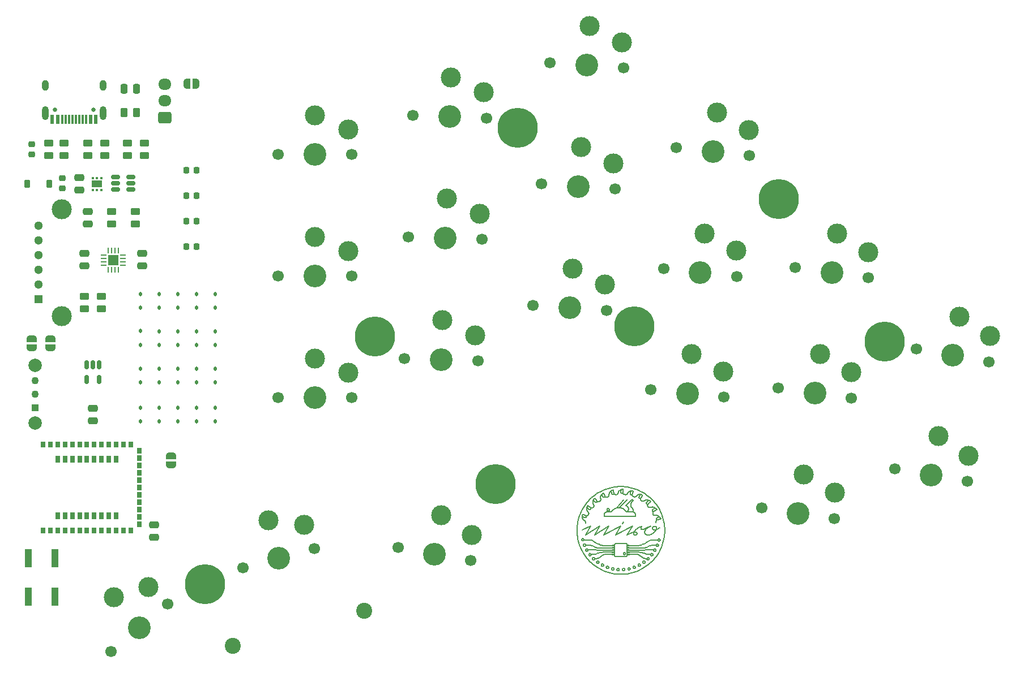
<source format=gbr>
%TF.GenerationSoftware,KiCad,Pcbnew,7.0.7*%
%TF.CreationDate,2023-12-03T19:38:24+01:00*%
%TF.ProjectId,nightliner,6e696768-746c-4696-9e65-722e6b696361,rev?*%
%TF.SameCoordinates,Original*%
%TF.FileFunction,Soldermask,Top*%
%TF.FilePolarity,Negative*%
%FSLAX46Y46*%
G04 Gerber Fmt 4.6, Leading zero omitted, Abs format (unit mm)*
G04 Created by KiCad (PCBNEW 7.0.7) date 2023-12-03 19:38:24*
%MOMM*%
%LPD*%
G01*
G04 APERTURE LIST*
G04 Aperture macros list*
%AMRoundRect*
0 Rectangle with rounded corners*
0 $1 Rounding radius*
0 $2 $3 $4 $5 $6 $7 $8 $9 X,Y pos of 4 corners*
0 Add a 4 corners polygon primitive as box body*
4,1,4,$2,$3,$4,$5,$6,$7,$8,$9,$2,$3,0*
0 Add four circle primitives for the rounded corners*
1,1,$1+$1,$2,$3*
1,1,$1+$1,$4,$5*
1,1,$1+$1,$6,$7*
1,1,$1+$1,$8,$9*
0 Add four rect primitives between the rounded corners*
20,1,$1+$1,$2,$3,$4,$5,0*
20,1,$1+$1,$4,$5,$6,$7,0*
20,1,$1+$1,$6,$7,$8,$9,0*
20,1,$1+$1,$8,$9,$2,$3,0*%
%AMFreePoly0*
4,1,19,0.500000,-0.750000,0.000000,-0.750000,0.000000,-0.744911,-0.071157,-0.744911,-0.207708,-0.704816,-0.327430,-0.627875,-0.420627,-0.520320,-0.479746,-0.390866,-0.500000,-0.250000,-0.500000,0.250000,-0.479746,0.390866,-0.420627,0.520320,-0.327430,0.627875,-0.207708,0.704816,-0.071157,0.744911,0.000000,0.744911,0.000000,0.750000,0.500000,0.750000,0.500000,-0.750000,0.500000,-0.750000,
$1*%
%AMFreePoly1*
4,1,19,0.000000,0.744911,0.071157,0.744911,0.207708,0.704816,0.327430,0.627875,0.420627,0.520320,0.479746,0.390866,0.500000,0.250000,0.500000,-0.250000,0.479746,-0.390866,0.420627,-0.520320,0.327430,-0.627875,0.207708,-0.704816,0.071157,-0.744911,0.000000,-0.744911,0.000000,-0.750000,-0.500000,-0.750000,-0.500000,0.750000,0.000000,0.750000,0.000000,0.744911,0.000000,0.744911,
$1*%
G04 Aperture macros list end*
%ADD10C,0.138297*%
%ADD11RoundRect,0.112500X0.112500X-0.187500X0.112500X0.187500X-0.112500X0.187500X-0.112500X-0.187500X0*%
%ADD12RoundRect,0.250000X-0.450000X0.262500X-0.450000X-0.262500X0.450000X-0.262500X0.450000X0.262500X0*%
%ADD13RoundRect,0.218750X0.218750X0.256250X-0.218750X0.256250X-0.218750X-0.256250X0.218750X-0.256250X0*%
%ADD14C,0.650000*%
%ADD15R,0.600000X1.450000*%
%ADD16R,0.300000X1.450000*%
%ADD17O,1.000000X2.100000*%
%ADD18O,1.000000X1.600000*%
%ADD19C,1.700000*%
%ADD20C,3.000000*%
%ADD21C,3.400000*%
%ADD22RoundRect,0.250000X0.475000X-0.250000X0.475000X0.250000X-0.475000X0.250000X-0.475000X-0.250000X0*%
%ADD23RoundRect,0.250000X0.250000X0.475000X-0.250000X0.475000X-0.250000X-0.475000X0.250000X-0.475000X0*%
%ADD24R,0.700000X0.900000*%
%ADD25R,0.700000X1.000000*%
%ADD26RoundRect,0.093750X-0.106250X0.093750X-0.106250X-0.093750X0.106250X-0.093750X0.106250X0.093750X0*%
%ADD27R,1.600000X1.000000*%
%ADD28R,1.000000X2.800000*%
%ADD29FreePoly0,180.000000*%
%ADD30FreePoly1,180.000000*%
%ADD31RoundRect,0.225000X-0.250000X0.225000X-0.250000X-0.225000X0.250000X-0.225000X0.250000X0.225000X0*%
%ADD32RoundRect,0.250000X0.450000X-0.262500X0.450000X0.262500X-0.450000X0.262500X-0.450000X-0.262500X0*%
%ADD33RoundRect,0.250000X0.262500X0.450000X-0.262500X0.450000X-0.262500X-0.450000X0.262500X-0.450000X0*%
%ADD34RoundRect,0.225000X-0.225000X-0.375000X0.225000X-0.375000X0.225000X0.375000X-0.225000X0.375000X0*%
%ADD35RoundRect,0.150000X-0.150000X0.512500X-0.150000X-0.512500X0.150000X-0.512500X0.150000X0.512500X0*%
%ADD36RoundRect,0.150000X-0.512500X-0.150000X0.512500X-0.150000X0.512500X0.150000X-0.512500X0.150000X0*%
%ADD37FreePoly0,90.000000*%
%ADD38FreePoly1,90.000000*%
%ADD39RoundRect,0.250000X-0.475000X0.250000X-0.475000X-0.250000X0.475000X-0.250000X0.475000X0.250000X0*%
%ADD40FreePoly0,270.000000*%
%ADD41FreePoly1,270.000000*%
%ADD42RoundRect,0.218750X-0.256250X0.218750X-0.256250X-0.218750X0.256250X-0.218750X0.256250X0.218750X0*%
%ADD43RoundRect,0.062500X-0.375000X-0.062500X0.375000X-0.062500X0.375000X0.062500X-0.375000X0.062500X0*%
%ADD44RoundRect,0.062500X-0.062500X-0.375000X0.062500X-0.375000X0.062500X0.375000X-0.062500X0.375000X0*%
%ADD45R,1.600000X1.600000*%
%ADD46RoundRect,0.250000X0.725000X-0.600000X0.725000X0.600000X-0.725000X0.600000X-0.725000X-0.600000X0*%
%ADD47O,1.950000X1.700000*%
%ADD48C,6.000000*%
%ADD49C,2.400000*%
%ADD50R,1.300000X1.300000*%
%ADD51C,1.300000*%
%ADD52C,2.000000*%
%ADD53R,1.100000X1.100000*%
%ADD54C,1.100000*%
G04 APERTURE END LIST*
D10*
X120173127Y-110119993D02*
X120165251Y-110116829D01*
X120924791Y-111492496D02*
X120918947Y-111486161D01*
X126372993Y-111198121D02*
X126374046Y-111206410D01*
X127562988Y-113144218D02*
X127569327Y-113138624D01*
X121662131Y-103312491D02*
X121624415Y-103261283D01*
X129260260Y-112618578D02*
X129254687Y-112625014D01*
X126620271Y-109822341D02*
X126621912Y-109828148D01*
X130974936Y-109854489D02*
X130974935Y-109854489D01*
X120881444Y-111416372D02*
X120879336Y-111407837D01*
X120418080Y-110704709D02*
X120417623Y-110695998D01*
X122870654Y-113107857D02*
X122862516Y-113105264D01*
X126071720Y-113787793D02*
X126062814Y-113786910D01*
X124389776Y-113335013D02*
X124397680Y-113332080D01*
X130997897Y-105904099D02*
X131005973Y-105897155D01*
X130146680Y-111458083D02*
X130142571Y-111450313D01*
X125112865Y-113525471D02*
X125117357Y-113517993D01*
X120761161Y-104072576D02*
X120778137Y-104081844D01*
X122598449Y-103316476D02*
X122606662Y-103308047D01*
X129866988Y-104315033D02*
X129877306Y-104319471D01*
X126590035Y-109772275D02*
X126594077Y-109776514D01*
X120732903Y-104949085D02*
X120709209Y-104919135D01*
X123778515Y-104467255D02*
X123788261Y-104467505D01*
X129549039Y-103192621D02*
X129576885Y-103194169D01*
X125952212Y-113496705D02*
X125957951Y-113490478D01*
X129295788Y-112466447D02*
X129297597Y-112475050D01*
X123945065Y-104750062D02*
X123940503Y-104758082D01*
X124963709Y-102408024D02*
X124974764Y-102406890D01*
X129260308Y-107896163D02*
X129251306Y-107951540D01*
X131335234Y-109006965D02*
X131343545Y-109005477D01*
X122554194Y-109907147D02*
X122398475Y-109841619D01*
X129843964Y-111830778D02*
X129851112Y-111835399D01*
X131535641Y-109119777D02*
X131538298Y-109127780D01*
X128830851Y-102629750D02*
X128808386Y-102669431D01*
X121211990Y-104403386D02*
X121219284Y-104407381D01*
X122706918Y-111057061D02*
X122592276Y-111079266D01*
X123270577Y-102570917D02*
X123282710Y-102600548D01*
X127599127Y-108089402D02*
X127607658Y-108069391D01*
X131190929Y-105819447D02*
X131261886Y-105800191D01*
X130666097Y-110543767D02*
X130673592Y-110539414D01*
X129837509Y-104298686D02*
X129847119Y-104304631D01*
X121144143Y-111221164D02*
X121151218Y-111225818D01*
X125703115Y-102123380D02*
X125699266Y-102113450D01*
X120192445Y-109784737D02*
X120201187Y-109782824D01*
X132234654Y-108092976D02*
X132242722Y-107767488D01*
X127841234Y-113348165D02*
X127837432Y-113355733D01*
X120151767Y-109800305D02*
X120159467Y-109796433D01*
X127486058Y-102015664D02*
X127473936Y-102059626D01*
X126528243Y-109739038D02*
X126534163Y-109740399D01*
X120778137Y-104081844D02*
X120795178Y-104091551D01*
X131077256Y-110128950D02*
X131068952Y-110126804D01*
X130549137Y-107179054D02*
X130525654Y-107191974D01*
X126965195Y-110042433D02*
X128106000Y-110042432D01*
X125230524Y-102232912D02*
X125237284Y-102217611D01*
X131468194Y-109033246D02*
X131475433Y-109038360D01*
X120142753Y-110105160D02*
X120135671Y-110100578D01*
X122910826Y-112763714D02*
X122919255Y-112763474D01*
X125280653Y-113787457D02*
X125272092Y-113787981D01*
X126821179Y-113658176D02*
X126813524Y-113654387D01*
X130475699Y-111368395D02*
X130475674Y-111376837D01*
X123867726Y-102602129D02*
X123873078Y-102590719D01*
X121020510Y-111543234D02*
X121012225Y-111541563D01*
X127681854Y-113097537D02*
X127690716Y-113097730D01*
X125117439Y-113706755D02*
X125113083Y-113699533D01*
X129255124Y-112388857D02*
X129260744Y-112395392D01*
X126729299Y-113440685D02*
X126732344Y-113432621D01*
X127097421Y-101846699D02*
X127127966Y-101841096D01*
X124644127Y-102296307D02*
X124649697Y-102303741D01*
X127508538Y-104924473D02*
X127497088Y-104943711D01*
X123961963Y-104610909D02*
X123964077Y-104620173D01*
X130488672Y-109958666D02*
X130958758Y-109958669D01*
X120317535Y-106334541D02*
X120292186Y-106311368D01*
X126369686Y-111264727D02*
X126367454Y-111272587D01*
X121742733Y-111878082D02*
X121747720Y-111885630D01*
X123037595Y-112808605D02*
X123044161Y-112814825D01*
X130489699Y-107590061D02*
X130500422Y-107599537D01*
X120271419Y-109783489D02*
X120279760Y-109785494D01*
X123228642Y-102758161D02*
X123209410Y-102767376D01*
X124462433Y-113673798D02*
X124453924Y-113673963D01*
X128965411Y-112580821D02*
X128961811Y-112572522D01*
X127224606Y-101829669D02*
X127293248Y-101825488D01*
X126031131Y-101793283D02*
X126028674Y-101842534D01*
X120536251Y-110525111D02*
X120544881Y-110522398D01*
X126949800Y-113665816D02*
X126941546Y-113668292D01*
X130676108Y-105482757D02*
X130690091Y-105486205D01*
X122789706Y-113057066D02*
X122783920Y-113050352D01*
X123836388Y-113222456D02*
X123838584Y-113230601D01*
X126006173Y-102209600D02*
X126009765Y-102218166D01*
X122646149Y-103253006D02*
X122651055Y-103242807D01*
X127070785Y-113504892D02*
X127070241Y-113513921D01*
X127037366Y-113602026D02*
X127032230Y-113608740D01*
X126016221Y-101981399D02*
X126008025Y-102050261D01*
X130941699Y-109968495D02*
X130941381Y-109960058D01*
X119744179Y-110572153D02*
X119614466Y-110279403D01*
X125678770Y-101203534D02*
X125353280Y-101211601D01*
X127740671Y-108437378D02*
X127728232Y-108433926D01*
X120143632Y-109204802D02*
X120140113Y-109212586D01*
X126837107Y-113664644D02*
X126829045Y-113661599D01*
X130985951Y-107279748D02*
X130974938Y-107262731D01*
X128403114Y-111028925D02*
X128539484Y-111039943D01*
X120860338Y-105309446D02*
X120867310Y-105286726D01*
X130688780Y-107142060D02*
X130658306Y-107145511D01*
X127509908Y-113238838D02*
X127511802Y-113230427D01*
X119990772Y-109311889D02*
X119981731Y-109312117D01*
X121122463Y-111530693D02*
X121114111Y-111534161D01*
X125924814Y-102194361D02*
X125903852Y-102195418D01*
X124618088Y-113433105D02*
X124621022Y-113441011D01*
X126613733Y-111561396D02*
X126611042Y-111566665D01*
X120762877Y-110737463D02*
X120760447Y-110745576D01*
X126011584Y-113772492D02*
X126003784Y-113768714D01*
X120985856Y-104615498D02*
X120974852Y-104612174D01*
X120699681Y-110551432D02*
X120706291Y-110556706D01*
X131199963Y-109222406D02*
X131198079Y-109214184D01*
X128505943Y-112781817D02*
X128513462Y-112785632D01*
X120716408Y-110816734D02*
X120710195Y-110822551D01*
X130597315Y-110622377D02*
X130600998Y-110614586D01*
X121502801Y-103417124D02*
X121509132Y-103388606D01*
X123096545Y-102796973D02*
X123088300Y-102796923D01*
X130407404Y-104636888D02*
X130416880Y-104627776D01*
X119920034Y-105756908D02*
X119918371Y-105725234D01*
X126048907Y-111181954D02*
X126051140Y-111174097D01*
X126186904Y-113469778D02*
X126193691Y-113474916D01*
X122862516Y-113105264D02*
X122854479Y-113102263D01*
X121264678Y-104416253D02*
X121275243Y-104415983D01*
X122065623Y-112432797D02*
X122069323Y-112425099D01*
X119813921Y-109084159D02*
X119816683Y-109075994D01*
X124582808Y-113618741D02*
X124576746Y-113624867D01*
X120995969Y-111537044D02*
X120988027Y-111534213D01*
X130600927Y-107158496D02*
X130574270Y-107167868D01*
X127623057Y-113438738D02*
X127615116Y-113435671D01*
X120219094Y-109780307D02*
X120228025Y-109779738D01*
X123596495Y-105008037D02*
X124215546Y-105008036D01*
X130132903Y-111317907D02*
X130135707Y-111309917D01*
X119857485Y-109260655D02*
X119851667Y-109254551D01*
X125340652Y-101933219D02*
X125353261Y-101909308D01*
X121031769Y-109186333D02*
X120961771Y-109179094D01*
X120101271Y-105767049D02*
X120036993Y-105736983D01*
X128262214Y-112991640D02*
X128259805Y-112982922D01*
X122986752Y-113101772D02*
X122978797Y-113104806D01*
X127520831Y-113342766D02*
X127517605Y-113334721D01*
X122674281Y-102558292D02*
X122686443Y-102531374D01*
X126933129Y-113670367D02*
X126924565Y-113672031D01*
X129462728Y-108382515D02*
X129484702Y-108393300D01*
X122635593Y-102874500D02*
X122631453Y-102842035D01*
X128570842Y-112834884D02*
X128575824Y-112841865D01*
X128362312Y-112778361D02*
X128370575Y-112775150D01*
X128592348Y-113008358D02*
X128588892Y-113016060D01*
X122305845Y-112348697D02*
X122313385Y-112352789D01*
X129576357Y-111985279D02*
X129576343Y-111976792D01*
X120146778Y-109196823D02*
X120143632Y-109204802D01*
X128190685Y-113831790D02*
X128483435Y-113702077D01*
X126048908Y-111264728D02*
X126047058Y-111256717D01*
X130969805Y-109861939D02*
X130974936Y-109854489D01*
X123770956Y-113414743D02*
X123763885Y-113419598D01*
X127708144Y-113099424D02*
X127716683Y-113100907D01*
X130400088Y-111227751D02*
X130407088Y-111232863D01*
X128324765Y-112799866D02*
X128331748Y-112794885D01*
X127891960Y-101587900D02*
X128190685Y-101703185D01*
X121570914Y-111805197D02*
X121579380Y-111804057D01*
X123802778Y-113385005D02*
X123796936Y-113391671D01*
X129270572Y-108156618D02*
X129277542Y-108176526D01*
X128970526Y-107621956D02*
X128997393Y-107612891D01*
X127795193Y-113407893D02*
X127788581Y-113413183D01*
X123589351Y-104648916D02*
X123590081Y-104639191D01*
X120906642Y-111269953D02*
X120911642Y-111263094D01*
X131204891Y-109238527D02*
X131202234Y-109230525D01*
X131613359Y-110572153D02*
X131743071Y-110279403D01*
X120519716Y-110531720D02*
X120527862Y-110528222D01*
X120409187Y-106499329D02*
X120407655Y-106488112D01*
X127560883Y-105018382D02*
X127595122Y-105026144D01*
X129096543Y-112680161D02*
X129088220Y-112678594D01*
X129282989Y-112583036D02*
X129279146Y-112590544D01*
X125990617Y-113463924D02*
X125997855Y-113459591D01*
X122055490Y-112548611D02*
X122053594Y-112540313D01*
X121742505Y-112079797D02*
X121737405Y-112086695D01*
X128603933Y-112967609D02*
X128602402Y-112976011D01*
X131516174Y-109277081D02*
X131511058Y-109284320D01*
X122015088Y-103224306D02*
X122038688Y-103256724D01*
X130733146Y-104359506D02*
X130759471Y-104377194D01*
X119888094Y-110858390D02*
X119744179Y-110572153D01*
X126228314Y-113511744D02*
X126232983Y-113518764D01*
X128535824Y-113080960D02*
X128528843Y-113085942D01*
X120409478Y-105839769D02*
X120403146Y-105843519D01*
X120399623Y-106455087D02*
X120395727Y-106444222D01*
X128593774Y-103007577D02*
X128591314Y-103015789D01*
X120069027Y-110014364D02*
X120066293Y-110006009D01*
X123017106Y-113085688D02*
X123009765Y-113090300D01*
X126250684Y-111383731D02*
X126242672Y-111385582D01*
X123407656Y-105041548D02*
X123439725Y-105030457D01*
X120570563Y-104505834D02*
X120572810Y-104475979D01*
X130931061Y-110724115D02*
X130929396Y-110732417D01*
X121614633Y-104189832D02*
X121620063Y-104179611D01*
X130658780Y-110548519D02*
X130666097Y-110543767D01*
X120423749Y-110645139D02*
X120426175Y-110637024D01*
X123458875Y-102756650D02*
X123485452Y-102760105D01*
X128271834Y-113016418D02*
X128268241Y-113008397D01*
X124800916Y-111618506D02*
X124795646Y-111615815D01*
X131354647Y-109354212D02*
X131346122Y-109353245D01*
X122222404Y-103444703D02*
X122233249Y-103446506D01*
X131259424Y-109042755D02*
X131266185Y-109037536D01*
X120072842Y-109286680D02*
X120065484Y-109290911D01*
X128663341Y-107459936D02*
X128663531Y-107480038D01*
X120547151Y-110860864D02*
X120539038Y-110858437D01*
X125614091Y-101678496D02*
X125642350Y-101665622D01*
X127882161Y-102688005D02*
X127895059Y-102678551D01*
X126735767Y-113424757D02*
X126739555Y-113417103D01*
X121592604Y-112154363D02*
X121584166Y-112153859D01*
X123398395Y-102741852D02*
X123409610Y-102745521D01*
X124731791Y-110309408D02*
X124731792Y-110430520D01*
X129492849Y-103671887D02*
X129490142Y-103664098D01*
X124550008Y-113645982D02*
X124542775Y-113650385D01*
X126965196Y-111025026D02*
X128253596Y-111025026D01*
X123001261Y-112783333D02*
X123008891Y-112787562D01*
X129327463Y-108268503D02*
X129340550Y-108285185D01*
X131475433Y-109038360D02*
X131482346Y-109043788D01*
X130954716Y-103862333D02*
X131139901Y-104125802D01*
X130414803Y-107336100D02*
X130412263Y-107348191D01*
X122331654Y-112645398D02*
X122324384Y-112650614D01*
X123680299Y-104494983D02*
X123688230Y-104490370D01*
X130623657Y-110806834D02*
X130618109Y-110799920D01*
X120402896Y-106466011D02*
X120399623Y-106455087D01*
X120421964Y-105830438D02*
X120415754Y-105835398D01*
X120201187Y-109782824D02*
X120210109Y-109781339D01*
X124592784Y-113389256D02*
X124597893Y-113396066D01*
X120554258Y-105595536D02*
X120563529Y-105595010D01*
X127056126Y-113428157D02*
X127059372Y-113436057D01*
X123815143Y-113176386D02*
X123819629Y-113183656D01*
X126892270Y-113323071D02*
X126901315Y-113323158D01*
X130450732Y-107259400D02*
X130443765Y-107269435D01*
X124405950Y-110636939D02*
X124731792Y-110636937D01*
X125113083Y-113699533D02*
X125109078Y-113692114D01*
X121967057Y-109609521D02*
X121698543Y-109450562D01*
X124278022Y-102156160D02*
X124270219Y-102121907D01*
X126273759Y-111375933D02*
X126266237Y-111378895D01*
X130642613Y-110826082D02*
X130635951Y-110819966D01*
X126951587Y-110309406D02*
X126951589Y-110430520D01*
X125781108Y-102180431D02*
X125763676Y-102174352D01*
X130461141Y-111442424D02*
X130457561Y-111450145D01*
X126198499Y-113746140D02*
X126191954Y-113751460D01*
X127850423Y-113324357D02*
X127847739Y-113332464D01*
X127547627Y-113386193D02*
X127542336Y-113379579D01*
X122327921Y-112362133D02*
X122334890Y-112367383D01*
X123658032Y-104806555D02*
X123651160Y-104800538D01*
X121821674Y-102999527D02*
X121835838Y-103013095D01*
X122651055Y-103242807D02*
X122655471Y-103232233D01*
X126123758Y-113441281D02*
X126132427Y-113443499D01*
X130954716Y-111672640D02*
X131139902Y-111409171D01*
X122512999Y-111781030D02*
X122436709Y-111833713D01*
X130475249Y-111385262D02*
X130474420Y-111393653D01*
X131437510Y-109341491D02*
X131429641Y-109344529D01*
X129985529Y-103552944D02*
X129970209Y-103569263D01*
X122056872Y-112456695D02*
X122059397Y-112448611D01*
X125193467Y-113452137D02*
X125201238Y-113448855D01*
X126160052Y-111065184D02*
X126167911Y-111062950D01*
X122117712Y-103364282D02*
X122128234Y-103377049D01*
X125336739Y-113451648D02*
X125344756Y-113455428D01*
X126327233Y-102400314D02*
X126353226Y-102402124D01*
X121015064Y-104619013D02*
X121006009Y-104618977D01*
X122078971Y-103313171D02*
X122097957Y-103338954D01*
X130126848Y-111342483D02*
X130128471Y-111334206D01*
X130770747Y-105496645D02*
X130789212Y-105497319D01*
X124352735Y-113355209D02*
X124359763Y-113350449D01*
X126152357Y-111067787D02*
X126160052Y-111065184D01*
X124405950Y-110102989D02*
X124405950Y-109981876D01*
X126864253Y-101942336D02*
X126885253Y-101929037D01*
X127801532Y-113402301D02*
X127795193Y-113407893D01*
X128049889Y-108353202D02*
X128040256Y-108362864D01*
X128103813Y-108251813D02*
X128101055Y-108263447D01*
X124464386Y-113322718D02*
X124472936Y-113323389D01*
X131207928Y-109246396D02*
X131204891Y-109238527D01*
X124539938Y-113344458D02*
X124547660Y-113348981D01*
X130761076Y-110869254D02*
X130752645Y-110869200D01*
X130408778Y-107398716D02*
X130410405Y-107424516D01*
X124628240Y-102254960D02*
X124633053Y-102273130D01*
X123884416Y-104499962D02*
X123891842Y-104505301D01*
X121428708Y-112023355D02*
X121426725Y-112014966D01*
X129222043Y-112653039D02*
X129214601Y-112657714D01*
X120476430Y-110560052D02*
X120482941Y-110554523D01*
X128606066Y-103120754D02*
X128616087Y-103144610D01*
X125030002Y-114299319D02*
X124709472Y-114259504D01*
X131211081Y-109104753D02*
X131215124Y-109096661D01*
X121807468Y-102986402D02*
X121821674Y-102999527D01*
X130551852Y-105410023D02*
X130559716Y-105418113D01*
X124382016Y-113338323D02*
X124389776Y-113335013D01*
X123107871Y-102220651D02*
X123118194Y-102237757D01*
X125256809Y-102166151D02*
X125269306Y-102126930D01*
X129818794Y-104285342D02*
X129828078Y-104292253D01*
X125373849Y-113750802D02*
X125367060Y-113755839D01*
X125225420Y-113441272D02*
X125233726Y-113439522D01*
X130479705Y-107580136D02*
X130489699Y-107590061D01*
X123065576Y-102793934D02*
X123058773Y-102791934D01*
X128677961Y-107549593D02*
X128684795Y-107564195D01*
X123959410Y-104601822D02*
X123961963Y-104610909D01*
X130392885Y-111223016D02*
X130400088Y-111227751D01*
X122654173Y-102608869D02*
X122663528Y-102584023D01*
X125804591Y-104436325D02*
X125859247Y-104458221D01*
X124342279Y-102300078D02*
X124335604Y-102293960D01*
X130615134Y-104876940D02*
X130586774Y-104891810D01*
X129927290Y-111967341D02*
X129927719Y-111975844D01*
X127647837Y-113445613D02*
X127639428Y-113443717D01*
X126616174Y-109811105D02*
X126618358Y-109816658D01*
X131481108Y-109315549D02*
X131474347Y-109320771D01*
X129527651Y-103543872D02*
X129547335Y-103519599D01*
X124472936Y-113323389D02*
X124481486Y-113324484D01*
X130447118Y-109959848D02*
X130488672Y-109958666D01*
X122968032Y-111028925D02*
X122831662Y-111039942D01*
X126969186Y-113339346D02*
X126976842Y-113343133D01*
X127571512Y-108267504D02*
X127569483Y-108254193D01*
X125923832Y-113683973D02*
X125920571Y-113676160D01*
X127852198Y-113228492D02*
X127854227Y-113237120D01*
X120631235Y-110519698D02*
X120639474Y-110521736D01*
X126191954Y-113751460D02*
X126185163Y-113756460D01*
X122919255Y-112763474D02*
X122927687Y-112763637D01*
X129620667Y-112097300D02*
X129615001Y-112090578D01*
X123925839Y-102218436D02*
X123931326Y-102190385D01*
X121584166Y-112153859D02*
X121575772Y-112152952D01*
X130475317Y-111359951D02*
X130475699Y-111368395D01*
X131015608Y-107496099D02*
X131020137Y-107471168D01*
X129901822Y-112072488D02*
X129897200Y-112079635D01*
X120841204Y-105356554D02*
X120851587Y-105332655D01*
X122202091Y-112679266D02*
X122193763Y-112677933D01*
X130943540Y-109985255D02*
X130942420Y-109976900D01*
X124546111Y-101800719D02*
X124556824Y-101841982D01*
X126941546Y-113668292D02*
X126933129Y-113670367D01*
X120417600Y-110687329D02*
X120418006Y-110678720D01*
X129905473Y-103294229D02*
X129970102Y-103326154D01*
X126326397Y-111340441D02*
X126320645Y-111345924D01*
X129804337Y-109377422D02*
X129935811Y-109311896D01*
X129908531Y-111900651D02*
X129912403Y-111908719D01*
X122207387Y-112330398D02*
X122215814Y-112329723D01*
X123568159Y-102762194D02*
X123595382Y-102760177D01*
X127786161Y-113131558D02*
X127792838Y-113136709D01*
X127544955Y-104760451D02*
X127545579Y-104777173D01*
X128377470Y-102858238D02*
X128373507Y-102851349D01*
X125127336Y-113503884D02*
X125132794Y-113497266D01*
X125917981Y-113556014D02*
X125921006Y-113547762D01*
X123945136Y-102139360D02*
X123953622Y-102115809D01*
X126816607Y-104472408D02*
X126809683Y-104443102D01*
X130413866Y-111238354D02*
X130420414Y-111244221D01*
X126361888Y-111287802D02*
X126358571Y-111295137D01*
X125945447Y-113720099D02*
X125940448Y-113713311D01*
X120580732Y-110866608D02*
X120572194Y-110865782D01*
X121454912Y-111877684D02*
X121460011Y-111870787D01*
X123617387Y-113440702D02*
X123609151Y-113438002D01*
X121920600Y-103578231D02*
X121911826Y-103575993D01*
X120358265Y-110080139D02*
X120352125Y-110085949D01*
X130780194Y-110519257D02*
X130788552Y-110520517D01*
X128370575Y-112775150D02*
X128379069Y-112772333D01*
X125096709Y-113660752D02*
X125094566Y-113652561D01*
X120136233Y-109052654D02*
X120140113Y-109060232D01*
X123897527Y-102507876D02*
X123900356Y-102491389D01*
X126250780Y-113669039D02*
X126247756Y-113677292D01*
X130625495Y-110578175D02*
X130631613Y-110571513D01*
X130950613Y-109901404D02*
X130953599Y-109893266D01*
X120563529Y-105595010D02*
X120573143Y-105593677D01*
X130583694Y-110671385D02*
X130584954Y-110663027D01*
X129034852Y-112355687D02*
X129042586Y-112351357D01*
X120462653Y-105781970D02*
X120451634Y-105797955D01*
X127831813Y-113180944D02*
X127836125Y-113188317D01*
X121012225Y-111541563D02*
X121004041Y-111539497D01*
X122580662Y-103332971D02*
X122589780Y-103324775D01*
X131516752Y-109082055D02*
X131521262Y-109089245D01*
X122822939Y-112792677D02*
X122830278Y-112788069D01*
X130877957Y-110821974D02*
X130871271Y-110827921D01*
X119897976Y-108981906D02*
X119905554Y-108978026D01*
X120079529Y-110038135D02*
X120075659Y-110030435D01*
X126611042Y-111566665D02*
X126608106Y-111571783D01*
X128664229Y-111057062D02*
X128778870Y-111079266D01*
X125765595Y-101620444D02*
X125798846Y-101610220D01*
X125211340Y-113779453D02*
X125202809Y-113776441D01*
X129606317Y-103196650D02*
X129635305Y-103200263D01*
X129077391Y-111166224D02*
X129166836Y-111198599D01*
X127704534Y-108425283D02*
X127693352Y-108420085D01*
X126079399Y-113436852D02*
X126088188Y-113436833D01*
X120692489Y-104038838D02*
X120727121Y-104055141D01*
X123667879Y-113448089D02*
X123659413Y-113447894D01*
X122050077Y-112506692D02*
X122050210Y-112498260D01*
X123733765Y-113435284D02*
X123725851Y-113438256D01*
X123833801Y-113214421D02*
X123836388Y-113222456D01*
X122185680Y-111950703D02*
X122139387Y-111961785D01*
X126140893Y-113446128D02*
X126149145Y-113449152D01*
X126086714Y-111111994D02*
X126092197Y-111106242D01*
X126802086Y-113349720D02*
X126809370Y-113345402D01*
X121450687Y-111372169D02*
X121226344Y-111372170D01*
X120099469Y-109842983D02*
X120105013Y-109836627D01*
X130338053Y-111200689D02*
X130346249Y-111202708D01*
X129632836Y-112109718D02*
X129626616Y-112103681D01*
X120165251Y-110116829D02*
X120157555Y-110113294D01*
X121114111Y-111534161D02*
X121105683Y-111537170D01*
X125962021Y-104507511D02*
X126056054Y-104562536D01*
X127501781Y-102661813D02*
X127523547Y-102677092D01*
X120605892Y-110515996D02*
X120614431Y-110516819D01*
X127661608Y-108400232D02*
X127651152Y-108392249D01*
X124238513Y-101801610D02*
X124267269Y-101783511D01*
X120110859Y-109830537D02*
X120117000Y-109824729D01*
X130777900Y-110868156D02*
X130769499Y-110868906D01*
X128858250Y-103385143D02*
X128868964Y-103389084D01*
X127181203Y-104144781D02*
X127190632Y-104172566D01*
X131155932Y-105521604D02*
X131178852Y-105530384D01*
X122668143Y-103185597D02*
X122670041Y-103172703D01*
X123600599Y-104592922D02*
X123603988Y-104584225D01*
X129617193Y-111867833D02*
X129622884Y-111861359D01*
X121437235Y-112048087D02*
X121433960Y-112039931D01*
X127044225Y-113405664D02*
X127048543Y-113412949D01*
X130890520Y-110808967D02*
X130884402Y-110815628D01*
X122628621Y-102811678D02*
X122627108Y-102783136D01*
X121244904Y-104414824D02*
X121254551Y-104415875D01*
X130218927Y-104282040D02*
X130253138Y-104273345D01*
X131119377Y-110133473D02*
X131110924Y-110133388D01*
X124428285Y-113671948D02*
X124419755Y-113670421D01*
X122768404Y-112850315D02*
X122773043Y-112842851D01*
X125733295Y-101630996D02*
X125765595Y-101620444D01*
X129058903Y-112343784D02*
X129067374Y-112340609D01*
X131272340Y-109325061D02*
X131265099Y-109319945D01*
X131545722Y-109169254D02*
X131546004Y-109177736D01*
X121628101Y-103128480D02*
X121665970Y-103067142D01*
X126752311Y-104309182D02*
X126737278Y-104285026D01*
X129775353Y-107242465D02*
X129878010Y-107206379D01*
X129423644Y-103202059D02*
X129447833Y-103197577D01*
X131542964Y-109211802D02*
X131541139Y-109220274D01*
X123966947Y-104678353D02*
X123965741Y-104687939D01*
X120458716Y-110578323D02*
X120464310Y-110571966D01*
X119938121Y-105876362D02*
X119931677Y-105847557D01*
X127992613Y-108030266D02*
X128002830Y-108036289D01*
X129152909Y-112333238D02*
X129161232Y-112334807D01*
X127348166Y-102439867D02*
X127347782Y-102448429D01*
X130439395Y-111479304D02*
X130433903Y-111486086D01*
X120214761Y-110129971D02*
X120206175Y-110128787D01*
X131280359Y-109028159D02*
X131287741Y-109024008D01*
X129511052Y-103567117D02*
X129527651Y-103543872D01*
X124329160Y-104857058D02*
X124378927Y-104802066D01*
X126036333Y-113781553D02*
X126027868Y-113778926D01*
X120391185Y-106433398D02*
X120385970Y-106422592D01*
X126364851Y-111280281D02*
X126361888Y-111287802D01*
X124455849Y-113322468D02*
X124464386Y-113322718D01*
X123672614Y-104817581D02*
X123665188Y-104812242D01*
X130924856Y-110748795D02*
X130921981Y-110756839D01*
X120903213Y-111465262D02*
X120898614Y-111457684D01*
X129234837Y-103280022D02*
X129265899Y-103263252D01*
X130412263Y-107348191D02*
X130410417Y-107360541D01*
X126206430Y-113486098D02*
X126212364Y-113492119D01*
X129877306Y-104319471D02*
X129887923Y-104323398D01*
X129672010Y-108442977D02*
X129703707Y-108446045D01*
X127640039Y-108005038D02*
X127653184Y-107982091D01*
X120876102Y-105219557D02*
X120875605Y-105208250D01*
X120017143Y-109308549D02*
X120008489Y-109310094D01*
X126327535Y-114299320D02*
X126648066Y-114259504D01*
X126131898Y-113781731D02*
X126123622Y-113783846D01*
X128595434Y-113000488D02*
X128592348Y-113008358D01*
X126110214Y-111356045D02*
X126103958Y-111351128D01*
X123766165Y-113126693D02*
X123766164Y-113126694D01*
X129927719Y-111975844D02*
X129927734Y-111984331D01*
X129694046Y-104129826D02*
X129706009Y-104153577D01*
X129800552Y-104270110D02*
X129809628Y-104277958D01*
X130680315Y-104328030D02*
X130706783Y-104343093D01*
X122091184Y-112618104D02*
X122085548Y-112611029D01*
X122057800Y-112556834D02*
X122055490Y-112548611D01*
X123898997Y-104806556D02*
X123891842Y-104812242D01*
X121422988Y-111981105D02*
X121423087Y-111972637D01*
X119946319Y-109308550D02*
X119937818Y-109306587D01*
X123465578Y-113947074D02*
X123166853Y-113831789D01*
X125096054Y-102377960D02*
X125106324Y-102373246D01*
X128490012Y-113105678D02*
X128481520Y-113108495D01*
X129156377Y-112679571D02*
X129147761Y-112680938D01*
X128386406Y-113110589D02*
X128378242Y-113108263D01*
X130821289Y-104766452D02*
X130799579Y-104779185D01*
X130929260Y-105493613D02*
X130964561Y-105493512D01*
X122760862Y-113013736D02*
X122757433Y-113005913D01*
X132170786Y-106798189D02*
X132210602Y-107118721D01*
X127353845Y-102413373D02*
X127349500Y-102431660D01*
X124741364Y-109811106D02*
X124743804Y-109805691D01*
X123564861Y-113129985D02*
X123571931Y-113125129D01*
X120410666Y-106522191D02*
X120410183Y-106510682D01*
X129773758Y-112154969D02*
X129765257Y-112155814D01*
X128289045Y-112835895D02*
X128294225Y-112829227D01*
X119811553Y-109180319D02*
X119809591Y-109171820D01*
X123542291Y-113395271D02*
X123536341Y-113388891D01*
X126257412Y-113581691D02*
X126258716Y-113590208D01*
X128684795Y-107564195D02*
X128692842Y-107577648D01*
X124284026Y-113539235D02*
X124282247Y-113530981D01*
X126369687Y-111181954D02*
X126371535Y-111189966D01*
X129649079Y-111838161D02*
X129656466Y-111833111D01*
X128602402Y-112976011D02*
X128600470Y-112984302D01*
X124316986Y-113607175D02*
X124311878Y-113600366D01*
X120706291Y-110556706D02*
X120712648Y-110562297D01*
X123766164Y-113126694D02*
X123773533Y-113131939D01*
X123638310Y-104787544D02*
X123632356Y-104780595D01*
X129808352Y-111368271D02*
X129920457Y-111372168D01*
X120756390Y-110625849D02*
X120759503Y-110634241D01*
X122714147Y-102479615D02*
X122730234Y-102454367D01*
X121774427Y-111976375D02*
X121774328Y-111984844D01*
X119806022Y-109136409D02*
X119806249Y-109127367D01*
X125956399Y-113732935D02*
X125950767Y-113726645D01*
X130898541Y-104717649D02*
X130880513Y-104729622D01*
X126719492Y-113501673D02*
X126719581Y-113492628D01*
X120408012Y-109983727D02*
X120406413Y-109992196D01*
X121151218Y-111225818D02*
X121158076Y-111230818D01*
X120589342Y-110867013D02*
X120580732Y-110866608D01*
X127447871Y-105002643D02*
X127441614Y-105008036D01*
X124481486Y-113324484D02*
X124490018Y-113326011D01*
X130001694Y-104334296D02*
X130016904Y-104332657D01*
X128879734Y-103392507D02*
X128890579Y-103395403D01*
X129725480Y-103345424D02*
X129772911Y-103303053D01*
X129447833Y-103197577D02*
X129472179Y-103194483D01*
X120863630Y-105149758D02*
X120859208Y-105137497D01*
X128107040Y-108228603D02*
X128105801Y-108240189D01*
X119846145Y-109248176D02*
X119840929Y-109241539D01*
X127523289Y-113198355D02*
X127527088Y-113190788D01*
X120062047Y-109988715D02*
X120060563Y-109979792D01*
X132115432Y-109054032D02*
X132170786Y-108736784D01*
X120515597Y-110848890D02*
X120508127Y-110844980D01*
X130599526Y-104291678D02*
X130626759Y-104302248D01*
X130650241Y-107662608D02*
X130669747Y-107665053D01*
X128898134Y-102484453D02*
X128883983Y-102519982D01*
X120287956Y-109787895D02*
X120296001Y-109790683D01*
X130455668Y-105017658D02*
X130452830Y-105028690D01*
X120210109Y-109781339D02*
X120219094Y-109780307D01*
X123088300Y-102796923D02*
X123080369Y-102796410D01*
X126247756Y-113677292D02*
X126244348Y-113685324D01*
X120451634Y-105797955D02*
X120440085Y-105812361D01*
X130320741Y-111546748D02*
X130312308Y-111547535D01*
X128108445Y-111354361D02*
X128156016Y-111359614D01*
X123589350Y-104668628D02*
X123589105Y-104658774D01*
X124447338Y-113322636D02*
X124455849Y-113322468D01*
X126507406Y-105008038D02*
X127441151Y-105008037D01*
X121554753Y-104272342D02*
X121572303Y-104251196D01*
X126597912Y-109780943D02*
X126601532Y-109785557D01*
X120881671Y-111323215D02*
X120884124Y-111315143D01*
X126598120Y-104125845D02*
X126563282Y-104096070D01*
X126144837Y-111070751D02*
X126152357Y-111067787D01*
X129706561Y-112150284D02*
X129698471Y-112147908D01*
X126616173Y-111555981D02*
X126613733Y-111561396D01*
X120296597Y-105842452D02*
X120266594Y-105833711D01*
X130586620Y-110654724D02*
X130588687Y-110646493D01*
X125403937Y-113720804D02*
X125398478Y-113727420D01*
X129912403Y-111908719D02*
X129915833Y-111916893D01*
X119863587Y-109266472D02*
X119857485Y-109260655D01*
X127070505Y-113486906D02*
X127070872Y-113495848D01*
X124795647Y-109751271D02*
X124800916Y-109748579D01*
X131106472Y-106183015D02*
X131074337Y-106193018D01*
X129828078Y-104292253D02*
X129837509Y-104298686D01*
X123044380Y-113063322D02*
X123037905Y-113069499D01*
X128363044Y-102815164D02*
X128363315Y-102805342D01*
X121629975Y-111805834D02*
X121638234Y-111807534D01*
X129227126Y-110365344D02*
X129267962Y-110359797D01*
X124231023Y-101880787D02*
X124222988Y-101830000D01*
X129169456Y-112336768D02*
X129177564Y-112339118D01*
X122062148Y-110352290D02*
X121979520Y-110332007D01*
X128156016Y-111359614D02*
X128202028Y-111368092D01*
X126175921Y-111061103D02*
X126184077Y-111059646D01*
X127559100Y-113398588D02*
X127553218Y-113392533D01*
X120048602Y-105391036D02*
X120087229Y-105402920D01*
X120767645Y-110669150D02*
X120768545Y-110677894D01*
X120647585Y-110524165D02*
X120655560Y-110526974D01*
X128419226Y-102905788D02*
X128405093Y-102892478D01*
X120985003Y-104224127D02*
X121020483Y-104252731D01*
X121629417Y-104158917D02*
X121633321Y-104148391D01*
X122051679Y-112481465D02*
X122053014Y-112473139D01*
X127258462Y-104302015D02*
X127271202Y-104318812D01*
X130467138Y-111426570D02*
X130464334Y-111434559D01*
X121062936Y-111545525D02*
X121054368Y-111545896D01*
X121646401Y-111809626D02*
X121654462Y-111812107D01*
X120057907Y-108978025D02*
X120065485Y-108981904D01*
X125109078Y-113692114D02*
X125105429Y-113684512D01*
X130458268Y-107249698D02*
X130450732Y-107259400D01*
X127545706Y-113162682D02*
X127551169Y-113156257D01*
X122038688Y-103256724D02*
X122078971Y-103313171D01*
X129139144Y-112681867D02*
X129130538Y-112682362D01*
X131195498Y-109197491D02*
X131194810Y-109189051D01*
X130440205Y-107524863D02*
X130446748Y-107536566D01*
X130511883Y-107608531D02*
X130524093Y-107617012D01*
X120555390Y-110862904D02*
X120547151Y-110860864D01*
X122665734Y-103197969D02*
X122668143Y-103185597D01*
X121643132Y-104043126D02*
X121641193Y-104029745D01*
X127300136Y-103515204D02*
X127282535Y-103543116D01*
X120766557Y-110720871D02*
X120764914Y-110729225D01*
X127497088Y-104943711D02*
X127485480Y-104960521D01*
X121225551Y-111349651D02*
X121226348Y-111358233D01*
X120364114Y-110074051D02*
X120358265Y-110080139D01*
X129359640Y-107673236D02*
X129324987Y-107728985D01*
X123819629Y-113183656D02*
X123823741Y-113191109D01*
X131282206Y-109897640D02*
X131284900Y-109905651D01*
X127377951Y-102333316D02*
X127367787Y-102363785D01*
X124078802Y-114133478D02*
X123769740Y-114047712D01*
X126625744Y-111292000D02*
X126951588Y-111292000D01*
X122542464Y-107140741D02*
X121766848Y-108450467D01*
X122969389Y-112770509D02*
X122977529Y-112773103D01*
X122902419Y-112764357D02*
X122910826Y-112763714D01*
X129391628Y-110332007D02*
X129474912Y-110305699D01*
X130650078Y-105474575D02*
X130662778Y-105478879D01*
X131190675Y-107527168D02*
X131244823Y-107495354D01*
X126066102Y-102286640D02*
X126075920Y-102294859D01*
X131525408Y-109261645D02*
X131520961Y-109269519D01*
X127017793Y-113372900D02*
X127023688Y-113378928D01*
X122971181Y-102694776D02*
X122955023Y-102665481D01*
X122091511Y-111969847D02*
X122041933Y-111974657D01*
X125924413Y-113539730D02*
X125928192Y-113531929D01*
X128299725Y-112822807D02*
X128305535Y-112816647D01*
X130585601Y-105440308D02*
X130595085Y-105446983D01*
X127833013Y-102717813D02*
X127844979Y-102711519D01*
X121698543Y-109450562D02*
X121566811Y-109377424D01*
X129576735Y-111968332D02*
X129577533Y-111959918D01*
X124405949Y-110042432D02*
X123265147Y-110042433D01*
X120593239Y-105588742D02*
X120603649Y-105585206D01*
X131501952Y-106074334D02*
X131461879Y-106088881D01*
X121479780Y-104336666D02*
X121501447Y-104321248D01*
X120155415Y-109109651D02*
X120156533Y-109118444D01*
X121856248Y-111317928D02*
X121764053Y-111340133D01*
X127654925Y-113099686D02*
X127663893Y-113098513D01*
X130948195Y-106351415D02*
X130941947Y-106378274D01*
X129449544Y-107562310D02*
X129401106Y-107617645D01*
X130669747Y-107665053D02*
X130690126Y-107666668D01*
X124731792Y-111413113D02*
X124405951Y-111413115D01*
X131013743Y-106155299D02*
X131004990Y-106136774D01*
X127672534Y-108407920D02*
X127661608Y-108400232D01*
X129856934Y-104310081D02*
X129866988Y-104315033D01*
X123937730Y-102164122D02*
X123945136Y-102139360D01*
X120156531Y-109154375D02*
X120155416Y-109163168D01*
X125223625Y-102247336D02*
X125230524Y-102232912D01*
X131329145Y-109350025D02*
X131320719Y-109347767D01*
X131361843Y-107419548D02*
X131425207Y-107375181D01*
X124631124Y-102269126D02*
X124615844Y-102278199D01*
X123172154Y-105575621D02*
X123171950Y-105476440D01*
X122744476Y-112931518D02*
X122745040Y-112923094D01*
X130084326Y-102901620D02*
X130320185Y-103126072D01*
X127508425Y-113247376D02*
X127509908Y-113238838D01*
X123169505Y-102333521D02*
X123190612Y-102378090D01*
X130475674Y-111376837D02*
X130475249Y-111385262D01*
X126105949Y-113438141D02*
X126114892Y-113439485D01*
X127597317Y-113119395D02*
X127604924Y-113115432D01*
X122878286Y-102281951D02*
X122929955Y-102231683D01*
X120396050Y-110024650D02*
X120392520Y-110032346D01*
X130870158Y-107653858D02*
X130911395Y-107644726D01*
X127032230Y-113608740D02*
X127026785Y-113615193D01*
X130544636Y-112173044D02*
X130756220Y-111927443D01*
X130948533Y-104681996D02*
X130932475Y-104693882D01*
X131387543Y-105671674D02*
X131409114Y-105694014D01*
X120418830Y-110670183D02*
X120420069Y-110661730D01*
X121493404Y-103473768D02*
X121497565Y-103446194D01*
X125285153Y-113437687D02*
X125293859Y-113438890D01*
X119937819Y-108966231D02*
X119946320Y-108964268D01*
X122634880Y-103272406D02*
X122640755Y-103262862D01*
X126721113Y-113474706D02*
X126722537Y-113465958D01*
X123836248Y-113322885D02*
X123833547Y-113331122D01*
X132115432Y-106480943D02*
X132170786Y-106798189D01*
X120265003Y-105473374D02*
X120306382Y-105492472D01*
X120406153Y-106582760D02*
X120409255Y-106557850D01*
X121602337Y-104210169D02*
X121608722Y-104200010D01*
X130138883Y-111442407D02*
X130135617Y-111434378D01*
X125747768Y-104416579D02*
X125804591Y-104436325D01*
X130453359Y-111286394D02*
X130457471Y-111294163D01*
X127779243Y-113126733D02*
X127786161Y-113131558D01*
X123964077Y-104697370D02*
X123961962Y-104706636D01*
X127515916Y-101858354D02*
X127510845Y-101896261D01*
X120924028Y-109959848D02*
X120882474Y-109958669D01*
X130821276Y-110529598D02*
X130829201Y-110532878D01*
X127766318Y-105129969D02*
X127782273Y-105150595D01*
X120578783Y-104648085D02*
X120575289Y-104621770D01*
X130520973Y-104552899D02*
X130552090Y-104534313D01*
X126170906Y-113765461D02*
X126163464Y-113769445D01*
X120065485Y-108981904D02*
X120072842Y-108986138D01*
X120079972Y-109282110D02*
X120072842Y-109286680D01*
X126723607Y-104817677D02*
X126737453Y-104799818D01*
X129829098Y-111822632D02*
X129836622Y-111826521D01*
X126798882Y-113645759D02*
X126791915Y-113640942D01*
X126788222Y-102007014D02*
X126806449Y-101988691D01*
X128527913Y-112794314D02*
X128534814Y-112799163D01*
X130376551Y-104742091D02*
X130374901Y-104733417D01*
X128514070Y-113094913D02*
X128506298Y-113098874D01*
X125903852Y-102195418D02*
X125882588Y-102195462D01*
X130530192Y-105383782D02*
X130537116Y-105392846D01*
X128019307Y-108380638D02*
X128008068Y-108388744D01*
X127853844Y-105347379D02*
X127860070Y-105401505D01*
X121454683Y-112079399D02*
X121449697Y-112071853D01*
X121537519Y-111813991D02*
X121545767Y-111811151D01*
X120766295Y-110660387D02*
X120767645Y-110669150D01*
X131049069Y-109795730D02*
X131056956Y-109792649D01*
X130662778Y-105478879D02*
X130676108Y-105482757D01*
X128506184Y-102963691D02*
X128487418Y-102953680D01*
X130313163Y-108278527D02*
X130394369Y-108225086D01*
X129932223Y-107189048D02*
X129988455Y-107172287D01*
X120332040Y-110101578D02*
X120324824Y-110106144D01*
X123409610Y-102745521D02*
X123433461Y-102751794D01*
X130132766Y-111426242D02*
X130130332Y-111418021D01*
X123961962Y-104706636D02*
X123959409Y-104715726D01*
X130523525Y-105374408D02*
X130530192Y-105383782D01*
X129127490Y-112330969D02*
X129136025Y-112331313D01*
X126320645Y-111100760D02*
X126326397Y-111106241D01*
X124367695Y-102313682D02*
X124360580Y-102310872D01*
X123616527Y-104758081D02*
X123611965Y-104750062D01*
X131041321Y-109799196D02*
X131049069Y-109795730D01*
X124671357Y-102325016D02*
X124680065Y-102331731D01*
X123148886Y-102292849D02*
X123159154Y-102312737D01*
X126175922Y-111385580D02*
X126167910Y-111383731D01*
X121670208Y-111818218D02*
X121677863Y-111821842D01*
X127231889Y-102413503D02*
X127211460Y-102407373D01*
X121601344Y-103904464D02*
X121584192Y-103867045D01*
X128779988Y-107638507D02*
X128796380Y-107642255D01*
X122230505Y-111936829D02*
X122185680Y-111950703D01*
X123860632Y-104486142D02*
X123868799Y-104490370D01*
X129693199Y-103827854D02*
X129681071Y-103840967D01*
X130502672Y-104942247D02*
X130489019Y-104930874D01*
X120420329Y-110722213D02*
X120418979Y-110713453D01*
X128070095Y-108099825D02*
X128076415Y-108109368D01*
X131228648Y-109283233D02*
X131223783Y-109276250D01*
X128259805Y-112982922D02*
X128257839Y-112974093D01*
X130558749Y-104907504D02*
X130544537Y-104915976D01*
X126778750Y-113630364D02*
X126772573Y-113624621D01*
X126694641Y-104851364D02*
X126709298Y-104834865D01*
X128105801Y-108240189D02*
X128103813Y-108251813D01*
X121596343Y-111803021D02*
X121604811Y-111803119D01*
X127023688Y-113378928D02*
X127029290Y-113385228D01*
X131241873Y-110081506D02*
X131235536Y-110087598D01*
X120069908Y-109893902D02*
X120073072Y-109886026D01*
X125164212Y-113468849D02*
X125171225Y-113464148D01*
X127857003Y-113254893D02*
X127857726Y-113263910D01*
X125997855Y-113459591D02*
X126005298Y-113455609D01*
X127612755Y-113111831D02*
X127620800Y-113108604D01*
X124617095Y-102204671D02*
X124624028Y-102237604D01*
X126824579Y-113337817D02*
X126832482Y-113334572D01*
X120072842Y-108986138D02*
X120079972Y-108990708D01*
X130206558Y-111223432D02*
X130214176Y-111218898D01*
X129916624Y-112042099D02*
X129913484Y-112049935D01*
X122663291Y-103028038D02*
X122659814Y-103008232D01*
X126229675Y-102380061D02*
X126254037Y-102387826D01*
X126002279Y-102114137D02*
X126000979Y-102147766D01*
X130978495Y-106056407D02*
X130974461Y-106036020D01*
X120407078Y-109921962D02*
X120408563Y-109930885D01*
X124405950Y-111292000D02*
X124731792Y-111292000D01*
X124731792Y-110430520D02*
X124405951Y-110430521D01*
X126581368Y-111602687D02*
X126576755Y-111606308D01*
X124534634Y-101761968D02*
X124546111Y-101800719D01*
X128495089Y-102371197D02*
X128526075Y-102373204D01*
X121878642Y-103057119D02*
X121893206Y-103073126D01*
X121685351Y-111825841D02*
X121692657Y-111830209D01*
X127821069Y-108446053D02*
X127793438Y-108445436D01*
X119840929Y-109241539D02*
X119836028Y-109234651D01*
X127527088Y-113190788D02*
X127531240Y-113183425D01*
X123966947Y-104639192D02*
X123967679Y-104648917D01*
X119936162Y-105364927D02*
X119973724Y-105372302D01*
X126019615Y-113775902D02*
X126011584Y-113772492D01*
X121037353Y-112408902D02*
X120812902Y-112173044D01*
X125090524Y-113627360D02*
X125089999Y-113618800D01*
X124377859Y-113656142D02*
X124369833Y-113651973D01*
X128890579Y-103395403D02*
X128901536Y-103397757D01*
X131460174Y-109330148D02*
X131452792Y-109334297D01*
X130270264Y-111545411D02*
X130261988Y-111543789D01*
X121071518Y-111544728D02*
X121062936Y-111545525D01*
X129664357Y-103205483D02*
X129693527Y-103212223D01*
X125409087Y-113713894D02*
X125403937Y-113720804D01*
X124339353Y-113365772D02*
X124345926Y-113360317D01*
X120874117Y-105253140D02*
X120875337Y-105241977D01*
X122962563Y-113109683D02*
X122954312Y-113111523D01*
X126266237Y-111378895D02*
X126258544Y-111381499D01*
X124756006Y-109785558D02*
X124759626Y-109780943D01*
X130753095Y-105495490D02*
X130770747Y-105496645D01*
X121747720Y-111885630D02*
X121752315Y-111893417D01*
X125690780Y-102077503D02*
X125687413Y-102049140D01*
X129036878Y-103383622D02*
X129051231Y-103378328D01*
X119913335Y-109298310D02*
X119905553Y-109294792D01*
X120427121Y-110748362D02*
X120424409Y-110739733D01*
X131236250Y-106151849D02*
X131168602Y-106167108D01*
X121618038Y-112153426D02*
X121609554Y-112154149D01*
X132210601Y-108416253D02*
X132234654Y-108092976D01*
X128605889Y-112933128D02*
X128606041Y-112941852D01*
X123921191Y-102248566D02*
X123925839Y-102218436D01*
X121088661Y-111541834D02*
X121080096Y-111543499D01*
X120760447Y-110745576D02*
X120757638Y-110753547D01*
X125695944Y-102102444D02*
X125690780Y-102077503D01*
X125685635Y-102017937D02*
X125685240Y-101984487D01*
X123095491Y-112929987D02*
X123095733Y-112938415D01*
X128363862Y-102824181D02*
X128363044Y-102815164D01*
X130810968Y-110861145D02*
X130802812Y-110863499D01*
X121562480Y-111806758D02*
X121570914Y-111805197D01*
X129881194Y-112099764D02*
X129875155Y-112105984D01*
X127585277Y-113419786D02*
X127578360Y-113414959D01*
X121527206Y-112139264D02*
X121519551Y-112135640D01*
X121634936Y-112150724D02*
X121626501Y-112152286D01*
X127908247Y-102668259D02*
X127921746Y-102657106D01*
X121200006Y-111463318D02*
X121195354Y-111470393D01*
X129626616Y-112103681D02*
X129620667Y-112097300D01*
X127510293Y-113309400D02*
X127508687Y-113300595D01*
X127091536Y-102336167D02*
X127087203Y-102330215D01*
X126342000Y-111322424D02*
X126337085Y-111328679D01*
X128394696Y-113112521D02*
X128386406Y-113110589D01*
X124767500Y-111594811D02*
X124763462Y-111590571D01*
X121471287Y-111857692D02*
X121477458Y-111851522D01*
X123600596Y-104724624D02*
X123597620Y-104715724D01*
X120874501Y-105196846D02*
X120872770Y-105185318D01*
X122584525Y-110697495D02*
X122207052Y-110698724D01*
X124280863Y-113522643D02*
X124279881Y-113514232D01*
X122063649Y-112572998D02*
X122060518Y-112564970D01*
X131023001Y-107400385D02*
X131020584Y-107378234D01*
X124158744Y-101857351D02*
X124184205Y-101838438D01*
X126576755Y-111606308D02*
X126571966Y-111609709D01*
X121459987Y-112086608D02*
X121454683Y-112079399D01*
X121774117Y-111967894D02*
X121774427Y-111976375D01*
X121566531Y-103829620D02*
X121550847Y-103794803D01*
X131273170Y-109032669D02*
X131280359Y-109028159D01*
X122874103Y-113702077D02*
X122587865Y-113558164D01*
X128370135Y-102844481D02*
X128367384Y-102837655D01*
X124611654Y-102173015D02*
X124617095Y-102204671D01*
X122193259Y-103436188D02*
X122202360Y-103439558D01*
X123497293Y-113230156D02*
X123499570Y-113221843D01*
X129604588Y-112076132D02*
X129599869Y-112068416D01*
X129236035Y-112642718D02*
X129229190Y-112648037D01*
X122139383Y-103390031D02*
X122151299Y-103403335D01*
X120410659Y-106533877D02*
X120410666Y-106522191D01*
X123884416Y-104817580D02*
X123876731Y-104822563D01*
X120088323Y-110052816D02*
X120083755Y-110045599D01*
X128106432Y-108194249D02*
X128107336Y-108205611D01*
X130424773Y-104852816D02*
X130413789Y-104834534D01*
X121621642Y-111804528D02*
X121629975Y-111805834D01*
X130362341Y-111207924D02*
X130370205Y-111211119D01*
X119990771Y-108960927D02*
X119999695Y-108961606D01*
X122119916Y-112364923D02*
X122127185Y-112359706D01*
X130593189Y-110754584D02*
X130590435Y-110746530D01*
X121737429Y-111870875D02*
X121742733Y-111878082D01*
X127620800Y-113108604D02*
X127629049Y-113105765D01*
X127511802Y-113230427D02*
X127514097Y-113222164D01*
X121153362Y-111513028D02*
X121146086Y-111517958D01*
X129664597Y-104052641D02*
X129673192Y-104078985D01*
X129682663Y-112142008D02*
X129674977Y-112138491D01*
X121505596Y-111829732D02*
X121513386Y-111825133D01*
X120236890Y-109779619D02*
X120245675Y-109779946D01*
X130997675Y-106239822D02*
X130991482Y-106248457D01*
X123769740Y-114047712D02*
X123465578Y-113947074D01*
X119921317Y-108971361D02*
X119929480Y-108968599D01*
X129493135Y-103599414D02*
X129498085Y-103589039D01*
X123935577Y-104551691D02*
X123940502Y-104559464D01*
X125983152Y-102185147D02*
X125964733Y-102189223D01*
X124598972Y-102286638D02*
X124580774Y-102294378D01*
X127598456Y-108030831D02*
X127644508Y-108019644D01*
X128225493Y-107399457D02*
X128300334Y-107351983D01*
X131545873Y-109186249D02*
X131545326Y-109194772D01*
X122398557Y-112537182D02*
X122396825Y-112545444D01*
X121504759Y-112127271D02*
X121497651Y-112122536D01*
X121217868Y-111425201D02*
X121215038Y-111433141D01*
X130354352Y-111205120D02*
X130362341Y-111207924D01*
X122324384Y-112650614D02*
X122316929Y-112655411D01*
X130544954Y-104273820D02*
X130571585Y-104282104D01*
X120876005Y-105230791D02*
X120876102Y-105219557D01*
X126103958Y-111351128D02*
X126097949Y-111345922D01*
X120079972Y-108990708D02*
X120086860Y-108995605D01*
X124585808Y-101987779D02*
X124592799Y-102032813D01*
X130710929Y-110862891D02*
X130702784Y-110860420D01*
X131062638Y-105864517D02*
X131091455Y-105852425D01*
X131469446Y-110858391D02*
X131613359Y-110572153D01*
X126032399Y-102252712D02*
X126039899Y-102261305D01*
X121923111Y-103107550D02*
X121938569Y-103126100D01*
X124780782Y-109760778D02*
X124785572Y-109757379D01*
X123813578Y-113370618D02*
X123808332Y-113377987D01*
X126549807Y-102335143D02*
X126559889Y-102325339D01*
X121726964Y-103398489D02*
X121704571Y-103369364D01*
X121435336Y-109311894D02*
X121303049Y-109256513D01*
X130321591Y-109976341D02*
X130363564Y-109968833D01*
X124281153Y-113471615D02*
X124282680Y-113463084D01*
X125171225Y-113464148D02*
X125178447Y-113459791D01*
X123555267Y-113407236D02*
X123548601Y-113401391D01*
X127905132Y-108434530D02*
X127877234Y-108440580D01*
X120448502Y-110591774D02*
X120453445Y-110584932D01*
X122802621Y-109985624D02*
X122717656Y-109962530D01*
X120841853Y-104535730D02*
X120812662Y-104514246D01*
X120603585Y-104744292D02*
X120595495Y-104721062D01*
X123742847Y-113113409D02*
X123750763Y-113117398D01*
X120965735Y-109963287D02*
X120924028Y-109959848D01*
X126259646Y-113625189D02*
X126258765Y-113634094D01*
X125988912Y-113760091D02*
X125981858Y-113755275D01*
X125171285Y-113760623D02*
X125164087Y-113755793D01*
X120601319Y-111927442D02*
X120402822Y-111672641D01*
X123595382Y-102760177D02*
X123621765Y-102756829D01*
X130704756Y-105489207D02*
X130720125Y-105491763D01*
X121893129Y-103567707D02*
X121883266Y-103561803D01*
X130785839Y-104396081D02*
X130812316Y-104416094D01*
X123834839Y-104475865D02*
X123843640Y-104478877D01*
X130653664Y-104314390D02*
X130680315Y-104328030D01*
X126983491Y-101880856D02*
X127010745Y-101870347D01*
X122628531Y-103281664D02*
X122634880Y-103272406D01*
X121028883Y-111544512D02*
X121020510Y-111543234D01*
X126342001Y-111124258D02*
X126346618Y-111130752D01*
X131042735Y-107600528D02*
X131089876Y-107579567D01*
X125127181Y-113720555D02*
X125122141Y-113713767D01*
X129926445Y-111958842D02*
X129927290Y-111967341D01*
X129809628Y-104277958D02*
X129818794Y-104285342D01*
X130286997Y-111547467D02*
X130278607Y-111546638D01*
X121584192Y-103867045D02*
X121566531Y-103829620D01*
X121177201Y-111247850D02*
X121183048Y-111254185D01*
X122764172Y-112857946D02*
X122768404Y-112850315D01*
X124604119Y-113590991D02*
X124599262Y-113598405D01*
X122837794Y-112783848D02*
X122845471Y-112780023D01*
X129875155Y-112105984D02*
X129868776Y-112111934D01*
X125398478Y-113727420D02*
X125392726Y-113733736D01*
X121080096Y-111543499D02*
X121071518Y-111544728D01*
X128253596Y-111025026D02*
X128403114Y-111028925D01*
X130279302Y-111197728D02*
X130287733Y-111196941D01*
X123842831Y-113289326D02*
X123841811Y-113297776D01*
X128555054Y-113064178D02*
X128548938Y-113070064D01*
X121224324Y-111341070D02*
X121225551Y-111349651D01*
X124333026Y-113371563D02*
X124339353Y-113365772D01*
X124418737Y-102322845D02*
X124400349Y-102321199D01*
X127065982Y-113540159D02*
X127063723Y-113548586D01*
X125428372Y-101810041D02*
X125446853Y-101792425D01*
X126044549Y-111240273D02*
X126043908Y-111231863D01*
X130951967Y-110017898D02*
X130949273Y-110009886D01*
X128563764Y-102439185D02*
X128592001Y-102396214D01*
X127553218Y-113392533D02*
X127547627Y-113386193D01*
X127169386Y-103798296D02*
X127161182Y-103833087D01*
X129621971Y-103823246D02*
X129605504Y-103811055D01*
X122391053Y-112445349D02*
X122393771Y-112453485D01*
X130976602Y-105937636D02*
X130979161Y-105930737D01*
X129058903Y-112343785D02*
X129058903Y-112343784D01*
X129913484Y-112049935D02*
X129909967Y-112057622D01*
X128413194Y-102674489D02*
X128430475Y-102643904D01*
X125911726Y-104482029D02*
X125962021Y-104507511D01*
X127517605Y-113334721D02*
X127514766Y-113326473D01*
X123659413Y-113447894D02*
X123650946Y-113447285D01*
X126212364Y-113492119D02*
X126217994Y-113498410D01*
X130802812Y-110863499D02*
X130794573Y-110865452D01*
X129573530Y-103783450D02*
X129558423Y-103768396D01*
X128258188Y-112904815D02*
X128260120Y-112896523D01*
X126951588Y-109981876D02*
X126951588Y-110102989D01*
X120639474Y-110521736D02*
X120647585Y-110524165D01*
X128087080Y-102502683D02*
X128110798Y-102483526D01*
X121121762Y-111209343D02*
X121129400Y-111212920D01*
X120943916Y-111509528D02*
X120937291Y-111504183D01*
X121167430Y-104373308D02*
X121181406Y-104383182D01*
X120581354Y-104415080D02*
X120587456Y-104383954D01*
X127646120Y-113101292D02*
X127654925Y-113099686D01*
X129386259Y-108331292D02*
X129403687Y-108345253D01*
X129027408Y-112360361D02*
X129034852Y-112355687D01*
X128542526Y-113075663D02*
X128535824Y-113080960D01*
X124760929Y-104507947D02*
X124811227Y-104482459D01*
X129611856Y-111874549D02*
X129617193Y-111867833D01*
X129251306Y-107951540D02*
X129248319Y-108006571D01*
X127832789Y-107738719D02*
X127890366Y-107676748D01*
X120042145Y-109301456D02*
X120033981Y-109304220D01*
X131223783Y-109276250D02*
X131219270Y-109269058D01*
X124280057Y-113480164D02*
X124281153Y-113471615D01*
X120380068Y-106411791D02*
X120373452Y-106400965D01*
X124436835Y-113673044D02*
X124428285Y-113671948D01*
X127190632Y-104172566D02*
X127200678Y-104198319D01*
X129904208Y-111892707D02*
X129908531Y-111900651D01*
X121357806Y-104398063D02*
X121382862Y-104388548D01*
X122233249Y-103446506D02*
X122256352Y-103448645D01*
X131327013Y-109008849D02*
X131335234Y-109006965D01*
X119974308Y-105983519D02*
X119964505Y-105958850D01*
X130466359Y-107240342D02*
X130458268Y-107249698D01*
X130494442Y-104261199D02*
X130519341Y-104266846D01*
X125439806Y-113588837D02*
X125440750Y-113597328D01*
X128736419Y-107619716D02*
X128749969Y-107627220D01*
X125125983Y-102362453D02*
X125135392Y-102356315D01*
X130915836Y-104705750D02*
X130898541Y-104717649D01*
X129182079Y-112672792D02*
X129173551Y-112675505D01*
X130985545Y-106257786D02*
X130979873Y-106267760D01*
X119883490Y-109282110D02*
X119876601Y-109277212D01*
X130457471Y-111294163D02*
X130461158Y-111302070D01*
X127089172Y-108196200D02*
X127151553Y-108171763D01*
X124656125Y-102311009D02*
X124663362Y-102318106D01*
X130885366Y-107182077D02*
X130867089Y-107172509D01*
X123855905Y-102623170D02*
X123862003Y-102612937D01*
X120935008Y-111238124D02*
X120941662Y-111232570D01*
X120155416Y-109163168D02*
X120153871Y-109171820D01*
X126217819Y-111057952D02*
X126226229Y-111058594D01*
X127844193Y-107994396D02*
X127878473Y-107996499D01*
X129161232Y-112334807D02*
X129169456Y-112336768D01*
X121423590Y-111964199D02*
X121424496Y-111955806D01*
X127644508Y-108019644D02*
X127688437Y-108010307D01*
X122174110Y-112337173D02*
X122182334Y-112334865D01*
X129821412Y-111819115D02*
X129829098Y-111822632D01*
X126539970Y-109742041D02*
X126545654Y-109743955D01*
X122301534Y-112663751D02*
X122293624Y-112667296D01*
X123841801Y-113247149D02*
X123842814Y-113255523D01*
X128305535Y-112816647D02*
X128311650Y-112810762D01*
X130849919Y-110843374D02*
X130842424Y-110847728D01*
X122281011Y-103448917D02*
X122306845Y-103447438D01*
X121021895Y-111196847D02*
X121030474Y-111195621D01*
X129645850Y-103949819D02*
X129647899Y-103974393D01*
X128374122Y-102759083D02*
X128384557Y-102732497D01*
X124479313Y-113672239D02*
X124470903Y-113673220D01*
X120057909Y-109294792D02*
X120050125Y-109298311D01*
X129530986Y-103736686D02*
X129519056Y-103720389D01*
X128387786Y-112769925D02*
X128396615Y-112767958D01*
X121303049Y-109256513D02*
X121236268Y-109233419D01*
X126374685Y-111231863D02*
X126374046Y-111240273D01*
X128222782Y-102416078D02*
X128245641Y-102407148D01*
X122808854Y-112803080D02*
X122815792Y-112797683D01*
X129680195Y-111820197D02*
X129688370Y-111816765D01*
X123072785Y-102795419D02*
X123065576Y-102793934D01*
X123092663Y-112972026D02*
X123090882Y-112980325D01*
X125380713Y-113479501D02*
X125387028Y-113485252D01*
X121676104Y-112136504D02*
X121668055Y-112140215D01*
X121773616Y-113043434D02*
X121518813Y-112844938D01*
X123265147Y-110042433D02*
X123167168Y-110039948D01*
X124297030Y-101765491D02*
X124359387Y-101729329D01*
X123003859Y-102744841D02*
X122987491Y-102721435D01*
X131858356Y-109980678D02*
X131958994Y-109676515D01*
X120528823Y-105591936D02*
X120536867Y-105594033D01*
X126248191Y-113548895D02*
X126251079Y-113556876D01*
X120319073Y-109801274D02*
X120326372Y-109805518D01*
X129186508Y-110368785D02*
X129227126Y-110365344D01*
X122954312Y-113111523D02*
X122945995Y-113112967D01*
X127683160Y-107933859D02*
X127728951Y-107867484D01*
X130096994Y-108386428D02*
X130141564Y-108368333D01*
X127607354Y-113432232D02*
X127599788Y-113428434D01*
X123592953Y-104620175D02*
X123595068Y-104610909D01*
X126905623Y-108275244D02*
X126965486Y-108248436D01*
X126071976Y-111130751D02*
X126076593Y-111124258D01*
X122088010Y-112396056D02*
X122093644Y-112389309D01*
X120369657Y-110067692D02*
X120364114Y-110074051D01*
X123967678Y-104668628D02*
X123966947Y-104678353D01*
X131643262Y-106008789D02*
X131609431Y-106026698D01*
X123717313Y-102728580D02*
X123741077Y-102717889D01*
X127719285Y-102743537D02*
X127730512Y-102743703D01*
X120374890Y-110061083D02*
X120369657Y-110067692D01*
X121433960Y-112039931D02*
X121431120Y-112031681D01*
X131539448Y-106059260D02*
X131501952Y-106074334D01*
X122397471Y-111858064D02*
X122357347Y-111880783D01*
X129831947Y-112137054D02*
X129823880Y-112140928D01*
X126056708Y-111287800D02*
X126053742Y-111280280D01*
X127606776Y-108347349D02*
X127599661Y-108337255D01*
X130616219Y-104498352D02*
X130678856Y-104465001D01*
X130320185Y-103126072D02*
X130544636Y-103361930D01*
X131360367Y-109003696D02*
X131368851Y-109003415D01*
X128022170Y-108049743D02*
X128031255Y-108057129D01*
X126750798Y-113598912D02*
X126746141Y-113591857D01*
X129599869Y-112068416D02*
X129595545Y-112060473D01*
X122050348Y-112515131D02*
X122050077Y-112506692D01*
X120470217Y-110565869D02*
X120476430Y-110560052D01*
X121181406Y-104383182D02*
X121196205Y-104393184D01*
X130354028Y-111539494D02*
X130345802Y-111541926D01*
X122987491Y-102721435D02*
X122971181Y-102694776D01*
X130931566Y-106460781D02*
X130931091Y-106487599D01*
X120317360Y-110110372D02*
X120309659Y-110114243D01*
X129672129Y-111824069D02*
X129680195Y-111820197D01*
X130172004Y-111251847D02*
X130178246Y-111245553D01*
X122396825Y-112545444D02*
X122394697Y-112553625D01*
X123945064Y-104567484D02*
X123949247Y-104575742D01*
X126516084Y-111629893D02*
X126509863Y-111630363D01*
X129693527Y-103212223D02*
X129722868Y-103220385D01*
X125337805Y-113772549D02*
X125330035Y-113775831D01*
X126358570Y-111151545D02*
X126361887Y-111158881D01*
X120473976Y-110820304D02*
X120467881Y-110814398D01*
X125920571Y-113676160D02*
X125917682Y-113668179D01*
X120333455Y-109810098D02*
X120340307Y-109815010D01*
X127068453Y-113469378D02*
X127069695Y-113478080D01*
X122293624Y-112667296D02*
X122285595Y-112670428D01*
X128265031Y-113000133D02*
X128262214Y-112991640D01*
X128917233Y-107636327D02*
X128943830Y-107629790D01*
X128741859Y-103315005D02*
X128759781Y-103328852D01*
X126000839Y-102165629D02*
X126001077Y-102184423D01*
X121608801Y-103922160D02*
X121601344Y-103904464D01*
X126063681Y-111302279D02*
X126060024Y-111295137D01*
X130945056Y-109993549D02*
X130943540Y-109985255D01*
X130499542Y-104945399D02*
X130493013Y-104950528D01*
X119981731Y-109312117D02*
X119972688Y-109311890D01*
X131091455Y-105852425D02*
X131122856Y-105840885D01*
X126234517Y-111387036D02*
X126226229Y-111388092D01*
X129358944Y-107433444D02*
X129431202Y-107395684D01*
X122333462Y-103444313D02*
X122360484Y-103439656D01*
X131039816Y-106205346D02*
X131032238Y-106208779D01*
X125178662Y-102317066D02*
X125186631Y-102307302D01*
X119920048Y-105590893D02*
X119924435Y-105518940D01*
X120722314Y-110810638D02*
X120716408Y-110816734D01*
X125104940Y-113541240D02*
X125108721Y-113533223D01*
X128576394Y-113038032D02*
X128571544Y-113044933D01*
X123592968Y-113431318D02*
X123585055Y-113427327D01*
X126008025Y-102050261D02*
X126004716Y-102082110D01*
X130864359Y-110833471D02*
X130857235Y-110838622D01*
X131240824Y-109832983D02*
X131246915Y-109839318D01*
X131052585Y-110121256D02*
X131044554Y-110117846D01*
X125911351Y-113643365D02*
X125910047Y-113634843D01*
X123940503Y-104758082D02*
X123935576Y-104765851D01*
X128638390Y-111607820D02*
X128711055Y-111666235D01*
X122919326Y-111473652D02*
X122880986Y-111498206D01*
X127217609Y-103664591D02*
X127203573Y-103697052D01*
X123849426Y-102632861D02*
X123855905Y-102623170D01*
X122626923Y-102756103D02*
X122628073Y-102730284D01*
X124735626Y-109828149D02*
X124737267Y-109822341D01*
X130372974Y-104716743D02*
X130372737Y-104708799D01*
X126424593Y-102398887D02*
X126435702Y-102396817D01*
X129887923Y-104323398D02*
X129898864Y-104326800D01*
X123726663Y-113106725D02*
X123734810Y-113109850D01*
X126155828Y-113773073D02*
X126148012Y-113776337D01*
X124311878Y-113600366D02*
X124307119Y-113593338D01*
X120422137Y-110730978D02*
X120420329Y-110722213D01*
X121303361Y-110054062D02*
X121218470Y-110022933D01*
X128362350Y-113102468D02*
X128354647Y-113099011D01*
X132210602Y-107118721D02*
X132234655Y-107441998D01*
X130711384Y-107667428D02*
X130750643Y-107667101D01*
X120380800Y-109857860D02*
X120385370Y-109865078D01*
X126862378Y-113671406D02*
X126853785Y-113669559D01*
X130429071Y-107500709D02*
X130434317Y-107512901D01*
X120727121Y-104055141D02*
X120761161Y-104072576D01*
X123086859Y-102187850D02*
X123097440Y-102204042D01*
X129006413Y-112636664D02*
X129000236Y-112630764D01*
X120130122Y-109813996D02*
X120137084Y-109809101D01*
X130387304Y-104778382D02*
X130381137Y-104759972D01*
X124952186Y-102408711D02*
X124963709Y-102408024D01*
X124746497Y-109800419D02*
X124749431Y-109795302D01*
X122360386Y-112392217D02*
X122360386Y-112392216D01*
X128412733Y-111450703D02*
X128451821Y-111473653D01*
X129748268Y-112156256D02*
X129739809Y-112155863D01*
X129558753Y-110274570D02*
X129643047Y-110239825D01*
X119963763Y-109311211D02*
X119954971Y-109310094D01*
X126755777Y-113605729D02*
X126750798Y-113598912D01*
X121512063Y-112131643D02*
X121504759Y-112127271D01*
X128099735Y-108160958D02*
X128102612Y-108171904D01*
X128580480Y-112849119D02*
X128584795Y-112856637D01*
X130933181Y-110707358D02*
X130932323Y-110715756D01*
X125968559Y-113744693D02*
X125962332Y-113738957D01*
X130444106Y-105102901D02*
X130444311Y-105129695D01*
X128598333Y-102995684D02*
X128580925Y-102992111D01*
X122341634Y-112373018D02*
X122348144Y-112379038D01*
X130084326Y-112633354D02*
X130320184Y-112408903D01*
X126545653Y-111623131D02*
X126539971Y-111625045D01*
X131181590Y-109794280D02*
X131189619Y-109797690D01*
X120641744Y-110860203D02*
X120632990Y-110862477D01*
X129672853Y-103393027D02*
X129725480Y-103345424D01*
X125687413Y-102049140D02*
X125685635Y-102017937D01*
X128692842Y-107577648D02*
X128702068Y-107589943D01*
X129299890Y-112492283D02*
X129300387Y-112500889D01*
X122747383Y-112906341D02*
X122749162Y-112898042D01*
X129704403Y-111357253D02*
X129808352Y-111368271D01*
X123823741Y-113191109D02*
X123827474Y-113198732D01*
X125699266Y-102113450D02*
X125695944Y-102102444D01*
X128712431Y-107601064D02*
X128723895Y-107610994D01*
X124616570Y-113567014D02*
X124612811Y-113575243D01*
X122853293Y-112776593D02*
X122861246Y-112773561D01*
X125138238Y-113733402D02*
X125132547Y-113727105D01*
X128754166Y-102757092D02*
X128729029Y-102795106D01*
X130321434Y-111197838D02*
X130329775Y-111199063D01*
X120893742Y-111291769D02*
X120897686Y-111284303D01*
X123082613Y-112872455D02*
X123085646Y-112880407D01*
X128711055Y-111666235D02*
X128783999Y-111724588D01*
X130812316Y-104416094D02*
X130838977Y-104437158D01*
X124763462Y-111590571D02*
X124759626Y-111586140D01*
X126503557Y-109736565D02*
X126509861Y-109736723D01*
X130466602Y-104987664D02*
X130462552Y-104997102D01*
X123852242Y-104482305D02*
X123860632Y-104486142D01*
X124835325Y-109737968D02*
X124841454Y-109737194D01*
X121631438Y-103986845D02*
X121626832Y-103971532D01*
X123075357Y-112856955D02*
X123079183Y-112864631D01*
X130805089Y-110524251D02*
X130813232Y-110526722D01*
X129871240Y-111851404D02*
X129877460Y-111857444D01*
X130829201Y-110532878D02*
X130836993Y-110536562D01*
X128706348Y-102828173D02*
X128666586Y-102884989D01*
X120385370Y-109865078D02*
X120389597Y-109872540D01*
X120181168Y-110122783D02*
X120173127Y-110119993D01*
X129645806Y-103926617D02*
X129645850Y-103949819D01*
X121054368Y-111545896D02*
X121045825Y-111545847D01*
X123508342Y-113345995D02*
X123504988Y-113338219D01*
X129714756Y-112152272D02*
X129706561Y-112150284D01*
X126314637Y-111095553D02*
X126320645Y-111100760D01*
X126047059Y-111189966D02*
X126048907Y-111181954D01*
X125091465Y-113635851D02*
X125090524Y-113627360D01*
X126004257Y-101211602D02*
X126327535Y-101235655D01*
X123918720Y-104787543D02*
X123912449Y-104794196D01*
X126299909Y-102397399D02*
X126327233Y-102400314D01*
X130179628Y-111500256D02*
X130173334Y-111494014D01*
X127458157Y-104523890D02*
X127470248Y-104542542D01*
X130214548Y-111525810D02*
X130207157Y-111521459D01*
X123953040Y-104584224D02*
X123956431Y-104592922D01*
X121450176Y-111884792D02*
X121454912Y-111877684D01*
X120066293Y-110006009D02*
X120063962Y-109997458D01*
X126726641Y-113448934D02*
X126729299Y-113440685D01*
X130565348Y-107639062D02*
X130580681Y-107645176D01*
X120834157Y-105085758D02*
X120825961Y-105072029D01*
X126556621Y-111618507D02*
X126551207Y-111620947D01*
X121456739Y-104351306D02*
X121479780Y-104336666D01*
X131220367Y-109815616D02*
X131227545Y-109821118D01*
X130705049Y-110525996D02*
X130713204Y-110523643D01*
X124210810Y-101819889D02*
X124238513Y-101801610D01*
X120886959Y-111307203D02*
X120890167Y-111299408D01*
X126244928Y-113541081D02*
X126248191Y-113548895D01*
X123492390Y-113280784D02*
X123492182Y-113272335D01*
X123002251Y-113094517D02*
X122994574Y-113098344D01*
X126761076Y-113612291D02*
X126755777Y-113605729D01*
X123843640Y-104838667D02*
X123834838Y-104841679D01*
X126832482Y-113334572D02*
X126840564Y-113331704D01*
X123088696Y-112988550D02*
X123086103Y-112996691D01*
X126060024Y-111151545D02*
X126063682Y-111144405D01*
X131385886Y-109004093D02*
X131394407Y-109005061D01*
X127284228Y-104334658D02*
X127310947Y-104364106D01*
X120587456Y-104383954D02*
X120594652Y-104352330D01*
X122887180Y-113111822D02*
X122878881Y-113110043D01*
X120008489Y-109310094D02*
X119999697Y-109311212D01*
X121774328Y-111984844D02*
X121773827Y-111993282D01*
X121202676Y-104418718D02*
X121195878Y-104436314D01*
X130312308Y-111547535D02*
X130303864Y-111547917D01*
X129231763Y-111961786D02*
X129279636Y-111969848D01*
X122225031Y-110369964D02*
X122184639Y-110368784D01*
X131495183Y-109055515D02*
X131501095Y-109061788D01*
X121873100Y-103554818D02*
X121862660Y-103546831D01*
X123816687Y-104846399D02*
X123807360Y-104848082D01*
X130841964Y-104753978D02*
X130821289Y-104766452D01*
X126907036Y-113674083D02*
X126898095Y-113674449D01*
X131277164Y-110030301D02*
X131273328Y-110038208D01*
X123485452Y-102760105D02*
X123512792Y-102762170D01*
X129576885Y-103194169D02*
X129606317Y-103196650D01*
X127516782Y-113214055D02*
X127519850Y-113206114D01*
X122659392Y-103221256D02*
X122662816Y-103209844D01*
X131261886Y-105800191D02*
X131330761Y-105783106D01*
X126004257Y-114323373D02*
X126327535Y-114299320D01*
X129048391Y-112664964D02*
X129040883Y-112661121D01*
X125297547Y-113785167D02*
X125289142Y-113786516D01*
X128969380Y-112588840D02*
X128965411Y-112580821D01*
X128521589Y-113090599D02*
X128514070Y-113094913D01*
X123601006Y-113434874D02*
X123592968Y-113431318D01*
X125975071Y-113750138D02*
X125968559Y-113744693D01*
X122903934Y-113114166D02*
X122895536Y-113113195D01*
X123843427Y-113263942D02*
X123843635Y-113272393D01*
X120418979Y-110713453D02*
X120418080Y-110704709D01*
X130461158Y-111302070D02*
X130464426Y-111310098D01*
X126132427Y-113443499D02*
X126140893Y-113446128D01*
X129265171Y-109690269D02*
X129404089Y-109609522D01*
X127026909Y-108221924D02*
X127089172Y-108196200D01*
X126625747Y-110964470D02*
X126951589Y-110964468D01*
X121064667Y-111194963D02*
X121073110Y-111195835D01*
X123642693Y-113098471D02*
X123651067Y-113097458D01*
X129019528Y-112647471D02*
X129012849Y-112642235D01*
X129075901Y-112337896D02*
X129084473Y-112335638D01*
X126277567Y-102393664D02*
X126288910Y-102395807D01*
X130049223Y-104327584D02*
X130066389Y-104324134D01*
X127682673Y-108414297D02*
X127672534Y-108407920D01*
X120105013Y-109836627D02*
X120110859Y-109830537D01*
X123508953Y-113197426D02*
X123512944Y-113189509D01*
X129578895Y-112010766D02*
X129577630Y-112002281D01*
X125976808Y-113473593D02*
X125983598Y-113468593D01*
X121691820Y-112127751D02*
X121684032Y-112132350D01*
X120738123Y-110790827D02*
X120733180Y-110797671D01*
X126060024Y-111295137D02*
X126056708Y-111287800D01*
X122663528Y-102584023D02*
X122674281Y-102558292D01*
X126063682Y-111144405D02*
X126067669Y-111137471D01*
X124279305Y-113505763D02*
X124279137Y-113497253D01*
X121471491Y-112099991D02*
X121465595Y-112093472D01*
X129081340Y-103365535D02*
X129097150Y-103358007D01*
X122266070Y-112334120D02*
X122274250Y-112336248D01*
X124733193Y-109840098D02*
X124734266Y-109834070D01*
X130933572Y-106433356D02*
X130931566Y-106460781D01*
X121218470Y-110022933D02*
X121133836Y-109996625D01*
X129839891Y-112132732D02*
X129831947Y-112137054D01*
X126020582Y-101941539D02*
X126016221Y-101981399D01*
X123592952Y-104697370D02*
X123591286Y-104687940D01*
X122071156Y-112588681D02*
X122067195Y-112580909D01*
X123039293Y-111410540D02*
X122998363Y-111429588D01*
X127741464Y-113107782D02*
X127749405Y-113110849D01*
X129354704Y-108301228D02*
X129369935Y-108316608D01*
X127510845Y-101896261D02*
X127504314Y-101934661D01*
X129935811Y-109311896D02*
X130068097Y-109256511D01*
X130986228Y-109840488D02*
X130992301Y-109834030D01*
X124458325Y-102322257D02*
X124438149Y-102323177D01*
X130631592Y-107659366D02*
X130650241Y-107662608D01*
X127556931Y-113150100D02*
X127562988Y-113144218D01*
X126965313Y-114204150D02*
X127278736Y-114133479D01*
X129663549Y-103861633D02*
X129659162Y-103868999D01*
X124756005Y-111581529D02*
X124752604Y-111576740D01*
X122927687Y-112763637D02*
X122936109Y-112764200D01*
X122050588Y-103531324D02*
X122033355Y-103542943D01*
X130978009Y-107601646D02*
X130990452Y-107574449D01*
X123079692Y-113012641D02*
X123075873Y-113020421D01*
X130245690Y-111539358D02*
X130237700Y-111536552D01*
X127592423Y-113424281D02*
X127585277Y-113419786D01*
X130595085Y-105446983D02*
X130605038Y-105453284D01*
X123905870Y-104800536D02*
X123898997Y-104806556D01*
X121692657Y-111830209D02*
X121699765Y-111834944D01*
X121226208Y-111383844D02*
X121225335Y-111392287D01*
X131073090Y-109787651D02*
X131081306Y-109785738D01*
X121713440Y-112111854D02*
X121706576Y-112117464D01*
X129756755Y-112156241D02*
X129748268Y-112156256D01*
X120025644Y-109306587D02*
X120017143Y-109308549D01*
X130618109Y-110799920D02*
X130612956Y-110792798D01*
X127537148Y-104707106D02*
X127540803Y-104725411D01*
X131139108Y-107555178D02*
X131190675Y-107527168D01*
X128890663Y-107641496D02*
X128917233Y-107636327D01*
X130915017Y-110772556D02*
X130910928Y-110780197D01*
X125413915Y-113706695D02*
X125409087Y-113713894D01*
X124749433Y-111571784D02*
X124746497Y-111566667D01*
X131392584Y-105768179D02*
X131442388Y-105755401D01*
X127213333Y-108149105D02*
X127273789Y-108128723D01*
X131380164Y-109354609D02*
X131371681Y-109354890D01*
X123284535Y-105123569D02*
X123304564Y-105104045D01*
X123504988Y-113338219D02*
X123502016Y-113330306D01*
X131194529Y-109180567D02*
X131194659Y-109172056D01*
X130510870Y-105354770D02*
X130523525Y-105374408D01*
X122756944Y-112873642D02*
X122760352Y-112865726D01*
X124902422Y-102407184D02*
X124927942Y-102408781D01*
X120894363Y-111449807D02*
X120890479Y-111441641D01*
X121146086Y-111517958D02*
X121138510Y-111522557D01*
X129622884Y-111861359D02*
X129628919Y-111855139D01*
X120572608Y-104594010D02*
X120570604Y-104564541D01*
X126288910Y-102395807D02*
X126299909Y-102397399D01*
X131540569Y-109135898D02*
X131542453Y-109144120D01*
X131858356Y-105554296D02*
X131958992Y-105858459D01*
X121183048Y-111254185D02*
X121188601Y-111260838D01*
X129193382Y-112344960D02*
X129201060Y-112348437D01*
X130590435Y-110746530D02*
X130588080Y-110738376D01*
X122345508Y-112633774D02*
X122338729Y-112639762D01*
X121759231Y-112050243D02*
X121755607Y-112057897D01*
X123935576Y-104765851D02*
X123930296Y-104773360D01*
X130443869Y-111271327D02*
X130448828Y-111278776D01*
X119857485Y-109012163D02*
X119863587Y-109006344D01*
X124508802Y-101689234D02*
X124522245Y-101725037D01*
X131501095Y-109061788D02*
X131506663Y-109068310D01*
X131257994Y-109852720D02*
X131262976Y-109859753D01*
X126576754Y-109760778D02*
X126581368Y-109764401D01*
X124287046Y-113446128D02*
X124289898Y-113437735D01*
X129499787Y-103687811D02*
X129496072Y-103679799D01*
X128262445Y-112888361D02*
X128265154Y-112880339D01*
X124581644Y-104621799D02*
X124623172Y-104592029D01*
X126821911Y-104612374D02*
X126824693Y-104588956D01*
X125095950Y-113566717D02*
X125098527Y-113558046D01*
X122802140Y-112808867D02*
X122808854Y-112803080D01*
X127587409Y-108315823D02*
X127582319Y-108304448D01*
X120663376Y-110530159D02*
X120671029Y-110533710D01*
X120073072Y-109886026D02*
X120076607Y-109878332D01*
X127733356Y-113105096D02*
X127741464Y-113107782D01*
X125963973Y-113484544D02*
X125970264Y-113478913D01*
X126704786Y-104239462D02*
X126670008Y-104197664D01*
X119922737Y-105787843D02*
X119920034Y-105756908D01*
X127753451Y-108440251D02*
X127740671Y-108437378D01*
X123783618Y-102694501D02*
X123793232Y-102688058D01*
X121254551Y-104415875D02*
X121264678Y-104416253D01*
X121021871Y-104618229D02*
X121015064Y-104619013D01*
X125701974Y-101641973D02*
X125733295Y-101630996D01*
X130377076Y-104680301D02*
X130380617Y-104671966D01*
X127854612Y-113307684D02*
X127852719Y-113316092D01*
X131546004Y-109177736D02*
X131545873Y-109186249D01*
X120687934Y-104890968D02*
X120668944Y-104864310D01*
X130452830Y-105028690D02*
X130448348Y-105052069D01*
X120870393Y-105173644D02*
X120867353Y-105161799D01*
X124487652Y-113670854D02*
X124479313Y-113672239D01*
X120754660Y-104469064D02*
X120699643Y-104424247D01*
X130191843Y-111233777D02*
X130199110Y-111228390D01*
X119499182Y-105554296D02*
X119398544Y-105858459D01*
X126611007Y-102263669D02*
X126632106Y-102232623D01*
X127816894Y-113160327D02*
X127822185Y-113166939D01*
X128106000Y-110042432D02*
X128203978Y-110039949D01*
X129567976Y-107452801D02*
X129505114Y-107507328D01*
X126758134Y-113388781D02*
X126763580Y-113382329D01*
X125678768Y-114331440D02*
X125353280Y-114323372D01*
X127021044Y-113621372D02*
X127015017Y-113627267D01*
X128589657Y-103024540D02*
X128588775Y-103033784D01*
X128700770Y-107166133D02*
X128784470Y-107140740D01*
X128591314Y-103015789D02*
X128589657Y-103024540D01*
X122970729Y-113107443D02*
X122962563Y-113109683D01*
X124731792Y-111292000D02*
X124731792Y-111413113D01*
X130963432Y-107629327D02*
X130978009Y-107601646D01*
X126720124Y-113483599D02*
X126721113Y-113474706D01*
X126217747Y-104682158D02*
X126285332Y-104742932D01*
X122165974Y-112339893D02*
X122174110Y-112337173D01*
X128156148Y-102451356D02*
X128178289Y-102438026D01*
X121160330Y-111507776D02*
X121153362Y-111513028D01*
X121778702Y-102961201D02*
X121793163Y-102973649D01*
X128483435Y-113702077D02*
X128769672Y-113558162D01*
X127365292Y-101823084D02*
X127519724Y-101820264D01*
X127857984Y-113272855D02*
X127857791Y-113281719D01*
X131102468Y-110132896D02*
X131094031Y-110131993D01*
X126825056Y-101971947D02*
X126844255Y-101956567D01*
X120491655Y-105727076D02*
X120482752Y-105746275D01*
X123967679Y-104648917D02*
X123967926Y-104658772D01*
X122993479Y-112779513D02*
X123001261Y-112783333D01*
X129304426Y-108233341D02*
X129315425Y-108251212D01*
X121057540Y-104604816D02*
X121050249Y-104608669D01*
X127121703Y-102364058D02*
X127108064Y-102353304D01*
X125927462Y-113691610D02*
X125923832Y-113683973D01*
X120439633Y-110606116D02*
X120443895Y-110598841D01*
X129823880Y-112140928D02*
X129815706Y-112144358D01*
X129558423Y-103768396D02*
X129544175Y-103752749D01*
X128536283Y-107229329D02*
X128617959Y-107195734D01*
X126625588Y-109852447D02*
X126625747Y-109858755D01*
X126265929Y-102390997D02*
X126277567Y-102393664D01*
X124771740Y-111598850D02*
X124767500Y-111594811D01*
X129987077Y-104335344D02*
X130001694Y-104334296D01*
X119831459Y-109227521D02*
X119827229Y-109220162D01*
X129921845Y-104332005D02*
X129933943Y-104333792D01*
X130626459Y-105464730D02*
X130637981Y-105469857D01*
X124918359Y-104436722D02*
X124975185Y-104416948D01*
X127180591Y-101895908D02*
X127197511Y-101847354D01*
X128414239Y-112765415D02*
X128423010Y-112764821D01*
X119924435Y-105518940D02*
X119936162Y-105364927D01*
X120996311Y-111203178D02*
X121004799Y-111200620D01*
X122309306Y-112659788D02*
X122301534Y-112663751D01*
X127626702Y-105035885D02*
X127655730Y-105047501D01*
X126585798Y-111598850D02*
X126581368Y-111602687D01*
X124392225Y-101330824D02*
X124078802Y-101401495D01*
X122751348Y-112889815D02*
X122753940Y-112881676D01*
X120093498Y-109271995D02*
X120086861Y-109277211D01*
X130583421Y-110713463D02*
X130582674Y-110705060D01*
X126232983Y-113518764D02*
X126237314Y-113526001D01*
X130420456Y-107475767D02*
X130424455Y-107488321D01*
X128256337Y-112965272D02*
X128255296Y-112956468D01*
X128107336Y-108205611D02*
X128107545Y-108217067D01*
X124776169Y-111602686D02*
X124771740Y-111598850D01*
X119999695Y-108961606D02*
X120008489Y-108962725D01*
X127069695Y-113478080D02*
X127070505Y-113486906D01*
X120111794Y-109254552D02*
X120105976Y-109260655D01*
X128319108Y-113076484D02*
X128312687Y-113070986D01*
X130763372Y-110517941D02*
X130771796Y-110518397D01*
X129026436Y-112652369D02*
X129019528Y-112647471D01*
X129340550Y-108285185D02*
X129354704Y-108301228D01*
X127439355Y-102607707D02*
X127459380Y-102626861D01*
X128039928Y-108064929D02*
X128048166Y-108073121D01*
X128271697Y-112864768D02*
X128275513Y-112857246D01*
X126539736Y-102344164D02*
X126549807Y-102335143D01*
X130448348Y-105052069D02*
X130445447Y-105076915D01*
X121423087Y-111972637D02*
X121423590Y-111964199D01*
X125917682Y-113668179D02*
X125915175Y-113660045D01*
X122371239Y-112406561D02*
X122376035Y-112414015D01*
X129215894Y-112356480D02*
X129223015Y-112361032D01*
X126027868Y-113778926D02*
X126019615Y-113775902D01*
X119840928Y-109031279D02*
X119846142Y-109024641D01*
X125328496Y-101959090D02*
X125340652Y-101933219D01*
X124849124Y-102399328D02*
X124876018Y-102404005D01*
X126350926Y-111309212D02*
X126346618Y-111315932D01*
X126613733Y-109805689D02*
X126616174Y-109811105D01*
X127161182Y-103833087D02*
X127154850Y-103868278D01*
X127638002Y-102728591D02*
X127661934Y-102735119D01*
X124015152Y-102006144D02*
X124031851Y-101983809D01*
X129651804Y-103999971D02*
X129657420Y-104026179D01*
X127507513Y-113291627D02*
X127506796Y-113282611D01*
X121179330Y-111490258D02*
X121173320Y-111496379D01*
X130416880Y-104627776D02*
X130438642Y-104609277D01*
X119312777Y-109367453D02*
X119242106Y-109054030D01*
X126522212Y-111629118D02*
X126516084Y-111629893D01*
X130742844Y-107141282D02*
X130720274Y-107140742D01*
X129858052Y-111840380D02*
X129864766Y-111845717D01*
X120603649Y-105585206D02*
X120614254Y-105581006D01*
X126945007Y-113330217D02*
X126953258Y-113332877D01*
X131575050Y-106043450D02*
X131539448Y-106059260D01*
X127154081Y-102383664D02*
X127137129Y-102374199D01*
X120393469Y-109880242D02*
X120396974Y-109888169D01*
X127508687Y-113300595D02*
X127507513Y-113291627D01*
X127748453Y-105110576D02*
X127766318Y-105129969D01*
X127067706Y-101853372D02*
X127097421Y-101846699D01*
X122640755Y-103262862D02*
X122646149Y-103253006D01*
X122033355Y-103542943D02*
X122016007Y-103553285D01*
X128254547Y-112938976D02*
X128254830Y-112930312D01*
X122823690Y-113086162D02*
X122816408Y-113081109D01*
X125733838Y-102159107D02*
X125727622Y-102154650D01*
X126809683Y-104443102D02*
X126801055Y-104414618D01*
X131028875Y-110109746D02*
X131021257Y-110105050D01*
X127725093Y-113102801D02*
X127733356Y-113105096D01*
X130955738Y-106325538D02*
X130948195Y-106351415D01*
X124639463Y-102288721D02*
X124644127Y-102296307D01*
X130871271Y-110827921D02*
X130864359Y-110833471D01*
X127631164Y-113441425D02*
X127623057Y-113438738D01*
X120462970Y-105567340D02*
X120478279Y-105573618D01*
X129166150Y-107536581D02*
X129226988Y-107504445D01*
X121030474Y-111195621D02*
X121039056Y-111194822D01*
X127540560Y-113169358D02*
X127545706Y-113162682D01*
X131343545Y-109005477D02*
X131351927Y-109004386D01*
X122795665Y-112815044D02*
X122802140Y-112808867D01*
X124523684Y-113336531D02*
X124531911Y-113340289D01*
X127863853Y-105659196D02*
X123173792Y-105659196D01*
X129260744Y-112395392D02*
X129266062Y-112402237D01*
X128268240Y-112872469D02*
X128271697Y-112864768D01*
X126047058Y-111256717D02*
X126045602Y-111248562D01*
X126919238Y-113324691D02*
X126927987Y-113326116D01*
X123538879Y-113153055D02*
X123545000Y-113146748D01*
X127759596Y-113431087D02*
X127751766Y-113434689D01*
X129401106Y-107617645D02*
X129359640Y-107673236D01*
X121764027Y-102948992D02*
X121778702Y-102961201D01*
X130253791Y-111541769D02*
X130245690Y-111539358D01*
X126226229Y-111058594D02*
X126234518Y-111059646D01*
X121445101Y-112064063D02*
X121440947Y-112056137D01*
X130941947Y-106378274D02*
X130937052Y-106405721D01*
X124629889Y-113482200D02*
X124630466Y-113490668D01*
X128534814Y-112799163D02*
X128541480Y-112804344D01*
X126374046Y-111206410D02*
X126374685Y-111214819D01*
X120059530Y-109970807D02*
X120058960Y-109961876D01*
X124663362Y-102318106D02*
X124671357Y-102325016D01*
X124763460Y-109776513D02*
X124767502Y-109772276D01*
X124294992Y-113571083D02*
X124291683Y-113563326D01*
X120301734Y-110117747D02*
X120293586Y-110120874D01*
X123151014Y-102788458D02*
X123132105Y-102792866D01*
X126045004Y-113783770D02*
X126036333Y-113781553D01*
X120875275Y-111373543D02*
X120875324Y-111365004D01*
X123023637Y-112797257D02*
X123030722Y-112802725D01*
X126625748Y-110430521D02*
X126625747Y-110309407D01*
X121425165Y-112006534D02*
X121424024Y-111998068D01*
X119851667Y-109018265D02*
X119857485Y-109012163D01*
X120409255Y-106557850D02*
X120410659Y-106533877D01*
X125962332Y-113738957D02*
X125956399Y-113732935D01*
X123890816Y-102538434D02*
X123894350Y-102523547D01*
X130752645Y-110869200D02*
X130744221Y-110868743D01*
X123295698Y-102629926D02*
X123310444Y-102660178D01*
X123924673Y-104780594D02*
X123918720Y-104787543D01*
X122109934Y-112637301D02*
X122103426Y-112631282D01*
X130410417Y-107360541D02*
X130409283Y-107373133D01*
X130999806Y-110088627D02*
X130993349Y-110082554D01*
X130931441Y-110665315D02*
X130932592Y-110673678D01*
X122145723Y-112661621D02*
X122138186Y-112657530D01*
X121635359Y-104001633D02*
X121631438Y-103986845D01*
X129670869Y-103851211D02*
X129654856Y-103843504D01*
X123118194Y-102237757D02*
X123128444Y-102255437D01*
X131004073Y-107316560D02*
X130995682Y-107297704D01*
X129265497Y-112611899D02*
X129260260Y-112618578D01*
X120957848Y-111519185D02*
X120950775Y-111514530D01*
X127531240Y-113183425D02*
X127535734Y-113176277D01*
X119242106Y-106480943D02*
X119186752Y-106798191D01*
X124633053Y-102273130D02*
X124635756Y-102280992D01*
X129740151Y-103781805D02*
X129716793Y-103803854D01*
X123811254Y-102674239D02*
X123819671Y-102666808D01*
X130937052Y-106405721D02*
X130933572Y-106433356D01*
X129927340Y-111992791D02*
X129926543Y-112001206D01*
X120390358Y-105849041D02*
X120381567Y-105851213D01*
X127921746Y-102657106D02*
X127949774Y-102632134D01*
X126766678Y-113618594D02*
X126761076Y-113612291D01*
X131525410Y-109096626D02*
X131529193Y-109104188D01*
X131201650Y-109129604D02*
X131204348Y-109121239D01*
X128690178Y-102398331D02*
X128760638Y-102413550D01*
X130644746Y-110559220D02*
X130651658Y-110553669D01*
X120512736Y-105667144D02*
X120506736Y-105687256D01*
X129920457Y-111372168D02*
X130144802Y-111372168D01*
X122274250Y-112336248D02*
X122282334Y-112338770D01*
X130873404Y-110561059D02*
X130880067Y-110567176D01*
X128346517Y-112785915D02*
X128354290Y-112781954D01*
X130155531Y-111272172D02*
X130160645Y-111265172D01*
X126371535Y-111189966D02*
X126372993Y-111198121D01*
X127837432Y-113355733D02*
X127833281Y-113363096D01*
X131394407Y-109005061D02*
X131402914Y-109006455D01*
X128631337Y-102938569D02*
X128622816Y-102952750D01*
X124078802Y-101401495D02*
X123769740Y-101487264D01*
X129486646Y-103618808D02*
X129489301Y-103609350D01*
X123097440Y-102204042D02*
X123107871Y-102220651D01*
X127083516Y-102324158D02*
X127080505Y-102318004D01*
X127232688Y-103632896D02*
X127217609Y-103664591D01*
X126350926Y-111137469D02*
X126354912Y-111144404D01*
X121273212Y-102901620D02*
X121037354Y-103126071D01*
X126625118Y-111520858D02*
X126624343Y-111526987D01*
X120769001Y-110686605D02*
X120769023Y-110695273D01*
X123075873Y-113020421D02*
X123071641Y-113028052D01*
X122177319Y-112674070D02*
X122169236Y-112671549D01*
X124321179Y-113384146D02*
X124326964Y-113377691D01*
X130228784Y-108326641D02*
X130313163Y-108278527D01*
X127404475Y-103373967D02*
X127371038Y-103415564D01*
X123784435Y-113403931D02*
X123777812Y-113409520D01*
X130141564Y-108368333D02*
X130228784Y-108326641D01*
X130124342Y-111376081D02*
X130124364Y-111367638D01*
X124735626Y-111538936D02*
X124734264Y-111533015D01*
X128331855Y-111410538D02*
X128372783Y-111429589D01*
X130186175Y-111506123D02*
X130179628Y-111500256D01*
X130941381Y-109960058D02*
X130941467Y-109951606D01*
X122936109Y-112764200D02*
X122944508Y-112765170D01*
X126020747Y-113448717D02*
X126028729Y-113445827D01*
X131467363Y-109325638D02*
X131460174Y-109330148D01*
X126539971Y-111625045D02*
X126534164Y-111626688D01*
X125098527Y-113558046D02*
X125101538Y-113549519D01*
X129206865Y-112662045D02*
X129198846Y-112666017D01*
X131205299Y-109805790D02*
X131212918Y-109810486D01*
X121211517Y-111298704D02*
X121214981Y-111307059D01*
X123953622Y-102115809D02*
X123963272Y-102093183D01*
X130788552Y-110520517D02*
X130796857Y-110522184D01*
X127078240Y-102224040D02*
X127084120Y-102193345D01*
X122112841Y-112370559D02*
X122119916Y-112364923D01*
X128883983Y-102519982D02*
X128868290Y-102555634D01*
X122885731Y-112766841D02*
X122894049Y-112765399D01*
X130166136Y-111258391D02*
X130172004Y-111251847D01*
X120324459Y-105848745D02*
X120296597Y-105842452D01*
X124622723Y-113550304D02*
X124619872Y-113558696D01*
X129722868Y-103220385D02*
X129752434Y-103229881D01*
X126115217Y-113785558D02*
X126106698Y-113786860D01*
X127821222Y-102723369D02*
X127833013Y-102717813D01*
X130458909Y-105007113D02*
X130455668Y-105017658D01*
X121731945Y-112093362D02*
X121726128Y-112099790D01*
X121207629Y-111290538D02*
X121211517Y-111298704D01*
X126200775Y-111057953D02*
X126209298Y-111057738D01*
X128257839Y-112974093D02*
X128256337Y-112965272D01*
X122077893Y-112410196D02*
X122082759Y-112403023D01*
X123590081Y-104639191D02*
X123591285Y-104629606D01*
X126865799Y-113325490D02*
X126874502Y-113324247D01*
X121608722Y-104200010D02*
X121614633Y-104189832D01*
X122587866Y-101976812D02*
X122308681Y-102134705D01*
X119954971Y-109310094D02*
X119946319Y-109308550D01*
X124359387Y-101729329D02*
X124494156Y-101653866D01*
X125259183Y-113436705D02*
X125267799Y-113436601D01*
X126980995Y-113652120D02*
X126973493Y-113656091D01*
X124759626Y-109780943D02*
X124763460Y-109776513D01*
X124602652Y-113403093D02*
X124607054Y-113410325D01*
X130434317Y-107512901D02*
X130440205Y-107524863D01*
X128958878Y-103400854D02*
X128971046Y-103399641D01*
X120875324Y-111365004D02*
X120875786Y-111356501D01*
X126001785Y-102192705D02*
X126003498Y-102201105D01*
X131266185Y-109037536D02*
X131273170Y-109032669D01*
X129201060Y-112348437D02*
X129208570Y-112352280D01*
X123607783Y-104575741D02*
X123611965Y-104567484D01*
X127070872Y-113495848D02*
X127070785Y-113504892D01*
X126528242Y-111628047D02*
X126522212Y-111629118D01*
X121747240Y-112072688D02*
X121742505Y-112079797D01*
X128604251Y-112915557D02*
X128605295Y-112924361D01*
X131137476Y-106174622D02*
X131106472Y-106183015D01*
X131196175Y-109155009D02*
X131197568Y-109146505D01*
X123312396Y-102701546D02*
X123298090Y-102713841D01*
X126051139Y-111272588D02*
X126048908Y-111264728D01*
X130964561Y-105493512D02*
X130997279Y-105494331D01*
X120151910Y-109092497D02*
X120153871Y-109100997D01*
X130385495Y-104663439D02*
X130391636Y-104654739D01*
X129486380Y-103648971D02*
X129485375Y-103641680D01*
X126811570Y-104657800D02*
X126817498Y-104635327D01*
X128087966Y-108298217D02*
X128081940Y-108309691D01*
X128983511Y-103397783D02*
X128996299Y-103395265D01*
X122290305Y-112341689D02*
X122298148Y-112344997D01*
X125194533Y-113773038D02*
X125186515Y-113769258D01*
X126092197Y-111106242D02*
X126097948Y-111100759D01*
X127911019Y-108001324D02*
X127941900Y-108009019D01*
X120050125Y-109298311D02*
X120042145Y-109301456D01*
X131511884Y-109075072D02*
X131516752Y-109082055D01*
X131140144Y-109783544D02*
X131148553Y-109784858D01*
X123914074Y-102316216D02*
X123917294Y-102281064D01*
X126821685Y-104502519D02*
X126816607Y-104472408D01*
X128760638Y-102413550D02*
X128911105Y-102448438D01*
X119946020Y-105904485D02*
X119938121Y-105876362D01*
X122754400Y-112997958D02*
X122751762Y-112989891D01*
X130983657Y-106076933D02*
X130978495Y-106056407D01*
X131304064Y-109341928D02*
X131295866Y-109338338D01*
X124542322Y-104652045D02*
X124581644Y-104621799D01*
X129910162Y-104329672D02*
X129921845Y-104332005D01*
X129557699Y-108420351D02*
X129584430Y-108427508D01*
X120370691Y-109844199D02*
X120375905Y-109850896D01*
X124405950Y-111352557D02*
X123311954Y-111352557D01*
X130756220Y-111927443D02*
X130954716Y-111672640D01*
X120898763Y-104573992D02*
X120870678Y-104555812D01*
X126123622Y-113783846D02*
X126115217Y-113785558D01*
X131161085Y-110127886D02*
X131152868Y-110129797D01*
X123595068Y-104610909D02*
X123597621Y-104601821D01*
X131310892Y-109013777D02*
X131318893Y-109011120D01*
X121704571Y-103369364D02*
X121662131Y-103312491D01*
X128677385Y-107369130D02*
X128671576Y-107393361D01*
X128954794Y-112461972D02*
X128957144Y-112453862D01*
X119827228Y-109052655D02*
X119831459Y-109045296D01*
X124649697Y-102303741D02*
X124656125Y-102311009D01*
X122316929Y-112655411D02*
X122309306Y-112659788D01*
X130398963Y-104645881D02*
X130407404Y-104636888D01*
X125001974Y-102403061D02*
X125027626Y-102398484D01*
X122889920Y-110005229D02*
X122802621Y-109985624D01*
X121166985Y-111502223D02*
X121160330Y-111507776D01*
X123080369Y-102796410D02*
X123072785Y-102795419D01*
X124556824Y-101841982D02*
X124566912Y-101886452D01*
X120080500Y-109870827D02*
X120084741Y-109863527D01*
X124623576Y-113449045D02*
X124625746Y-113457198D01*
X122348144Y-112379038D02*
X122354399Y-112385437D01*
X127587797Y-114047710D02*
X127891960Y-113947074D01*
X130278607Y-111546638D02*
X130270264Y-111545411D01*
X124599262Y-113598405D02*
X124594081Y-113605506D01*
X129380603Y-111975986D02*
X129594981Y-111975987D01*
X127096477Y-102342002D02*
X127091536Y-102336167D01*
X124557036Y-113641223D02*
X124550008Y-113645982D01*
X125707517Y-102132163D02*
X125703115Y-102123380D01*
X126516083Y-109737193D02*
X126522211Y-109737967D01*
X121545767Y-111811151D02*
X121554093Y-111808741D01*
X127572308Y-108179412D02*
X127575649Y-108162695D01*
X122571101Y-103341094D02*
X122580662Y-103332971D01*
X120146778Y-109075993D02*
X120149541Y-109084159D01*
X131173451Y-109791295D02*
X131181590Y-109794280D01*
X126791915Y-113640942D02*
X126785204Y-113635808D01*
X126824693Y-104588956D02*
X126825725Y-104565096D01*
X122393771Y-112453485D02*
X122396079Y-112461708D01*
X126973493Y-113656091D02*
X126965786Y-113659706D01*
X119984741Y-106006821D02*
X119974308Y-105983519D01*
X126241299Y-113533445D02*
X126244928Y-113541081D01*
X131343020Y-105630894D02*
X131365544Y-105650615D01*
X131545326Y-109194772D02*
X131544357Y-109203295D01*
X122016007Y-103553285D02*
X121998742Y-103562166D01*
X120963486Y-111217791D02*
X120971361Y-111213541D01*
X129997274Y-107190456D02*
X129895552Y-107241223D01*
X120267939Y-110127853D02*
X120259016Y-110129337D01*
X123569652Y-113418033D02*
X123562284Y-113412788D01*
X120757638Y-110753547D02*
X120754453Y-110761366D01*
X127077513Y-102309457D02*
X127075382Y-102299868D01*
X130970065Y-105978201D02*
X130971472Y-105960890D01*
X129403687Y-108345253D02*
X129422232Y-108358463D01*
X123759148Y-104468244D02*
X123768768Y-104467503D01*
X127599788Y-113428434D02*
X127592423Y-113424281D01*
X130612956Y-110792798D02*
X130608205Y-110785482D01*
X121684032Y-112132350D02*
X121676104Y-112136504D01*
X130102888Y-104315371D02*
X130122280Y-104310042D01*
X126036863Y-113443322D02*
X126045140Y-113441208D01*
X120086860Y-108995605D02*
X120093498Y-109000822D01*
X129970102Y-103326154D02*
X130107536Y-103396648D01*
X130596824Y-107650619D02*
X130613791Y-107655359D01*
X123651161Y-104517010D02*
X123658031Y-104510988D01*
X120087229Y-105402920D02*
X120127528Y-105416833D01*
X120139338Y-106192494D02*
X120114424Y-106171267D01*
X121521312Y-111820980D02*
X121529360Y-111817268D01*
X120311570Y-109797382D02*
X120319073Y-109801274D01*
X127778907Y-107802369D02*
X127832789Y-107738719D01*
X122621708Y-103290671D02*
X122628531Y-103281664D01*
X130420414Y-111244221D02*
X130426707Y-111250463D01*
X123266580Y-105144402D02*
X123284535Y-105123569D01*
X129293530Y-112457876D02*
X129295788Y-112466447D01*
X127368419Y-102515684D02*
X127374243Y-102525947D01*
X121677863Y-111821842D02*
X121685351Y-111825841D01*
X124731949Y-111514638D02*
X124731789Y-111508331D01*
X123759149Y-104849302D02*
X123749671Y-104848083D01*
X129673192Y-104078985D02*
X129683057Y-104104838D01*
X123180244Y-105369770D02*
X123189788Y-105316162D01*
X120045987Y-104397399D02*
X119888092Y-104676583D01*
X126260074Y-113616335D02*
X126259646Y-113625189D01*
X128275513Y-112857246D02*
X128279683Y-112849916D01*
X126554711Y-104973835D02*
X126578929Y-104956021D01*
X122945995Y-113112967D02*
X122937626Y-113114010D01*
X123634381Y-113099883D02*
X123642693Y-113098471D01*
X120875644Y-111382111D02*
X120875275Y-111373543D01*
X129296620Y-112543208D02*
X129294659Y-112551431D01*
X129807439Y-112147345D02*
X129799097Y-112149895D01*
X119890619Y-109286679D02*
X119883490Y-109282110D01*
X121490385Y-103500144D02*
X121493404Y-103473768D01*
X124405951Y-110430521D02*
X124405951Y-110309408D01*
X122831154Y-113090804D02*
X122823690Y-113086162D01*
X124353953Y-102307677D02*
X124347840Y-102304078D01*
X120426175Y-110637024D02*
X120428988Y-110629054D01*
X120867353Y-105161799D02*
X120863630Y-105149758D01*
X123749162Y-113428194D02*
X123741540Y-113431929D01*
X130410405Y-107424516D02*
X130414265Y-107450284D01*
X127061068Y-113556836D02*
X127058020Y-113564899D01*
X121699367Y-112122766D02*
X121691820Y-112127751D01*
X123465578Y-101587900D02*
X123166853Y-101703184D01*
X120901986Y-111277026D02*
X120906642Y-111269953D01*
X130771796Y-110518397D02*
X130780194Y-110519257D01*
X128087453Y-108129295D02*
X128092135Y-108139634D01*
X120114424Y-106171267D02*
X120091903Y-106150719D01*
X123548601Y-113401391D02*
X123542291Y-113395271D01*
X127568481Y-108211036D02*
X127569928Y-108195520D01*
X130910928Y-110780197D02*
X130906434Y-110787675D01*
X120572810Y-104475979D02*
X120576438Y-104445741D01*
X126957885Y-113662950D02*
X126949800Y-113665816D01*
X120404407Y-110000532D02*
X120402004Y-110008732D01*
X125074584Y-102386164D02*
X125085476Y-102382256D01*
X122099662Y-112382801D02*
X122106063Y-112376546D01*
X122745040Y-112923094D02*
X122746009Y-112914697D01*
X119869963Y-109000823D02*
X119876601Y-108995605D01*
X121626832Y-103971532D02*
X121621534Y-103955666D01*
X120132002Y-109045297D02*
X120136233Y-109052654D01*
X131215121Y-109261678D02*
X131211339Y-109254118D01*
X120884124Y-111315143D02*
X120886959Y-111307203D01*
X128097506Y-108275073D02*
X128093149Y-108286669D01*
X120159467Y-109796433D02*
X120167393Y-109792928D01*
X124746497Y-111566667D02*
X124743806Y-111561396D01*
X125132794Y-113497266D02*
X125138546Y-113490952D01*
X120897686Y-111284303D02*
X120901986Y-111277026D01*
X127819725Y-105218835D02*
X127829095Y-105243346D01*
X131259238Y-110061047D02*
X131253739Y-110068229D01*
X128850700Y-102592021D02*
X128830851Y-102629750D01*
X130829785Y-107660506D02*
X130870158Y-107653858D01*
X126829045Y-113661599D02*
X126821179Y-113658176D01*
X127075382Y-102299868D02*
X127074069Y-102289297D01*
X130537065Y-107624948D02*
X130550814Y-107632309D01*
X126301887Y-111086021D02*
X126308381Y-111090638D01*
X119929480Y-108968599D02*
X119937819Y-108966231D01*
X129886881Y-112093291D02*
X129881194Y-112099764D01*
X125981858Y-113755275D02*
X125975071Y-113750138D01*
X126719581Y-113492628D02*
X126720124Y-113483599D01*
X129300387Y-112500889D02*
X129300459Y-112509466D01*
X127569928Y-108195520D02*
X127572308Y-108179412D01*
X121620063Y-104179611D02*
X121624995Y-104169315D01*
X128961811Y-112572522D02*
X128958636Y-112564054D01*
X121893206Y-103073126D02*
X121908009Y-103089916D01*
X131271811Y-109874410D02*
X131275659Y-109882003D01*
X126857236Y-113327154D02*
X126865799Y-113325490D01*
X130446042Y-105156967D02*
X130449284Y-105184388D01*
X129349191Y-103224755D02*
X129374612Y-103215558D01*
X130503946Y-107206548D02*
X130493797Y-107214430D01*
X124597893Y-113396066D02*
X124602652Y-113403093D01*
X125425843Y-113540174D02*
X125429126Y-113547945D01*
X128653491Y-109962531D02*
X128736255Y-109936267D01*
X124731789Y-111508331D02*
X124731791Y-109858756D01*
X122382246Y-112585220D02*
X122378156Y-112592761D01*
X130608205Y-110785482D02*
X130603853Y-110777987D01*
X121526516Y-103331769D02*
X121537402Y-103303324D01*
X120433731Y-110764897D02*
X120430232Y-110756752D01*
X122052105Y-112531956D02*
X122051023Y-112523557D01*
X125304951Y-102017749D02*
X125316647Y-101987180D01*
X130135707Y-111309917D02*
X130138901Y-111302053D01*
X121719757Y-111851320D02*
X121725926Y-111857489D01*
X127764734Y-113118088D02*
X127772096Y-113122240D01*
X126048047Y-102269841D02*
X126056796Y-102278293D01*
X121543832Y-110692735D02*
X121156482Y-110690964D01*
X122298148Y-112344997D02*
X122305845Y-112348697D01*
X129894439Y-111877602D02*
X129899488Y-111884991D01*
X123298090Y-102713841D02*
X123282324Y-102725781D01*
X130586128Y-110730135D02*
X130584575Y-110721826D01*
X122106063Y-112376546D02*
X122112841Y-112370559D01*
X124405950Y-109981876D02*
X124731792Y-109981876D01*
X125158643Y-104372867D02*
X125224108Y-104364049D01*
X126743696Y-113409665D02*
X126748182Y-113402459D01*
X124608643Y-113583270D02*
X124604119Y-113590991D01*
X130385492Y-111218667D02*
X130392885Y-111223016D01*
X126320645Y-111345924D02*
X126314635Y-111351128D01*
X124790528Y-111612879D02*
X124785572Y-111609708D01*
X130199953Y-111516726D02*
X130192955Y-111511614D01*
X119819828Y-109204802D02*
X119816684Y-109196823D01*
X126995334Y-113643146D02*
X126988279Y-113647800D01*
X128269250Y-102399366D02*
X128293862Y-102392576D01*
X123304564Y-105104045D02*
X123326780Y-105085952D01*
X120872770Y-105185318D02*
X120870393Y-105173644D01*
X130544327Y-105401598D02*
X130551852Y-105410023D01*
X126240568Y-113693123D02*
X126236432Y-113700684D01*
X130393484Y-111521047D02*
X130385864Y-111525578D01*
X127847739Y-113332464D02*
X127844672Y-113340405D01*
X131273328Y-110038208D02*
X131269065Y-110045982D01*
X129040883Y-112661121D02*
X129033559Y-112656921D01*
X126260054Y-113607544D02*
X126260074Y-113616335D01*
X121434939Y-111915044D02*
X121438185Y-111907239D01*
X130960843Y-109877328D02*
X130965109Y-109869556D01*
X126062814Y-113786910D02*
X126053870Y-113785566D01*
X129752434Y-103229881D02*
X129782277Y-103240621D01*
X127796421Y-105172354D02*
X127808870Y-105195135D01*
X122639625Y-102657095D02*
X122646209Y-102633125D01*
X122116681Y-112642937D02*
X122109934Y-112637301D01*
X127150554Y-103903797D02*
X127148465Y-103939573D01*
X124576526Y-101934819D02*
X124585808Y-101987779D01*
X129236603Y-112371167D02*
X129243038Y-112376740D01*
X126737278Y-104285026D02*
X126721389Y-104261782D01*
X122389256Y-112569679D02*
X122385947Y-112577522D01*
X120752895Y-110617703D02*
X120756390Y-110625849D01*
X120807123Y-105043442D02*
X120784901Y-105013191D01*
X123359458Y-102723554D02*
X123368206Y-102728673D01*
X130736231Y-105493859D02*
X130753095Y-105495490D01*
X123718430Y-113104023D02*
X123726663Y-113106725D01*
X129576343Y-111976792D02*
X129576735Y-111968332D01*
X128295046Y-113052645D02*
X128289747Y-113045944D01*
X126231945Y-113707997D02*
X126227129Y-113715049D01*
X131275659Y-109882003D02*
X131279126Y-109889751D01*
X119955141Y-105932579D02*
X119946020Y-105904485D01*
X130475926Y-104970676D02*
X130471058Y-104978842D01*
X126632106Y-102232623D02*
X126653780Y-102197627D01*
X131279899Y-109329848D02*
X131272340Y-109325061D01*
X126244348Y-113685324D02*
X126240568Y-113693123D01*
X128962985Y-112438046D02*
X128966463Y-112430365D01*
X128813646Y-107644725D02*
X128831744Y-107645899D01*
X124347597Y-113637410D02*
X124340816Y-113631921D01*
X129635305Y-103200263D02*
X129664357Y-103205483D01*
X123133663Y-108450468D02*
X125671109Y-107140740D01*
X131219571Y-109088786D02*
X131224361Y-109081226D01*
X130649503Y-110831792D02*
X130642613Y-110826082D01*
X127265317Y-103572083D02*
X127248645Y-103602034D01*
X120950775Y-111514530D02*
X120943916Y-111509528D01*
X119811553Y-109092496D02*
X119813921Y-109084159D01*
X128289829Y-111393785D02*
X128331855Y-111410538D01*
X122384375Y-112429409D02*
X122387921Y-112437318D01*
X121073110Y-111195835D02*
X121081482Y-111197109D01*
X123830830Y-113206507D02*
X123833801Y-113214421D01*
X120898614Y-111457684D02*
X120894363Y-111449807D01*
X124499924Y-102316956D02*
X124479004Y-102320164D01*
X120405566Y-106477013D02*
X120402896Y-106466011D01*
X123741540Y-113431929D02*
X123733765Y-113435284D01*
X127470248Y-104542542D02*
X127481919Y-104562549D01*
X130444510Y-111472306D02*
X130439395Y-111479304D01*
X123665187Y-104505303D02*
X123672615Y-104499965D01*
X121572303Y-104251196D02*
X121588195Y-104230549D01*
X129279636Y-111969848D02*
X129329212Y-111974660D01*
X129988455Y-107172287D02*
X130046773Y-107156162D01*
X121106023Y-111203300D02*
X121113965Y-111206135D01*
X122816408Y-113081109D02*
X122809322Y-113075641D01*
X122509448Y-103385758D02*
X122528486Y-103373485D01*
X131246915Y-109839318D02*
X131252641Y-109845904D01*
X126604934Y-109790344D02*
X126608106Y-109795302D01*
X123536341Y-113388891D02*
X123530753Y-113382266D01*
X128935319Y-103401404D02*
X128946977Y-103401437D01*
X131271277Y-105579586D02*
X131296046Y-105595679D01*
X129048857Y-102134705D02*
X129320453Y-102306354D01*
X125861282Y-102194497D02*
X125840213Y-102192511D01*
X124822132Y-102393239D02*
X124849124Y-102399328D01*
X121104090Y-104323356D02*
X121128786Y-104343739D01*
X124495904Y-113669076D02*
X124487652Y-113670854D01*
X123497232Y-113314127D02*
X123495428Y-113305890D01*
X131245351Y-109302791D02*
X131239438Y-109296518D01*
X127807588Y-113396419D02*
X127801532Y-113402301D01*
X119972688Y-108960928D02*
X119981729Y-108960700D01*
X131402914Y-109006455D02*
X131411388Y-109008279D01*
X131318893Y-109011120D02*
X131327013Y-109008849D01*
X126781650Y-113364653D02*
X126788216Y-113359356D01*
X129923491Y-111941907D02*
X129925180Y-111950360D01*
X131320719Y-109347767D02*
X131312353Y-109345070D01*
X129265899Y-103263252D02*
X129295121Y-103248512D01*
X130370187Y-111533376D02*
X130362160Y-111536643D01*
X127134928Y-102022485D02*
X127158811Y-101955662D01*
X123597621Y-104601821D02*
X123600599Y-104592922D01*
X122313385Y-112352789D02*
X122320748Y-112357268D01*
X129642021Y-111843524D02*
X129649079Y-111838161D01*
X126259597Y-113598831D02*
X126260054Y-113607544D01*
X127565259Y-113404352D02*
X127559100Y-113398588D01*
X126625747Y-110636938D02*
X126951587Y-110636938D01*
X128808386Y-102669431D02*
X128782944Y-102711676D01*
X126155203Y-102346977D02*
X126179897Y-102359457D01*
X129959935Y-108428048D02*
X130006138Y-108416421D01*
X128580906Y-113030911D02*
X128576394Y-113038032D01*
X124310507Y-113398027D02*
X124315690Y-113390926D01*
X120875605Y-105208250D02*
X120874501Y-105196846D01*
X120373452Y-106400965D02*
X120366100Y-106390105D01*
X123632358Y-104536949D02*
X123638309Y-104530000D01*
X122630567Y-102705375D02*
X122634414Y-102681080D01*
X124505205Y-104682530D02*
X124542322Y-104652045D01*
X123810288Y-113169314D02*
X123815143Y-113176386D01*
X126053870Y-113785566D02*
X126045004Y-113783770D01*
X121725926Y-111857489D02*
X121731821Y-111864009D01*
X131027713Y-105496125D02*
X131056156Y-105498947D01*
X123516188Y-113361070D02*
X123512077Y-113353618D01*
X121164702Y-111236162D02*
X121171083Y-111241841D01*
X129647911Y-103905165D02*
X129646580Y-103915648D01*
X130237313Y-109996625D02*
X130321591Y-109976341D01*
X122232684Y-112329583D02*
X122241099Y-112330119D01*
X122169236Y-112671549D02*
X122161266Y-112668630D01*
X124790529Y-109754206D02*
X124795647Y-109751271D01*
X123676404Y-113096833D02*
X123684870Y-113097440D01*
X127846916Y-113211799D02*
X127849756Y-113220050D01*
X123868799Y-104827174D02*
X123860631Y-104831406D01*
X120456535Y-110801672D02*
X120451311Y-110794869D01*
X127063723Y-113548586D02*
X127061068Y-113556836D01*
X128831744Y-107645899D02*
X128850641Y-107645763D01*
X129764537Y-104234216D02*
X129782546Y-104253049D01*
X131253739Y-110068229D02*
X131247946Y-110075049D01*
X120094234Y-109849594D02*
X120099469Y-109842983D01*
X122097171Y-112624883D02*
X122091184Y-112618104D01*
X131127814Y-110133155D02*
X131119377Y-110133473D01*
X119808044Y-109163168D02*
X119806927Y-109154374D01*
X126288233Y-111077726D02*
X126295169Y-111081713D01*
X126601532Y-109785557D02*
X126604934Y-109790344D01*
X123512190Y-105014606D02*
X123552808Y-105010097D01*
X129012849Y-112642235D02*
X129006413Y-112636664D01*
X119398544Y-105858459D02*
X119312778Y-106167521D01*
X120848192Y-105112215D02*
X120841560Y-105099146D01*
X122760352Y-112865726D02*
X122764172Y-112857946D01*
X127066789Y-113460814D02*
X127068453Y-113469378D01*
X127445695Y-104506439D02*
X127458157Y-104523890D01*
X125352826Y-113764896D02*
X125345408Y-113768902D01*
X126961321Y-113335921D02*
X126969186Y-113339346D01*
X126192365Y-111388090D02*
X126184078Y-111387036D01*
X123841811Y-113297776D02*
X123840376Y-113306196D01*
X126951589Y-110964468D02*
X126951589Y-111085582D01*
X130426439Y-107301445D02*
X130421906Y-107312715D01*
X124759626Y-111586140D02*
X124756005Y-111581529D01*
X131541139Y-109220274D02*
X131538881Y-109228701D01*
X127792838Y-113136709D02*
X127799262Y-113142169D01*
X131010803Y-106224828D02*
X131004118Y-106231929D01*
X131371306Y-106117235D02*
X131319456Y-106131457D01*
X124329194Y-102286513D02*
X124323043Y-102277821D01*
X122257806Y-112332388D02*
X122266070Y-112334120D01*
X125721971Y-102149934D02*
X125716919Y-102144959D01*
X124621022Y-113441011D02*
X124623576Y-113449045D01*
X127474235Y-104974863D02*
X127463875Y-104986693D01*
X126434594Y-104906188D02*
X126489154Y-104980028D01*
X124734264Y-111533015D02*
X124733194Y-111526987D01*
X121432675Y-104364969D02*
X121456739Y-104351306D01*
X129285500Y-108195969D02*
X129294456Y-108214917D01*
X121908009Y-103089916D02*
X121923111Y-103107550D01*
X121621534Y-103955666D02*
X121615527Y-103939218D01*
X128347127Y-113095194D02*
X128339798Y-113091027D01*
X120597284Y-110515590D02*
X120605892Y-110515996D01*
X129248789Y-112631192D02*
X129242570Y-112637098D01*
X127857791Y-113281719D02*
X127857159Y-113290484D01*
X120464310Y-110571966D02*
X120470217Y-110565869D01*
X129868776Y-112111934D02*
X129862053Y-112117597D01*
X128816951Y-109907148D02*
X128972670Y-109841618D01*
X129925180Y-111950360D02*
X129926445Y-111958842D01*
X126623274Y-111533016D02*
X126621915Y-111538937D01*
X127519724Y-101820264D02*
X127515916Y-101858354D01*
X130599897Y-110770329D02*
X130596343Y-110762521D01*
X129290816Y-112449348D02*
X129293530Y-112457876D01*
X122807915Y-102355717D02*
X122830332Y-102331240D01*
X126116708Y-111360661D02*
X126110214Y-111356045D01*
X121156482Y-110690964D02*
X120769688Y-110690967D01*
X131036647Y-110114012D02*
X131028875Y-110109746D01*
X130979161Y-105930737D02*
X130982164Y-105924313D01*
X123953039Y-104733319D02*
X123949246Y-104741803D01*
X124627524Y-113465449D02*
X124628906Y-113473789D01*
X120228025Y-109779738D02*
X120236890Y-109779619D01*
X121465595Y-112093472D02*
X121459987Y-112086608D01*
X122306845Y-103447438D02*
X122333462Y-103444313D01*
X120925732Y-104589780D02*
X120898763Y-104573992D01*
X122073414Y-112417560D02*
X122077893Y-112410196D01*
X127535734Y-113176277D02*
X127540560Y-113169358D01*
X130991088Y-105911180D02*
X130997897Y-105904099D01*
X120735313Y-110587733D02*
X120740219Y-110594819D01*
X124800916Y-109748579D02*
X124806331Y-109746138D01*
X122037084Y-102306355D02*
X121773615Y-102491540D01*
X127463875Y-104986693D02*
X127447871Y-105002643D01*
X131292214Y-109972385D02*
X131291312Y-109980824D01*
X124519996Y-113661418D02*
X124512090Y-113664351D01*
X129638292Y-107398827D02*
X129567976Y-107452801D01*
X131487631Y-109309981D02*
X131481108Y-109315549D01*
X124302715Y-113586105D02*
X124298670Y-113578682D01*
X120234925Y-105822918D02*
X120202078Y-105810462D01*
X128769672Y-113558162D02*
X129048857Y-113400269D01*
X129214601Y-112657714D02*
X129206865Y-112662045D01*
X121438185Y-111907239D02*
X121441810Y-111899584D01*
X122177142Y-103427788D02*
X122184838Y-103432268D01*
X127728951Y-107867484D02*
X127778907Y-107802369D01*
X130735179Y-104435464D02*
X130780371Y-104410938D01*
X128764504Y-107633488D02*
X128779988Y-107638507D01*
X123967926Y-104658772D02*
X123967678Y-104668628D01*
X129441908Y-108370895D02*
X129462728Y-108382515D01*
X126984279Y-113347276D02*
X126991483Y-113351759D01*
X127148740Y-103975531D02*
X127151552Y-104011598D01*
X129657420Y-104026179D02*
X129664597Y-104052641D01*
X123616525Y-104559464D02*
X123621453Y-104551693D01*
X127543384Y-104743193D02*
X127544955Y-104760451D01*
X125560786Y-101706857D02*
X125586897Y-101692207D01*
X124576746Y-113624867D02*
X124570420Y-113630660D01*
X128254701Y-112947698D02*
X128254547Y-112938976D01*
X123124553Y-111379559D02*
X123081316Y-111393785D01*
X120008489Y-108962725D02*
X120017142Y-108964270D01*
X130764984Y-107143209D02*
X130742844Y-107141282D01*
X121499823Y-103649581D02*
X121494647Y-103624260D01*
X123625700Y-113442977D02*
X123617387Y-113440702D01*
X124749431Y-109795302D02*
X124752603Y-109790346D01*
X120417623Y-110695998D02*
X120417600Y-110687329D01*
X123474533Y-105021434D02*
X123512190Y-105014606D01*
X126885253Y-101929037D02*
X126907469Y-101916454D01*
X124580774Y-102294378D02*
X124561506Y-102301348D01*
X121207872Y-104401720D02*
X121202676Y-104418718D01*
X129681071Y-103840967D02*
X129668601Y-103855031D01*
X124795432Y-102385818D02*
X124822132Y-102393239D01*
X126722537Y-113465958D02*
X126724382Y-113457363D01*
X130370205Y-111211119D02*
X130377929Y-111214698D01*
X131106361Y-109782381D02*
X131114796Y-109782063D01*
X122589780Y-103324775D02*
X122598449Y-103316476D01*
X123594276Y-113112797D02*
X123602053Y-113109441D01*
X130992301Y-109834030D02*
X130998637Y-109827939D01*
X126071978Y-111315930D02*
X126067669Y-111309213D01*
X129838725Y-102690036D02*
X130084326Y-102901620D01*
X122134641Y-112354908D02*
X122142263Y-112350532D01*
X130161559Y-111480417D02*
X130156174Y-111473150D01*
X123787217Y-113143336D02*
X123793524Y-113149454D01*
X122334890Y-112367383D02*
X122341634Y-112373018D01*
X124811885Y-109743955D02*
X124817569Y-109742042D01*
X120621812Y-104254068D02*
X120643595Y-104185354D01*
X123326780Y-105085952D02*
X123351293Y-105069421D01*
X123940502Y-104559464D02*
X123945064Y-104567484D01*
X123704787Y-104835240D02*
X123696397Y-104831404D01*
X130929396Y-110732417D02*
X130927328Y-110740650D01*
X130464426Y-111310098D02*
X130467274Y-111318232D01*
X120865443Y-104135799D02*
X120902833Y-104161899D01*
X120402830Y-109904669D02*
X120405164Y-109913220D01*
X130658306Y-107145511D02*
X130628980Y-107151019D01*
X120399216Y-110016773D02*
X120396050Y-110024650D01*
X121497565Y-103446194D02*
X121502801Y-103417124D01*
X127808115Y-107994870D02*
X127844193Y-107994396D01*
X122184838Y-103432268D02*
X122193259Y-103436188D01*
X126032180Y-101747694D02*
X126031131Y-101793283D01*
X130932323Y-110715756D02*
X130931061Y-110724115D01*
X130584954Y-110663027D02*
X130586620Y-110654724D01*
X127958967Y-108415912D02*
X127945853Y-108421375D01*
X123088283Y-112888475D02*
X123090523Y-112896643D01*
X126140033Y-113779225D02*
X126131898Y-113781731D01*
X119823350Y-109212585D02*
X119819828Y-109204802D01*
X125436708Y-113572129D02*
X125438457Y-113580433D01*
X130320184Y-112408903D02*
X130544636Y-112173044D01*
X121440947Y-112056137D02*
X121437235Y-112048087D01*
X127775367Y-102738622D02*
X127786680Y-102735813D01*
X120955907Y-111222389D02*
X120963486Y-111217791D01*
X121484085Y-112111979D02*
X121477659Y-112106159D01*
X129113498Y-103349705D02*
X129130414Y-103340614D01*
X120135671Y-110100578D02*
X120128818Y-110095666D01*
X120396770Y-105846622D02*
X120390358Y-105849041D01*
X120060563Y-109979792D02*
X120059530Y-109970807D01*
X131292472Y-109947042D02*
X131292793Y-109955478D01*
X126580143Y-102303277D02*
X126590348Y-102290970D01*
X123318761Y-102675984D02*
X123327853Y-102692436D01*
X121764053Y-111340133D02*
X121666743Y-111357251D01*
X119865630Y-107710431D02*
X121203479Y-107140740D01*
X130537116Y-105392846D02*
X130544327Y-105401598D01*
X130946665Y-107657462D02*
X130963432Y-107629327D01*
X127073527Y-102277816D02*
X127074596Y-102252367D01*
X122778098Y-112835569D02*
X122783564Y-112828483D01*
X126012933Y-113451980D02*
X126020747Y-113448717D01*
X122878881Y-113110043D02*
X122870654Y-113107857D01*
X129635299Y-111849189D02*
X129642021Y-111843524D01*
X120127431Y-109234650D02*
X120122533Y-109241539D01*
X122830332Y-102331240D02*
X122853809Y-102306678D01*
X127818813Y-113383837D02*
X127813353Y-113390262D01*
X124575411Y-113370294D02*
X124581537Y-113376356D01*
X123659487Y-113096844D02*
X123667937Y-113096635D01*
X126043908Y-111214818D02*
X126044549Y-111206409D01*
X130377929Y-111214698D02*
X130385492Y-111218667D01*
X126167911Y-111062950D02*
X126175921Y-111061103D01*
X122360484Y-103439656D02*
X122387518Y-103433578D01*
X130953599Y-109893266D02*
X130957008Y-109885237D01*
X120911642Y-111263094D02*
X120916984Y-111256467D01*
X128498238Y-112778361D02*
X128505943Y-112781817D01*
X125092183Y-113584121D02*
X125093838Y-113575413D01*
X127039568Y-113398609D02*
X127044225Y-113405664D01*
X131235536Y-110087598D02*
X131228953Y-110093322D01*
X127363241Y-102505521D02*
X127368419Y-102515684D01*
X127716683Y-113100907D02*
X127725093Y-113102801D01*
X129584430Y-108427508D02*
X129612386Y-108433679D01*
X126056054Y-104562536D02*
X126141308Y-104621389D01*
X121864265Y-103041823D02*
X121878642Y-103057119D01*
X123768768Y-104850041D02*
X123759149Y-104849302D01*
X126103958Y-111095554D02*
X126110214Y-111090637D01*
X121728099Y-110239827D02*
X121558553Y-110164316D01*
X131538298Y-109127780D02*
X131540569Y-109135898D01*
X130046773Y-107156162D02*
X130107250Y-107140742D01*
X130985623Y-105918402D02*
X130991088Y-105911180D01*
X122830278Y-112788069D02*
X122837794Y-112783848D01*
X124624028Y-102237604D02*
X124628240Y-102254960D01*
X130889946Y-107737884D02*
X130927646Y-107686020D01*
X130813232Y-110526722D02*
X130821276Y-110529598D01*
X122628073Y-102730284D02*
X122630567Y-102705375D01*
X126696189Y-108375496D02*
X126793462Y-108327753D01*
X124535352Y-113654430D02*
X124527752Y-113658109D01*
X120928673Y-111243966D02*
X120935008Y-111238124D01*
X130750643Y-107667101D02*
X130790028Y-107664859D01*
X126200203Y-113480360D02*
X126206430Y-113486098D01*
X123917294Y-102281064D02*
X123921191Y-102248566D01*
X128040256Y-108362864D02*
X128030048Y-108372010D01*
X130421797Y-111498924D02*
X130415183Y-111504953D01*
X122277461Y-112673147D02*
X122269237Y-112675454D01*
X126457398Y-102391138D02*
X126468019Y-102387480D01*
X123545000Y-113146748D02*
X123551380Y-113140797D01*
X127310947Y-104364106D02*
X127338244Y-104391586D01*
X127809585Y-102728207D02*
X127821222Y-102723369D01*
X125095331Y-104384783D02*
X125158643Y-104372867D01*
X129101690Y-112332465D02*
X129110308Y-112331538D01*
X128372783Y-111429589D02*
X128412733Y-111450703D01*
X128384557Y-102732497D02*
X128397735Y-102704158D01*
X127127966Y-101841096D02*
X127159343Y-101836461D01*
X122634891Y-109936267D02*
X122554194Y-109907147D01*
X124689433Y-102338240D02*
X124699414Y-102344533D01*
X121045825Y-111545847D02*
X121037327Y-111545385D01*
X125185867Y-113455785D02*
X125193467Y-113452137D01*
X131613359Y-104962821D02*
X131743072Y-105255571D01*
X129597997Y-111895980D02*
X129602255Y-111888634D01*
X126621912Y-109828148D02*
X126623273Y-109834069D01*
X124134472Y-101876722D02*
X124158744Y-101857351D01*
X120059169Y-109944229D02*
X120059931Y-109935537D01*
X123138661Y-102273775D02*
X123148886Y-102292849D01*
X122269237Y-112675454D02*
X122260938Y-112677351D01*
X122744554Y-112948378D02*
X122744312Y-112939951D01*
X123808332Y-113377987D02*
X123802778Y-113385005D01*
X127595122Y-105026144D02*
X127626702Y-105035885D01*
X120480333Y-110825897D02*
X120473976Y-110820304D01*
X120042144Y-108971361D02*
X120050124Y-108974508D01*
X126624343Y-111526987D02*
X126623274Y-111533016D01*
X128102612Y-108171904D02*
X128104851Y-108183007D01*
X126149145Y-113449152D02*
X126157178Y-113452558D01*
X128597065Y-102999943D02*
X128593774Y-103007577D01*
X123768768Y-104467503D02*
X123778515Y-104467255D01*
X128284766Y-113038963D02*
X128280111Y-113031708D01*
X122224251Y-112329452D02*
X122232684Y-112329583D01*
X131506663Y-109068310D02*
X131511884Y-109075072D01*
X124733194Y-111526987D02*
X124732420Y-111520858D01*
X129730318Y-111806154D02*
X129738818Y-111805309D01*
X120143632Y-109068015D02*
X120146778Y-109075993D01*
X121004041Y-111539497D02*
X120995969Y-111537044D01*
X120132002Y-109227518D02*
X120127431Y-109234650D01*
X128598094Y-103097417D02*
X128606066Y-103120754D01*
X124413865Y-113327356D02*
X124422119Y-113325579D01*
X128431733Y-112764667D02*
X128440395Y-112764949D01*
X127048543Y-113412949D02*
X127052513Y-113420450D01*
X121626501Y-112152286D02*
X121618038Y-112153426D01*
X124635756Y-102280992D02*
X124639463Y-102288721D01*
X132234655Y-107441998D02*
X132242722Y-107767488D01*
X130571585Y-104282104D02*
X130599526Y-104291678D01*
X130588687Y-110646493D02*
X130591160Y-110638346D01*
X129723037Y-112153866D02*
X129714756Y-112152272D01*
X131212918Y-109810486D02*
X131220367Y-109815616D01*
X121549639Y-103274784D02*
X121563141Y-103246084D01*
X120531063Y-110855627D02*
X120523247Y-110852443D01*
X130974474Y-106278327D02*
X130964517Y-106301043D01*
X122929955Y-102231683D02*
X123042279Y-102125667D01*
X121638234Y-111807534D02*
X121646401Y-111809626D01*
X120890636Y-109176610D02*
X120157441Y-109176610D01*
X123876731Y-104494982D02*
X123884416Y-104499962D01*
X123696397Y-104831404D02*
X123688231Y-104827174D01*
X130474532Y-111351518D02*
X130475317Y-111359951D01*
X127855834Y-113245924D02*
X127857003Y-113254893D01*
X130261988Y-111543789D02*
X130253791Y-111541769D01*
X125678770Y-101203534D02*
X126004257Y-101211602D01*
X131198079Y-109214184D02*
X131196591Y-109205874D01*
X123696398Y-104486140D02*
X123704789Y-104482303D01*
X130656605Y-110837097D02*
X130649503Y-110831792D01*
X120123425Y-109819209D02*
X120130122Y-109813996D01*
X121490999Y-103599495D02*
X121488813Y-103574993D01*
X123920413Y-107140741D02*
X123133663Y-108450468D01*
X128617959Y-107195734D02*
X128700770Y-107166133D01*
X130343299Y-104256301D02*
X130370194Y-104253572D01*
X130976179Y-110062817D02*
X130971198Y-110055783D01*
X126840564Y-113331704D02*
X126848820Y-113329229D01*
X121624415Y-103261283D02*
X121593335Y-103220320D01*
X131219270Y-109269058D02*
X131215121Y-109261678D01*
X126179850Y-113464961D02*
X126186904Y-113469778D01*
X126594077Y-111590571D02*
X126590036Y-111594809D01*
X130631613Y-110571513D02*
X130638059Y-110565166D01*
X129576786Y-111993783D02*
X129576357Y-111985279D01*
X121934478Y-103579410D02*
X121927392Y-103579130D01*
X128318065Y-112805165D02*
X128324765Y-112799866D01*
X129746292Y-104213672D02*
X129764537Y-104234216D01*
X128663531Y-107480038D02*
X128665125Y-107499069D01*
X126714952Y-102100420D02*
X126733740Y-102073621D01*
X127069252Y-113522814D02*
X127067828Y-113531563D01*
X128959876Y-112445883D02*
X128962985Y-112438046D01*
X120872359Y-105264302D02*
X120874117Y-105253140D01*
X129790692Y-112152016D02*
X129782240Y-112153704D01*
X131368851Y-109003415D02*
X131377363Y-109003547D01*
X124069256Y-101938522D02*
X124089684Y-101917213D01*
X130432735Y-111257075D02*
X130438483Y-111264061D01*
X120122533Y-109241539D02*
X120117318Y-109248176D01*
X125366475Y-101887096D02*
X125380444Y-101866322D01*
X122140475Y-103445086D02*
X122128092Y-103460508D01*
X123750763Y-113117398D02*
X123758540Y-113121826D01*
X125186515Y-113769258D02*
X125178764Y-113765116D01*
X125237284Y-102217611D02*
X125243910Y-102201402D01*
X131292793Y-109955478D02*
X131292705Y-109963932D01*
X126988279Y-113647800D02*
X126980995Y-113652120D01*
X126608106Y-111571783D02*
X126604935Y-111576739D01*
X123670399Y-102746186D02*
X123691855Y-102738921D01*
X119122883Y-108092975D02*
X119114816Y-107767486D01*
X125700173Y-101769220D02*
X125706741Y-101705961D01*
X123512077Y-113353618D02*
X123508342Y-113345995D01*
X126167910Y-111383731D02*
X126160052Y-111381498D01*
X123072062Y-110032708D02*
X122979691Y-110021031D01*
X123790818Y-113397980D02*
X123784435Y-113403931D01*
X125322109Y-113778742D02*
X125314044Y-113781272D01*
X130744221Y-110868743D02*
X130735823Y-110867885D01*
X128464642Y-102370429D02*
X128495089Y-102371197D01*
X123095733Y-112938415D02*
X123095571Y-112946849D01*
X120652104Y-104838897D02*
X120637283Y-104814457D01*
X122401222Y-112495188D02*
X122401494Y-112503626D01*
X123822873Y-113355218D02*
X123818445Y-113362995D01*
X127849106Y-108444429D02*
X127821069Y-108446053D01*
X127614509Y-108357048D02*
X127606776Y-108347349D01*
X123840390Y-113238836D02*
X123841801Y-113247149D01*
X131200444Y-110112492D02*
X131192852Y-110116339D01*
X125305852Y-113783416D02*
X125297547Y-113785167D01*
X123056126Y-112828014D02*
X123061522Y-112834953D01*
X123833547Y-113331122D02*
X123830420Y-113339265D01*
X122670041Y-103172703D02*
X122671420Y-103159253D01*
X125422552Y-113691463D02*
X125418406Y-113699217D01*
X123843437Y-113280859D02*
X123842831Y-113289326D01*
X131168602Y-106167108D02*
X131137476Y-106174622D01*
X121610388Y-103158423D02*
X121628101Y-103128480D01*
X128268241Y-113008397D02*
X128265031Y-113000133D01*
X121167348Y-104490452D02*
X121155616Y-104508193D01*
X126809370Y-113345402D02*
X126816872Y-113341429D01*
X122273982Y-111920397D02*
X122230505Y-111936829D01*
X131365544Y-105650615D02*
X131387543Y-105671674D01*
X129166053Y-103320017D02*
X129201650Y-103298913D01*
X130857235Y-110838622D02*
X130849919Y-110843374D01*
X128391457Y-110021030D02*
X128481227Y-110005230D01*
X120980230Y-111531004D02*
X120972593Y-111527424D01*
X120418006Y-110678720D02*
X120418830Y-110670183D01*
X126625747Y-109858755D02*
X126625747Y-111508331D01*
X127805422Y-113147931D02*
X127811302Y-113153987D01*
X127034587Y-113391792D02*
X127039568Y-113398609D01*
X131280576Y-110022270D02*
X131277164Y-110030301D01*
X130409283Y-107373133D02*
X130408778Y-107398716D01*
X126965314Y-101330824D02*
X127278736Y-101401496D01*
X130720274Y-107140742D02*
X130688780Y-107142060D01*
X128983389Y-112611167D02*
X128978386Y-112604018D01*
X126721912Y-113528143D02*
X126720669Y-113519441D01*
X130807725Y-107151094D02*
X130786630Y-107146491D01*
X125935778Y-113706290D02*
X125931446Y-113699052D01*
X128950490Y-112529735D02*
X128949561Y-112521117D01*
X127172433Y-104114812D02*
X127181203Y-104144781D01*
X121752315Y-111893417D02*
X121756469Y-111901344D01*
X127164370Y-104082503D02*
X127172433Y-104114812D01*
X128472802Y-113110903D02*
X128463975Y-113112870D01*
X123964077Y-104620173D02*
X123965741Y-104629606D01*
X122308681Y-113400269D02*
X122037085Y-113228620D01*
X130752756Y-104805613D02*
X130712640Y-104827236D01*
X127473936Y-102059626D02*
X127459553Y-102106794D01*
X128525155Y-102972663D02*
X128506184Y-102963691D01*
X122464868Y-103407927D02*
X122488114Y-103397276D01*
X125281432Y-102087363D02*
X125293264Y-102051056D01*
X127513949Y-104632234D02*
X127523477Y-104659198D01*
X131043622Y-106203052D02*
X131033152Y-106188693D01*
X129731393Y-112155065D02*
X129723037Y-112153866D01*
X119836029Y-109038166D02*
X119840928Y-109031279D01*
X120882474Y-109958669D02*
X120412389Y-109958668D01*
X123650946Y-113447285D02*
X123642497Y-113446267D01*
X130013971Y-103521187D02*
X130000096Y-103536941D01*
X129583922Y-102491540D02*
X129838725Y-102690036D01*
X120410281Y-109957662D02*
X120409956Y-109966447D01*
X124862093Y-108450467D02*
X127457789Y-107140741D01*
X126043695Y-111223341D02*
X126043908Y-111214818D01*
X129646580Y-103915648D02*
X129645806Y-103926617D01*
X122398475Y-109841619D02*
X122249425Y-109768481D01*
X123840376Y-113306196D02*
X123838523Y-113314570D01*
X127159343Y-101836461D02*
X127191556Y-101832686D01*
X129498085Y-103589039D02*
X129504081Y-103578262D01*
X130906434Y-110787675D02*
X130901535Y-110794973D01*
X131279126Y-109889751D02*
X131282206Y-109897640D01*
X126131114Y-102333274D02*
X126155203Y-102346977D01*
X129591117Y-107318404D02*
X129679911Y-107279990D01*
X129915833Y-111916893D02*
X129918820Y-111925159D01*
X130696995Y-110528750D02*
X130705049Y-110525996D01*
X128306529Y-113065173D02*
X128300642Y-113059057D01*
X120091903Y-106150719D02*
X120071572Y-106130626D01*
X130375160Y-104686877D02*
X130377076Y-104680301D01*
X127457789Y-107140741D02*
X126551358Y-108450467D01*
X129130538Y-112682362D02*
X129121963Y-112682436D01*
X127374243Y-102525947D02*
X127387662Y-102546638D01*
X130313043Y-111197012D02*
X130321434Y-111197838D01*
X120730091Y-110580931D02*
X120735313Y-110587733D01*
X130796857Y-110522184D02*
X130805089Y-110524251D01*
X121043018Y-104611967D02*
X121035866Y-104614680D01*
X128983929Y-111134863D02*
X129077391Y-111166224D01*
X122894049Y-112765399D02*
X122902419Y-112764357D01*
X123174594Y-105423536D02*
X123180244Y-105369770D01*
X119863587Y-109006344D02*
X119869963Y-109000823D01*
X121129400Y-111212920D02*
X121136866Y-111216864D01*
X122699528Y-102505258D02*
X122714147Y-102479615D01*
X131201551Y-105540517D02*
X131224326Y-105552059D01*
X124362109Y-113647451D02*
X124354696Y-113642592D01*
X127503816Y-104607241D02*
X127513949Y-104632234D01*
X120168532Y-105796739D02*
X120101271Y-105767049D01*
X120690930Y-105535917D02*
X120712544Y-105519046D01*
X124531911Y-113340289D02*
X124539938Y-113344458D01*
X126766347Y-104334234D02*
X126752311Y-104309182D01*
X126951589Y-111085582D02*
X126625747Y-111085582D01*
X121654462Y-111812107D02*
X121662404Y-111814973D01*
X132044761Y-106167520D02*
X132115432Y-106480943D01*
X124785572Y-109757379D02*
X124790529Y-109754206D01*
X125498846Y-104363885D02*
X125564309Y-104372638D01*
X127828787Y-113370242D02*
X127823962Y-113377162D01*
X121537402Y-103303324D02*
X121549639Y-103274784D01*
X124588592Y-113612285D02*
X124582808Y-113618741D01*
X128729029Y-102795106D02*
X128706348Y-102828173D01*
X121097196Y-111539726D02*
X121088661Y-111541834D01*
X124286194Y-113547386D02*
X124284026Y-113539235D01*
X130473335Y-111343116D02*
X130474532Y-111351518D01*
X130214176Y-111218898D02*
X130221945Y-111214788D01*
X130846081Y-107794323D02*
X130889946Y-107737884D01*
X121494647Y-103624260D02*
X121490999Y-103599495D01*
X126817498Y-104635327D02*
X126821911Y-104612374D01*
X130921981Y-110756839D02*
X130918702Y-110764764D01*
X121086937Y-104584394D02*
X121072228Y-104595551D01*
X129921760Y-112026038D02*
X129919383Y-112034128D01*
X124739182Y-109816657D02*
X124741364Y-109811106D01*
X130613791Y-107655359D02*
X130631592Y-107659366D01*
X123603988Y-104584225D02*
X123607783Y-104575741D01*
X127945853Y-108421375D02*
X127932483Y-108426300D01*
X129118914Y-112331037D02*
X129127490Y-112330969D01*
X120415754Y-105835398D02*
X120409478Y-105839769D01*
X130582325Y-110696635D02*
X130582378Y-110688207D01*
X121498049Y-111834716D02*
X121505596Y-111829732D01*
X129369935Y-108316608D02*
X129386259Y-108331292D01*
X120409595Y-109939870D02*
X120410165Y-109948801D01*
X130515063Y-104934799D02*
X130499542Y-104945399D01*
X130469550Y-111418468D02*
X130467138Y-111426570D01*
X130403782Y-104815888D02*
X130394904Y-104797095D01*
X121219284Y-104407381D02*
X121227225Y-104410602D01*
X122655770Y-102987568D02*
X122647761Y-102946968D01*
X126848820Y-113329229D02*
X126857236Y-113327154D01*
X124547660Y-113348981D02*
X124555075Y-113353839D01*
X126200775Y-111388729D02*
X126192365Y-111388090D01*
X128451821Y-111473653D02*
X128490162Y-111498206D01*
X122097957Y-103338954D02*
X122117712Y-103364282D01*
X123499570Y-113221843D02*
X123502269Y-113213608D01*
X131085621Y-110130678D02*
X131077256Y-110128950D01*
X123902832Y-102474055D02*
X123904965Y-102455843D01*
X121604811Y-111803119D02*
X121613248Y-111803623D01*
X125671651Y-101653483D02*
X125701974Y-101641973D01*
X122160534Y-103414459D02*
X122151356Y-103429678D01*
X130544636Y-103361930D02*
X130756219Y-103607532D01*
X127749405Y-113110849D02*
X127757166Y-113114288D01*
X124680065Y-102331731D02*
X124689433Y-102338240D01*
X123741077Y-102717889D02*
X123763170Y-102706611D01*
X120988027Y-111534213D02*
X120980230Y-111531004D01*
X126258765Y-113634094D02*
X126257422Y-113643039D01*
X124806331Y-109746138D02*
X124811885Y-109743955D01*
X125964733Y-102189223D02*
X125945197Y-102192294D01*
X124562174Y-113359020D02*
X124568955Y-113364510D01*
X126604935Y-111576739D02*
X126601534Y-111581529D01*
X122655471Y-103232233D02*
X122659392Y-103221256D01*
X127335817Y-103462837D02*
X127300136Y-103515204D01*
X124709959Y-102350600D02*
X124721018Y-102356427D01*
X120749023Y-110609813D02*
X120752895Y-110617703D01*
X120569795Y-104535341D02*
X120570563Y-104505834D01*
X124853982Y-111630521D02*
X124847675Y-111630362D01*
X127459553Y-102106794D02*
X127442706Y-102157854D01*
X121089767Y-111198784D02*
X121097954Y-111200848D01*
X129583923Y-113043434D02*
X129838724Y-112844937D01*
X123230267Y-102469165D02*
X123245260Y-102506356D01*
X122320748Y-112357268D02*
X122327921Y-112362133D01*
X126053742Y-111280280D02*
X126051139Y-111272588D01*
X123763170Y-102706611D02*
X123783618Y-102694501D01*
X128446349Y-113115415D02*
X128437580Y-113116007D01*
X129013417Y-112370682D02*
X129020262Y-112365363D01*
X120151909Y-109180320D02*
X120149541Y-109188659D01*
X128943830Y-107629790D02*
X128970526Y-107621956D01*
X127050810Y-113580419D02*
X127046668Y-113587854D01*
X123189788Y-105316162D02*
X123196295Y-105289733D01*
X121719959Y-112105959D02*
X121713440Y-112111854D01*
X126092198Y-111340441D02*
X126086714Y-111334689D01*
X128300334Y-107351983D02*
X128377235Y-107307664D01*
X127772096Y-113122240D02*
X127779243Y-113126733D01*
X121751609Y-112065385D02*
X121747240Y-112072688D01*
X127070241Y-113513921D02*
X127069252Y-113522814D01*
X122783920Y-113050352D02*
X122778523Y-113043413D01*
X122392173Y-112561708D02*
X122389256Y-112569679D01*
X124386085Y-113659901D02*
X124377859Y-113656142D01*
X122067507Y-103518612D02*
X122050588Y-103531324D01*
X128082927Y-107503021D02*
X128152947Y-107449873D01*
X124731792Y-110758050D02*
X124405950Y-110758050D01*
X128951856Y-112538352D02*
X128950490Y-112529735D01*
X130295422Y-111547893D02*
X130286997Y-111547467D01*
X130934824Y-107217613D02*
X130919296Y-107204660D01*
X124607106Y-102141319D02*
X124611654Y-102173015D01*
X124402799Y-113666052D02*
X124394404Y-113663203D01*
X130635951Y-110819966D02*
X130629605Y-110813520D01*
X122631453Y-102842035D02*
X122628621Y-102811678D01*
X128455961Y-107266709D02*
X128536283Y-107229329D01*
X123262704Y-111354359D02*
X123215130Y-111359616D01*
X120805000Y-105421383D02*
X120818357Y-105401151D01*
X129287642Y-112440879D02*
X129290816Y-112449348D01*
X131023160Y-106172691D02*
X131013743Y-106155299D01*
X120420069Y-110661730D02*
X120421709Y-110653379D01*
X123094849Y-112921581D02*
X123095491Y-112929987D01*
X120724561Y-110574419D02*
X120730091Y-110580931D01*
X119996004Y-106028980D02*
X119984741Y-106006821D01*
X128513462Y-112785632D02*
X128520791Y-112789804D01*
X124811886Y-111623130D02*
X124806332Y-111620948D01*
X126106698Y-113786860D02*
X126098076Y-113787744D01*
X126003498Y-102201105D02*
X126006173Y-102209600D01*
X128971046Y-103399641D02*
X128983511Y-103397783D01*
X128437580Y-113116007D02*
X128428857Y-113116160D01*
X129892218Y-112086574D02*
X129886881Y-112093291D01*
X122627108Y-102783136D02*
X122626923Y-102756103D01*
X131283560Y-110014133D02*
X131280576Y-110022270D01*
X128280111Y-113031708D02*
X128275796Y-113024192D01*
X124974764Y-102406890D02*
X125001974Y-102403061D01*
X125289142Y-113786516D02*
X125280653Y-113787457D01*
X130184860Y-111239524D02*
X130191843Y-111233777D01*
X120306382Y-105492472D02*
X120342501Y-105509890D01*
X131264369Y-110053598D02*
X131259238Y-110061047D01*
X130084269Y-104320065D02*
X130102888Y-104315371D01*
X120536867Y-105594033D02*
X120545356Y-105595223D01*
X126009765Y-102218166D02*
X126014226Y-102226784D01*
X120746992Y-110776486D02*
X120742728Y-110783760D01*
X121645110Y-104068681D02*
X121644433Y-104056098D01*
X120361174Y-105852746D02*
X120349693Y-105852204D01*
X130996998Y-106117368D02*
X130989856Y-106097337D01*
X122815792Y-112797683D02*
X122822939Y-112792677D01*
X119312778Y-106167521D02*
X119242106Y-106480943D01*
X125293859Y-113438890D02*
X125302567Y-113440544D01*
X130828682Y-105497182D02*
X130849741Y-105496356D01*
X121037327Y-111545385D02*
X121028883Y-111544512D01*
X122399891Y-112528852D02*
X122398557Y-112537182D01*
X120215757Y-105451798D02*
X120265003Y-105473374D01*
X124335604Y-102293960D02*
X124329194Y-102286513D01*
X123196295Y-105289733D02*
X123204103Y-105263724D01*
X122717656Y-109962530D02*
X122634891Y-109936267D01*
X127863339Y-105455899D02*
X127864496Y-105509715D01*
X121542951Y-112145375D02*
X121535011Y-112142510D01*
X120575289Y-104621770D02*
X120572608Y-104594010D01*
X124731792Y-109981876D02*
X124731792Y-110102989D01*
X130600998Y-110614586D02*
X130605088Y-110606942D01*
X121636693Y-104137703D02*
X121639523Y-104126832D01*
X119963765Y-108961607D02*
X119972688Y-108960928D01*
X126844255Y-101956567D02*
X126864253Y-101942336D01*
X128058909Y-108343027D02*
X128049889Y-108353202D01*
X127857145Y-102704466D02*
X127869532Y-102696635D01*
X122672277Y-103145219D02*
X122672610Y-103130564D01*
X127493123Y-104584063D02*
X127503816Y-104607241D01*
X121173320Y-111496379D02*
X121166985Y-111502223D01*
X123827694Y-102658981D02*
X123835323Y-102650737D01*
X131204348Y-109121239D02*
X131207490Y-109112950D01*
X120374979Y-108450465D02*
X122542464Y-107140741D01*
X130925582Y-110640610D02*
X130927935Y-110648767D01*
X128093149Y-108286669D02*
X128087966Y-108298217D01*
X128354290Y-112781954D02*
X128362312Y-112778361D01*
X121737405Y-112086695D02*
X121731945Y-112093362D01*
X131247946Y-110075049D02*
X131241873Y-110081506D01*
X122488114Y-103397276D02*
X122509448Y-103385758D01*
X131033728Y-109803044D02*
X131041321Y-109799196D01*
X126226229Y-111388092D02*
X126217819Y-111388730D01*
X129322791Y-103235709D02*
X129349191Y-103224755D01*
X122757433Y-113005913D02*
X122754400Y-112997958D01*
X130735823Y-110867885D02*
X130727463Y-110866623D01*
X127837084Y-105268561D02*
X127843802Y-105294377D01*
X120111794Y-109018266D02*
X120117317Y-109024641D01*
X130576564Y-105433264D02*
X130585601Y-105440308D01*
X120424409Y-110739733D02*
X120422137Y-110730978D01*
X131139901Y-104125802D02*
X131311551Y-104397399D01*
X131267583Y-109866989D02*
X131271811Y-109874410D01*
X120504193Y-110539820D02*
X120511823Y-110535590D01*
X124438149Y-102323177D02*
X124418737Y-102322845D01*
X124630466Y-113490668D02*
X124630631Y-113499179D01*
X130417064Y-107463076D02*
X130420456Y-107475767D01*
X123189903Y-102775583D02*
X123170359Y-102782654D01*
X130680830Y-107980086D02*
X130741191Y-107916524D01*
X126648066Y-114259504D02*
X126965313Y-114204150D01*
X120140113Y-109060232D02*
X120143632Y-109068015D01*
X125466838Y-101774951D02*
X125488475Y-101757355D01*
X127688437Y-108010307D02*
X127730303Y-108002972D01*
X129514899Y-111317928D02*
X129607093Y-111340132D01*
X127587797Y-101487262D02*
X127891960Y-101587900D01*
X124494156Y-101653866D02*
X124508802Y-101689234D01*
X121425802Y-111947474D02*
X121427502Y-111939215D01*
X120762217Y-110642870D02*
X120764489Y-110651622D01*
X128067275Y-108332345D02*
X128058909Y-108343027D01*
X130741191Y-107916524D02*
X130796386Y-107854235D01*
X120430232Y-110756752D02*
X120427121Y-110748362D01*
X130493013Y-104950528D02*
X130486903Y-104956477D01*
X126733740Y-102073621D02*
X126752076Y-102049263D01*
X128528080Y-102491832D02*
X128563764Y-102439185D01*
X130287733Y-111196941D02*
X130296177Y-111196559D01*
X129173551Y-112675505D02*
X129164979Y-112677763D01*
X124050204Y-101960663D02*
X124069256Y-101938522D01*
X124847677Y-109736722D02*
X124853984Y-109736564D01*
X120971361Y-111213541D02*
X120979529Y-111209655D01*
X122387217Y-111134863D02*
X122293757Y-111166221D01*
X125090218Y-113601519D02*
X125090980Y-113592829D01*
X130891086Y-105494579D02*
X130929260Y-105493613D01*
X127764116Y-102740794D02*
X127775367Y-102738622D01*
X120324824Y-110106144D02*
X120317360Y-110110372D01*
X129713383Y-111809107D02*
X129721834Y-111807419D01*
X130605038Y-105453284D02*
X130615488Y-105459202D01*
X130972768Y-105952746D02*
X130974475Y-105944986D01*
X129208570Y-112352280D02*
X129215894Y-112356480D01*
X130315026Y-104260493D02*
X130343299Y-104256301D01*
X122357926Y-112621010D02*
X122351908Y-112627519D01*
X130932208Y-106513413D02*
X130934977Y-106537824D01*
X123071641Y-113028052D02*
X123067001Y-113035514D01*
X123209410Y-102767376D02*
X123189903Y-102775583D01*
X125276461Y-113436925D02*
X125285153Y-113437687D01*
X123128444Y-102255437D02*
X123138661Y-102273775D01*
X125908688Y-113608719D02*
X125909113Y-113599866D01*
X121772899Y-103455263D02*
X121749821Y-103427315D01*
X124288750Y-113555421D02*
X124286194Y-113547386D01*
X126788216Y-113359356D02*
X126795030Y-113354375D01*
X128015668Y-107558691D02*
X128082927Y-107503021D01*
X120076607Y-109878332D02*
X120080500Y-109870827D01*
X126769321Y-113376149D02*
X126775348Y-113370254D01*
X122241099Y-112330119D02*
X122249479Y-112331053D01*
X127869532Y-102696635D02*
X127882161Y-102688005D01*
X130619785Y-110585069D02*
X130625495Y-110578175D01*
X128405260Y-102373015D02*
X128434709Y-102371001D01*
X131178852Y-105530384D02*
X131201551Y-105540517D01*
X126804242Y-104679765D02*
X126811570Y-104657800D01*
X128723880Y-103298738D02*
X128741859Y-103315005D01*
X124615844Y-102278199D02*
X124598972Y-102286638D01*
X121020483Y-104252731D02*
X121051270Y-104278423D01*
X122207052Y-110698724D02*
X121877090Y-110696228D01*
X130160645Y-111265172D02*
X130166136Y-111258391D01*
X128367384Y-102837655D02*
X128365281Y-102830886D01*
X128255296Y-112956468D02*
X128254701Y-112947698D01*
X120389597Y-109872540D02*
X120393469Y-109880242D01*
X130932592Y-110673678D02*
X130933342Y-110682080D01*
X128996299Y-103395265D02*
X129009440Y-103392077D01*
X123076092Y-102171998D02*
X123086859Y-102187850D01*
X129054923Y-111901640D02*
X129097165Y-111920397D01*
X127038815Y-101861219D02*
X127067706Y-101853372D01*
X122877482Y-112768683D02*
X122885731Y-112766841D01*
X120524422Y-105591325D02*
X120523522Y-105609074D01*
X128338999Y-112790229D02*
X128346517Y-112785915D01*
X124279137Y-113497253D02*
X124279387Y-113488715D01*
X121525151Y-103731820D02*
X121515011Y-103703070D01*
X131513581Y-105823041D02*
X131555452Y-105881720D01*
X126648065Y-101275470D02*
X126965314Y-101330824D01*
X121756469Y-111901344D02*
X121760182Y-111909395D01*
X131195208Y-109163532D02*
X131196175Y-109155009D01*
X131165222Y-109788731D02*
X131173451Y-109791295D01*
X125747829Y-102167247D02*
X125733838Y-102159107D01*
X126164978Y-113456338D02*
X126172539Y-113460476D01*
X129765257Y-112155814D02*
X129756755Y-112156241D01*
X126569996Y-102314725D02*
X126580143Y-102303277D01*
X126017229Y-101549979D02*
X126022817Y-101587849D01*
X128688689Y-103260259D02*
X128706079Y-103280382D01*
X121490754Y-112117437D02*
X121484085Y-112111979D01*
X121766297Y-111925800D02*
X121768707Y-111934128D01*
X121601072Y-112154460D02*
X121592604Y-112154363D01*
X124360580Y-102310872D02*
X124353953Y-102307677D01*
X130457561Y-111450145D02*
X130453592Y-111457711D01*
X120742728Y-110783760D02*
X120738123Y-110790827D01*
X130591160Y-110638346D02*
X130594035Y-110630304D01*
X124817569Y-109742042D02*
X124823375Y-109740399D01*
X119917751Y-105659620D02*
X119920048Y-105590893D01*
X130786264Y-110867004D02*
X130777900Y-110868156D01*
X122142263Y-112350532D02*
X122150037Y-112346570D01*
X123492985Y-113255401D02*
X123494005Y-113246951D01*
X126509861Y-109736723D02*
X126516083Y-109737193D01*
X127354958Y-102485619D02*
X127358739Y-102495489D01*
X121100761Y-109198010D02*
X121031769Y-109186333D01*
X121097954Y-111200848D02*
X121106023Y-111203300D01*
X129508588Y-103704036D02*
X129499787Y-103687811D01*
X123763885Y-113419598D02*
X123756616Y-113424084D01*
X120703682Y-110828080D02*
X120696879Y-110833302D01*
X121518813Y-112844938D02*
X121273212Y-112633354D01*
X121770690Y-111942513D02*
X121772252Y-111950948D01*
X128002830Y-108036289D02*
X128012688Y-108042788D01*
X130052068Y-103474805D02*
X130039896Y-103490183D01*
X127656377Y-113447096D02*
X127647837Y-113445613D01*
X123843635Y-113272393D02*
X123843437Y-113280859D01*
X129404089Y-109609522D02*
X129672602Y-109450562D01*
X120262949Y-109781891D02*
X120271419Y-109783489D01*
X123796936Y-113391671D02*
X123790818Y-113397980D01*
X129223015Y-112361032D02*
X129229924Y-112365930D01*
X123609966Y-113106471D02*
X123618002Y-113103883D01*
X121643323Y-112148741D02*
X121634936Y-112150724D01*
X127599661Y-108337255D02*
X127593197Y-108326753D01*
X120614254Y-105581006D02*
X120625021Y-105576174D01*
X127779875Y-108444278D02*
X127766532Y-108442550D01*
X126255625Y-113651903D02*
X126253408Y-113660574D01*
X130934977Y-106537824D02*
X130936999Y-106549380D01*
X128481520Y-113108495D02*
X128472802Y-113110903D01*
X120263186Y-106287420D02*
X120230358Y-106262541D01*
X123912448Y-104523350D02*
X123918720Y-104529999D01*
X128988709Y-112618009D02*
X128983389Y-112611167D01*
X122103186Y-110359797D02*
X122062148Y-110352290D01*
X122802448Y-113069760D02*
X122795884Y-113063542D01*
X131247469Y-105565063D02*
X131271277Y-105579586D01*
X120453445Y-110584932D02*
X120458716Y-110578323D01*
X120340307Y-109815010D02*
X120346918Y-109820244D01*
X130663903Y-110841998D02*
X130656605Y-110837097D01*
X120859208Y-105137497D02*
X120854069Y-105124990D01*
X121638606Y-104015922D02*
X121635359Y-104001633D01*
X125418188Y-113525155D02*
X125422195Y-113532573D01*
X123722190Y-104841678D02*
X123713390Y-104838669D01*
X125293264Y-102051056D02*
X125304951Y-102017749D01*
X130545939Y-108106635D02*
X130615636Y-108043823D01*
X125564309Y-104372638D02*
X125627622Y-104384497D01*
X126618357Y-111550428D02*
X126616173Y-111555981D01*
X120908142Y-111472538D02*
X120903213Y-111465262D01*
X122380414Y-112421637D02*
X122384375Y-112429409D01*
X128616087Y-103144610D02*
X128627917Y-103168658D01*
X123807360Y-104848082D02*
X123797881Y-104849302D01*
X119979552Y-105709678D02*
X119932805Y-105688261D01*
X131529450Y-109253552D02*
X131525408Y-109261645D01*
X131275280Y-106142657D02*
X131236250Y-106151849D01*
X130552090Y-104534313D02*
X130616219Y-104498352D01*
X131194810Y-109189051D02*
X131194529Y-109180567D01*
X122749162Y-112898042D02*
X122751348Y-112889815D01*
X128483435Y-101832897D02*
X128769673Y-101976810D01*
X129674977Y-112138491D02*
X129667455Y-112134603D01*
X120451311Y-110794869D02*
X120446405Y-110787779D01*
X129770936Y-108448872D02*
X129818733Y-108447793D01*
X122083916Y-103504990D02*
X122067507Y-103518612D01*
X128293862Y-102392576D02*
X128319732Y-102386619D01*
X127840089Y-113195925D02*
X127843688Y-113203754D01*
X122923535Y-102601436D02*
X122893767Y-102534207D01*
X122387921Y-112437318D02*
X122391053Y-112445349D01*
X124776171Y-109764399D02*
X124780782Y-109760778D01*
X126097948Y-111100759D02*
X126103958Y-111095554D01*
X121835838Y-103013095D02*
X121850016Y-103027170D01*
X131284900Y-109905651D02*
X131287204Y-109913772D01*
X122308681Y-102134705D02*
X122037084Y-102306355D01*
X120395556Y-106636006D02*
X120401528Y-106608760D01*
X120689795Y-110838208D02*
X120682431Y-110842783D01*
X124323043Y-102277821D02*
X124317140Y-102267957D01*
X124527752Y-113658109D02*
X124519996Y-113661418D01*
X126619570Y-108414503D02*
X126696189Y-108375496D01*
X121668055Y-112140215D02*
X121659896Y-112143488D01*
X120789547Y-105441754D02*
X120805000Y-105421383D01*
X126000185Y-102180070D02*
X125983152Y-102185147D01*
X131037024Y-105877157D02*
X131062638Y-105864517D01*
X123688230Y-104490370D02*
X123696398Y-104486140D01*
X126030151Y-101664684D02*
X126031844Y-101705064D01*
X119973724Y-105372302D02*
X120010985Y-105380918D01*
X120825961Y-105072029D02*
X120816956Y-105057933D01*
X126664757Y-104882207D02*
X126694641Y-104851364D01*
X125687755Y-101913163D02*
X125693291Y-101839847D01*
X130475429Y-104917784D02*
X130462060Y-104903212D01*
X119242106Y-109054030D02*
X119186752Y-108736784D01*
X122893767Y-102534207D02*
X122866461Y-102468711D01*
X123056480Y-113049884D02*
X123050600Y-113056755D01*
X130207157Y-111521459D02*
X130199953Y-111516726D01*
X131144574Y-110131314D02*
X131136217Y-110132435D01*
X127774575Y-113422812D02*
X127767202Y-113427129D01*
X121773827Y-111993282D02*
X121772919Y-112001675D01*
X131081306Y-109785738D02*
X131089600Y-109784222D01*
X120128818Y-110095666D02*
X120122208Y-110090433D01*
X127685207Y-102739922D02*
X127696656Y-102741627D01*
X130721445Y-110521690D02*
X130729753Y-110520137D01*
X125441275Y-113605888D02*
X125441380Y-113614507D01*
X124817569Y-111625046D02*
X124811886Y-111623130D01*
X123878060Y-102578674D02*
X123882674Y-102565966D01*
X125921006Y-113547762D02*
X125924413Y-113539730D01*
X127480289Y-102644984D02*
X127501781Y-102661813D01*
X124279387Y-113488715D02*
X124280057Y-113480164D01*
X120371819Y-105852431D02*
X120361174Y-105852746D01*
X120033982Y-108968600D02*
X120042144Y-108971361D01*
X123959409Y-104715726D02*
X123956431Y-104724622D01*
X128847561Y-103380703D02*
X128858250Y-103385143D01*
X120408563Y-109930885D02*
X120409595Y-109939870D01*
X120784901Y-105013191D02*
X120759149Y-104981078D01*
X119905553Y-109294792D02*
X119897976Y-109290911D01*
X128081940Y-108309691D02*
X128075048Y-108321075D01*
X121609554Y-112154149D02*
X121601072Y-112154460D01*
X127661934Y-102735119D02*
X127685207Y-102739922D01*
X126019518Y-102235427D02*
X126025589Y-102244078D01*
X131021257Y-110105050D02*
X131013808Y-110099919D01*
X123618002Y-113103883D02*
X123626146Y-113101686D01*
X121713330Y-111845504D02*
X121719757Y-111851320D01*
X121136866Y-111216864D02*
X121144143Y-111221164D01*
X121769914Y-112018266D02*
X121767820Y-112026434D01*
X122809322Y-113075641D02*
X122802448Y-113069760D01*
X120072153Y-110022507D02*
X120069027Y-110014364D01*
X130931091Y-106487599D02*
X130932208Y-106513413D01*
X130462552Y-104997102D02*
X130458909Y-105007113D01*
X124293198Y-113429419D02*
X124296957Y-113421190D01*
X120153871Y-109100997D02*
X120155415Y-109109651D01*
X123701741Y-113099895D02*
X123710115Y-113101748D01*
X122937626Y-113114010D02*
X122929218Y-113114653D01*
X131445233Y-109338081D02*
X131437510Y-109341491D01*
X131303023Y-109016815D02*
X131310892Y-109013777D01*
X123691855Y-102738921D02*
X123717313Y-102728580D01*
X127413646Y-102238441D02*
X127388922Y-102303232D01*
X128062328Y-102524097D02*
X128087080Y-102502683D01*
X124563845Y-113636113D02*
X124557036Y-113641223D01*
X124853984Y-109736564D02*
X126503557Y-109736565D01*
X127403190Y-102567334D02*
X127420524Y-102587777D01*
X127751766Y-113434689D02*
X127743721Y-113437914D01*
X131346122Y-109353245D02*
X131337619Y-109351850D01*
X128826159Y-103370372D02*
X128847561Y-103380703D01*
X122764686Y-113021412D02*
X122760862Y-113013736D01*
X129690500Y-112145148D02*
X129682663Y-112142008D01*
X127349500Y-102431660D02*
X127348166Y-102439867D01*
X122059397Y-112448611D02*
X122062313Y-112440641D01*
X129918820Y-111925159D02*
X129921373Y-111933502D01*
X130896229Y-110802075D02*
X130890520Y-110808967D01*
X121902660Y-103572461D02*
X121893129Y-103567707D01*
X126545654Y-109743955D02*
X126551206Y-109746137D01*
X127823962Y-113377162D02*
X127818813Y-113383837D01*
X121138510Y-111522557D02*
X121130631Y-111526804D01*
X127844672Y-113340405D02*
X127841234Y-113348165D01*
X127699483Y-113098362D02*
X127708144Y-113099424D01*
X126594077Y-109776514D02*
X126597912Y-109780943D01*
X126649640Y-103091171D02*
X125476487Y-104313353D01*
X124250593Y-102013918D02*
X124240064Y-101943742D01*
X129177564Y-112339118D02*
X129185543Y-112341850D01*
X129580586Y-112019215D02*
X129578895Y-112010766D01*
X130970153Y-105996663D02*
X130970065Y-105978201D01*
X122929218Y-113114653D02*
X122920790Y-113114892D01*
X128796380Y-107642255D02*
X128813646Y-107644725D01*
X120326372Y-109805518D02*
X120333455Y-109810098D01*
X129578732Y-111951563D02*
X129580327Y-111943278D01*
X130373813Y-104693840D02*
X130375160Y-104686877D01*
X127190747Y-103730205D02*
X127179296Y-103763975D01*
X120965128Y-111523482D02*
X120957848Y-111519185D01*
X130142571Y-111450313D02*
X130138883Y-111442407D01*
X126081510Y-111328680D02*
X126076593Y-111322423D01*
X130901535Y-110794973D02*
X130896229Y-110802075D01*
X122130821Y-112653051D02*
X122123648Y-112648186D01*
X127420524Y-102587777D02*
X127439355Y-102607707D01*
X129298187Y-112534887D02*
X129296620Y-112543208D01*
X129838724Y-112844937D02*
X130084326Y-112633354D01*
X125798846Y-101610220D02*
X125868137Y-101590334D01*
X128096236Y-108150194D02*
X128099735Y-108160958D01*
X123028326Y-102772510D02*
X123020199Y-102764381D01*
X122399465Y-112478363D02*
X122400547Y-112486762D01*
X120157212Y-109145451D02*
X120156531Y-109154375D01*
X129121722Y-109768481D02*
X129265171Y-109690269D01*
X128548938Y-113070064D02*
X128542526Y-113075663D01*
X121211828Y-111440937D02*
X121208250Y-111448577D01*
X125441380Y-113614507D02*
X125441055Y-113623169D01*
X126281093Y-111372613D02*
X126273759Y-111375933D01*
X126597912Y-111586142D02*
X126594077Y-111590571D01*
X120963292Y-104607879D02*
X120951219Y-104602670D01*
X126605966Y-104934700D02*
X126634887Y-104910041D01*
X129764032Y-103760476D02*
X129740151Y-103781805D01*
X129284041Y-112432581D02*
X129287642Y-112440879D01*
X123090523Y-112896643D02*
X123092363Y-112904891D01*
X126924565Y-113672031D02*
X126915863Y-113673273D01*
X127523477Y-104659198D02*
X127532350Y-104688286D01*
X127252524Y-102418640D02*
X127231889Y-102413503D01*
X127211460Y-102407373D02*
X127191510Y-102400315D01*
X130039896Y-103490183D02*
X130027217Y-103505622D01*
X129609637Y-112083521D02*
X129604588Y-112076132D01*
X126141308Y-104621389D02*
X126217747Y-104682158D01*
X123722190Y-104475866D02*
X123731178Y-104473284D01*
X129190547Y-112669616D02*
X129182079Y-112672792D01*
X120948631Y-111227319D02*
X120955907Y-111222389D01*
X120223452Y-110130731D02*
X120214761Y-110129971D01*
X130686814Y-110854263D02*
X130679024Y-110850579D01*
X131097956Y-109783102D02*
X131106361Y-109782381D01*
X127158811Y-101955662D02*
X127180591Y-101895908D01*
X123167168Y-110039948D02*
X123072062Y-110032708D01*
X128769673Y-101976810D02*
X129048857Y-102134705D01*
X121050249Y-104608669D02*
X121043018Y-104611967D01*
X125386697Y-113739741D02*
X125380397Y-113745433D01*
X130362160Y-111536643D02*
X130354028Y-111539494D01*
X121190351Y-111477252D02*
X121185008Y-111483879D01*
X126209297Y-111388945D02*
X126200775Y-111388729D01*
X122730234Y-102454367D02*
X122747723Y-102429433D01*
X120063962Y-109997458D02*
X120062047Y-109988715D01*
X128347117Y-102381335D02*
X128376267Y-102376569D01*
X129294456Y-108214917D02*
X129304426Y-108233341D01*
X122067195Y-112580909D02*
X122063649Y-112572998D01*
X120829748Y-104112487D02*
X120865443Y-104135799D01*
X126062064Y-113438192D02*
X126070686Y-113437311D01*
X119806249Y-109145451D02*
X119806022Y-109136409D01*
X127074069Y-102289297D02*
X127073527Y-102277816D01*
X126413289Y-102400478D02*
X126424593Y-102398887D01*
X129721834Y-111807419D02*
X129730318Y-111806154D01*
X130794573Y-110865452D02*
X130786264Y-110867004D01*
X130727463Y-110866623D02*
X130719161Y-110864958D01*
X130769499Y-110868906D02*
X130761076Y-110869254D01*
X121222386Y-111408944D02*
X121220321Y-111417130D01*
X127579975Y-108145352D02*
X127585313Y-108127367D01*
X122260938Y-112677351D02*
X122252582Y-112678841D01*
X129229190Y-112648037D02*
X129222043Y-112653039D01*
X126874502Y-113324247D02*
X126883329Y-113323438D01*
X123212516Y-102427191D02*
X123230267Y-102469165D01*
X131019070Y-109811877D02*
X131026307Y-109807273D01*
X128299085Y-110032708D02*
X128391457Y-110021030D01*
X131555452Y-105881720D02*
X131643262Y-106008789D01*
X128693825Y-107317702D02*
X128684788Y-107343906D01*
X122646209Y-102633125D02*
X122654173Y-102608869D01*
X129605504Y-103811055D02*
X129589289Y-103797729D01*
X129295121Y-103248512D02*
X129322791Y-103235709D01*
X127523547Y-102677092D02*
X127545285Y-102690560D01*
X128575824Y-112841865D02*
X128580480Y-112849119D01*
X124340816Y-113631921D02*
X124334360Y-113626138D01*
X127629049Y-113105765D02*
X127637494Y-113103324D01*
X124445385Y-113673714D02*
X124436835Y-113673044D01*
X127542336Y-113379579D02*
X127537360Y-113372705D01*
X123502269Y-113213608D02*
X123505396Y-113205462D01*
X122686443Y-102531374D02*
X122699528Y-102505258D01*
X123562284Y-113412788D02*
X123555267Y-113407236D01*
X126625746Y-109981877D02*
X126951588Y-109981876D01*
X121643502Y-104104411D02*
X121644634Y-104092811D01*
X120740219Y-110594819D02*
X120744794Y-110602182D01*
X123492378Y-113263867D02*
X123492985Y-113255401D01*
X125099238Y-113668819D02*
X125096709Y-113660752D01*
X126204789Y-113740508D02*
X126198499Y-113746140D01*
X121537076Y-103762301D02*
X121525151Y-103731820D01*
X123166853Y-113831789D02*
X122874103Y-113702077D01*
X121286204Y-104415090D02*
X121309131Y-104411536D01*
X127480835Y-103289053D02*
X127434806Y-103338629D01*
X122114406Y-103475755D02*
X122099615Y-103490643D01*
X123898996Y-104510988D02*
X123905870Y-104517008D01*
X120067119Y-109901945D02*
X120069908Y-109893902D01*
X126056710Y-111158881D02*
X126060024Y-111151545D01*
X124785572Y-111609708D02*
X124780783Y-111606307D01*
X124317140Y-102267957D02*
X124306055Y-102245025D01*
X126045602Y-111248562D02*
X126044549Y-111240273D01*
X130944177Y-109926302D02*
X130945905Y-109917936D01*
X130469708Y-111326456D02*
X130471727Y-111334757D01*
X119999697Y-109311212D02*
X119990772Y-109311889D01*
X119823347Y-109060231D02*
X119827228Y-109052655D01*
X129667455Y-112134603D02*
X129660111Y-112130346D01*
X126816872Y-113341429D02*
X126824579Y-113337817D01*
X120127528Y-105416833D02*
X120170150Y-105433040D01*
X123512944Y-113189509D02*
X123517370Y-113181732D01*
X123658031Y-104510988D02*
X123665187Y-104505303D01*
X120109763Y-110079042D02*
X120103952Y-110072901D01*
X125316647Y-101987180D02*
X125328496Y-101959090D01*
X126608106Y-109795302D02*
X126611042Y-109800417D01*
X126503558Y-111630522D02*
X124853982Y-111630521D01*
X128672381Y-107533862D02*
X128677961Y-107549593D01*
X120500851Y-110840717D02*
X120493786Y-110836111D01*
X121195878Y-104436314D02*
X121187624Y-104454288D01*
X129547335Y-103519599D02*
X129569556Y-103494590D01*
X126236432Y-113700684D02*
X126231945Y-113707997D01*
X123797881Y-104468245D02*
X123807360Y-104469462D01*
X127843688Y-113203754D02*
X127846916Y-113211799D01*
X129507848Y-108403220D02*
X129532177Y-108412247D01*
X121990543Y-111975988D02*
X121776165Y-111975986D01*
X123597620Y-104715724D02*
X123595066Y-104706635D01*
X125345408Y-113768902D02*
X125337805Y-113772549D01*
X122105975Y-109690270D02*
X121967057Y-109609521D01*
X123094034Y-112963669D02*
X123092663Y-112972026D01*
X121226348Y-111358233D02*
X121226721Y-111366803D01*
X131240625Y-109060485D02*
X131246629Y-109054236D01*
X127222420Y-104244351D02*
X127234023Y-104264936D01*
X126070686Y-113437311D02*
X126079399Y-113436852D01*
X130819023Y-110858389D02*
X130810968Y-110861145D01*
X120245675Y-109779946D02*
X120254364Y-109780707D01*
X127514766Y-113326473D02*
X127512324Y-113318028D01*
X125909163Y-113626221D02*
X125908707Y-113617508D01*
X128778870Y-111079266D02*
X128884930Y-111105540D01*
X122660092Y-111666235D02*
X122587148Y-111724588D01*
X120086861Y-109277211D02*
X120079972Y-109282110D01*
X129487979Y-103656450D02*
X129486380Y-103648971D01*
X120658765Y-110854380D02*
X120650374Y-110857493D01*
X123036410Y-102779442D02*
X123028326Y-102772510D01*
X124709472Y-114259504D02*
X124392224Y-114204150D01*
X128667324Y-107416585D02*
X128664592Y-107438780D01*
X123797881Y-104849302D02*
X123788262Y-104850040D01*
X120446405Y-110787779D02*
X120441830Y-110780419D01*
X130474988Y-107231337D02*
X130466359Y-107240342D01*
X124289898Y-113437735D02*
X124293198Y-113429419D01*
X125411242Y-101828055D02*
X125428372Y-101810041D01*
X122587865Y-113558164D02*
X122308681Y-113400269D01*
X130971650Y-106016019D02*
X130970153Y-105996663D01*
X123090882Y-112980325D02*
X123088696Y-112988550D01*
X120432172Y-110621236D02*
X120435723Y-110613585D01*
X125868137Y-101590334D02*
X126017229Y-101549979D01*
X127979319Y-102603476D02*
X128008703Y-102574336D01*
X128606041Y-112941852D02*
X128605761Y-112950515D01*
X119946320Y-108964268D02*
X119954972Y-108962724D01*
X130426707Y-111250463D02*
X130432735Y-111257075D01*
X126031844Y-101705064D02*
X126032180Y-101747694D01*
X125138546Y-113490952D02*
X125144576Y-113484945D01*
X129229924Y-112365930D02*
X129236603Y-112371167D01*
X126457752Y-104020666D02*
X126441155Y-104010876D01*
X127567941Y-108225975D02*
X127568481Y-108211036D01*
X125395315Y-101846728D02*
X125411242Y-101828055D01*
X121333114Y-104405794D02*
X121357806Y-104398063D01*
X121944849Y-111291655D02*
X121856248Y-111317928D01*
X122050210Y-112498260D02*
X122050743Y-112489846D01*
X130713204Y-110523643D02*
X130721445Y-110521690D01*
X129264574Y-108136271D02*
X129270572Y-108156618D01*
X123527483Y-113166737D02*
X123533036Y-113159720D01*
X124286556Y-102188508D02*
X124278022Y-102156160D01*
X130605088Y-110606942D02*
X130609582Y-110599466D01*
X129933943Y-104333792D02*
X129946484Y-104335028D01*
X120682431Y-110842783D02*
X120674800Y-110847012D01*
X127984270Y-108403385D02*
X127971787Y-108409915D01*
X130473194Y-111401994D02*
X130471570Y-111410271D01*
X127519850Y-113206114D02*
X127523289Y-113198355D01*
X127730512Y-102743703D02*
X127741710Y-102743314D01*
X119876601Y-109277212D02*
X119869963Y-109271994D01*
X124737267Y-109822341D02*
X124739182Y-109816657D01*
X127537360Y-113372705D02*
X127532707Y-113365576D01*
X123387724Y-102737819D02*
X123398395Y-102741852D01*
X124184205Y-101838438D02*
X124210810Y-101819889D01*
X123825852Y-104473285D02*
X123834839Y-104475865D01*
X127434806Y-103338629D02*
X127404475Y-103373967D01*
X121185008Y-111483879D02*
X121179330Y-111490258D01*
X127108064Y-102353304D02*
X127096477Y-102342002D01*
X124732420Y-111520858D02*
X124731949Y-111514638D01*
X125392726Y-113733736D02*
X125386697Y-113739741D01*
X131215102Y-110103655D02*
X131207867Y-110108263D01*
X130066389Y-104324134D02*
X130084269Y-104320065D01*
X130712640Y-104827236D02*
X130677023Y-104845660D01*
X131222136Y-110098676D02*
X131215102Y-110103655D01*
X124780783Y-111606307D02*
X124776169Y-111602686D01*
X130202264Y-109213812D02*
X130270386Y-109198012D01*
X121772919Y-112001675D02*
X121771614Y-112010009D01*
X131009192Y-107521644D02*
X131015608Y-107496099D01*
X122747680Y-112973473D02*
X122746237Y-112965156D01*
X122994574Y-113098344D02*
X122986752Y-113101772D01*
X132044760Y-109367454D02*
X132115432Y-109054032D01*
X121039056Y-111194822D02*
X121047625Y-111194451D01*
X126625588Y-111514637D02*
X126625118Y-111520858D01*
X121214981Y-111307059D02*
X121217994Y-111315486D01*
X125051800Y-102392929D02*
X125074584Y-102386164D01*
X127371038Y-103415564D02*
X127335817Y-103462837D01*
X120379803Y-110054230D02*
X120374890Y-110061083D01*
X126965786Y-113659706D02*
X126957885Y-113662950D01*
X131211339Y-109254118D02*
X131207928Y-109246396D01*
X122869314Y-112770922D02*
X122877482Y-112768683D01*
X126123426Y-111081712D02*
X126130360Y-111077725D01*
X130530021Y-104925032D02*
X130515063Y-104934799D01*
X126785204Y-113635808D02*
X126778750Y-113630364D01*
X127015017Y-113627267D02*
X127008715Y-113632867D01*
X129736678Y-108448018D02*
X129770936Y-108448872D01*
X130671381Y-110846492D02*
X130663903Y-110841998D01*
X126372992Y-111248559D02*
X126371535Y-111256716D01*
X129847119Y-104304631D02*
X129856934Y-104310081D01*
X130424455Y-107488321D02*
X130429071Y-107500709D01*
X127026785Y-113615193D02*
X127021044Y-113621372D01*
X126901315Y-113323158D02*
X126910342Y-113323702D01*
X126130361Y-111368956D02*
X126123426Y-111364971D01*
X120733500Y-105500912D02*
X120753507Y-105481799D01*
X128568527Y-109985624D02*
X128653491Y-109962531D01*
X126590348Y-102290970D02*
X126600634Y-102277774D01*
X129097150Y-103358007D02*
X129113498Y-103349705D01*
X130790028Y-107664859D02*
X130829785Y-107660506D01*
X120036715Y-106090886D02*
X120021796Y-106070787D01*
X124795646Y-111615815D02*
X124790528Y-111612879D01*
X130936999Y-106549380D02*
X130939456Y-106560436D01*
X130614480Y-110592168D02*
X130619785Y-110585069D01*
X131413521Y-109349457D02*
X131405297Y-109351339D01*
X126080574Y-113788219D02*
X126071720Y-113787793D01*
X127514097Y-113222164D02*
X127516782Y-113214055D01*
X122672610Y-103130564D02*
X122672410Y-103115269D01*
X127589944Y-113123708D02*
X127597317Y-113119395D01*
X123016353Y-112792205D02*
X123023637Y-112797257D01*
X125246121Y-113787002D02*
X125237414Y-113785797D01*
X130126707Y-111401360D02*
X130125512Y-111392959D01*
X127700627Y-113448007D02*
X127691611Y-113448724D01*
X127441151Y-105008037D02*
X127484004Y-105009221D01*
X127741710Y-102743314D02*
X127752905Y-102742352D01*
X120508127Y-110844980D02*
X120500851Y-110840717D01*
X121220321Y-111417130D02*
X121217868Y-111425201D01*
X121128786Y-104343739D02*
X121154115Y-104363491D01*
X131743071Y-110279403D02*
X131858356Y-109980678D01*
X126258543Y-111065183D02*
X126266237Y-111067786D01*
X122193763Y-112677933D02*
X122185500Y-112676200D01*
X127282535Y-103543116D02*
X127265317Y-103572083D01*
X125686016Y-101949364D02*
X125687755Y-101913163D01*
X122842354Y-102409851D02*
X122822191Y-102362556D01*
X131082907Y-105502851D02*
X131108255Y-105507893D01*
X124739183Y-111550426D02*
X124737267Y-111544744D01*
X123704789Y-104482303D02*
X123713389Y-104478877D01*
X125242130Y-113438172D02*
X125250620Y-113437232D01*
X131460634Y-109028456D02*
X131468194Y-109033246D01*
X131436469Y-109016377D02*
X131444665Y-109019968D01*
X119937818Y-109306587D02*
X119929479Y-109304219D01*
X126097949Y-111345922D02*
X126092198Y-111340441D01*
X121226721Y-111366803D02*
X121226672Y-111375343D01*
X121488813Y-103574993D02*
X121488025Y-103550463D01*
X123332388Y-102699402D02*
X123337867Y-102705994D01*
X124233799Y-104980068D02*
X124256559Y-104947966D01*
X124737267Y-111544744D02*
X124735626Y-111538936D01*
X130550814Y-107632309D02*
X130565348Y-107639062D01*
X129051231Y-103378328D02*
X129066042Y-103372304D01*
X121666743Y-111357251D02*
X121562795Y-111368270D01*
X130995682Y-107297704D02*
X130985951Y-107279748D01*
X126192365Y-111058593D02*
X126200775Y-111057953D01*
X120482941Y-110554523D02*
X120489745Y-110549300D01*
X126571967Y-109757378D02*
X126576754Y-109760778D01*
X126499184Y-102372910D02*
X126509395Y-102366772D01*
X127151552Y-104011598D02*
X127157062Y-104047703D01*
X125440750Y-113597328D02*
X125441275Y-113605888D01*
X129320453Y-102306354D02*
X129583922Y-102491540D01*
X124405951Y-110369964D02*
X122225031Y-110369964D01*
X129705072Y-103815532D02*
X129693199Y-103827854D01*
X123590081Y-104678355D02*
X123589350Y-104668628D01*
X127058020Y-113564899D02*
X127054599Y-113572763D01*
X126209298Y-111057738D02*
X126217819Y-111057952D01*
X120404676Y-105540601D02*
X120433593Y-105554354D01*
X120759149Y-104981078D02*
X120732903Y-104949085D01*
X129110308Y-112331538D02*
X129118914Y-112331037D01*
X122368810Y-112607297D02*
X122363561Y-112614265D01*
X131330761Y-105783106D02*
X131392584Y-105768179D01*
X124731791Y-109858756D02*
X124731950Y-109852449D01*
X121517063Y-103360176D02*
X121526516Y-103331769D01*
X127852719Y-113316092D02*
X127850423Y-113324357D01*
X120539038Y-110858437D02*
X120531063Y-110855627D01*
X123644582Y-104523349D02*
X123651161Y-104517010D01*
X130329775Y-111199063D02*
X130338053Y-111200689D01*
X121203380Y-111282662D02*
X121207629Y-111290538D01*
X126728126Y-113553377D02*
X126725651Y-113545123D01*
X120407655Y-106488112D02*
X120405566Y-106477013D01*
X127949774Y-102632134D02*
X127979319Y-102603476D01*
X121651648Y-112146330D02*
X121643323Y-112148741D01*
X125116295Y-102368087D02*
X125125983Y-102362453D01*
X123571931Y-113125129D02*
X123579203Y-113120642D01*
X127545322Y-104793360D02*
X127544247Y-104809002D01*
X127665037Y-113448158D02*
X127656377Y-113447096D01*
X122786631Y-102380186D02*
X122807915Y-102355717D01*
X123368206Y-102728673D02*
X123377644Y-102733427D01*
X126088188Y-113436833D02*
X126097042Y-113437262D01*
X126014226Y-102226784D02*
X126019518Y-102235427D01*
X120573143Y-105593677D02*
X120583057Y-105591579D01*
X130673592Y-110539414D02*
X130681252Y-110535460D01*
X131131702Y-109782642D02*
X131140144Y-109783544D01*
X121579380Y-111804057D02*
X121587861Y-111803333D01*
X126364853Y-111166402D02*
X126367455Y-111174096D01*
X124345926Y-113360317D02*
X124352735Y-113355209D01*
X123780550Y-113137492D02*
X123787217Y-113143336D01*
X123520674Y-113368340D02*
X123516188Y-113361070D01*
X127578360Y-113414959D02*
X127571683Y-113409812D01*
X123044439Y-102785101D02*
X123036410Y-102779442D01*
X127157062Y-104047703D02*
X127164370Y-104082503D01*
X124592799Y-102032813D02*
X124598280Y-102072537D01*
X120410165Y-109948801D02*
X120410281Y-109957662D01*
X122745196Y-112956786D02*
X122744554Y-112948378D01*
X123956431Y-104724622D02*
X123953039Y-104733319D01*
X131545034Y-109160814D02*
X131545722Y-109169254D01*
X126965197Y-110697496D02*
X128786620Y-110697497D01*
X130861680Y-104741716D02*
X130841964Y-104753978D01*
X130449060Y-104887375D02*
X130436579Y-104870505D01*
X125627622Y-104384497D02*
X125688776Y-104399225D01*
X130808515Y-105497500D02*
X130828682Y-105497182D01*
X130981533Y-110069634D02*
X130976179Y-110062817D01*
X125164087Y-113755793D02*
X125157176Y-113750644D01*
X124568955Y-113364510D02*
X124575411Y-113370294D01*
X120727907Y-110804279D02*
X120722314Y-110810638D01*
X123634075Y-113444832D02*
X123625700Y-113442977D01*
X121105683Y-111537170D02*
X121097196Y-111539726D01*
X124607054Y-113410325D02*
X124611099Y-113417749D01*
X129913273Y-108437244D02*
X129959935Y-108428048D01*
X130075150Y-103443986D02*
X130063800Y-103459428D01*
X125106324Y-102373246D02*
X125116295Y-102368087D01*
X130594035Y-110630304D02*
X130597315Y-110622377D01*
X130927935Y-110648767D02*
X130929890Y-110657006D01*
X122363561Y-112614265D02*
X122357926Y-112621010D01*
X131296046Y-105595679D02*
X131319882Y-105612563D01*
X123931326Y-102190385D02*
X123937730Y-102164122D01*
X128588756Y-112864409D02*
X128592347Y-112872433D01*
X127641187Y-108383957D02*
X127631742Y-108375336D01*
X130966591Y-110048549D02*
X130962364Y-110041127D01*
X123079183Y-112864631D02*
X123082613Y-112872455D01*
X124326964Y-113377691D02*
X124333026Y-113371563D01*
X127833281Y-113363096D02*
X127828787Y-113370242D01*
X122880986Y-111498206D02*
X122806076Y-111551195D01*
X128008068Y-108388744D02*
X127996377Y-108396329D01*
X123215130Y-111359616D02*
X123169118Y-111368094D01*
X129267962Y-110359797D02*
X129308999Y-110352291D01*
X129292307Y-112559540D02*
X129289574Y-112567519D01*
X130941467Y-109951606D02*
X130941960Y-109943152D01*
X131421639Y-109347184D02*
X131413521Y-109349457D01*
X127293248Y-101825488D02*
X127365292Y-101823084D01*
X120632990Y-110862477D02*
X120624225Y-110864284D01*
X125439091Y-113640566D02*
X125437436Y-113649276D01*
X129121963Y-112682436D02*
X129113428Y-112682087D01*
X130051838Y-108402502D02*
X130096994Y-108386428D01*
X121965255Y-103574812D02*
X121957244Y-103576774D01*
X126004716Y-102082110D02*
X126002279Y-102114137D01*
X129485243Y-103627753D02*
X129486646Y-103618808D01*
X129747318Y-111804883D02*
X129755806Y-111804868D01*
X126242671Y-111061102D02*
X126250685Y-111062951D01*
X129496971Y-103192686D02*
X129522498Y-103192097D01*
X128948994Y-112503938D02*
X128949341Y-112495400D01*
X130567944Y-105425861D02*
X130576564Y-105433264D01*
X131371681Y-109354890D02*
X131363170Y-109354759D01*
X122592276Y-111079266D02*
X122486217Y-111105539D01*
X123250594Y-105166414D02*
X123266580Y-105144402D01*
X126367454Y-111272587D02*
X126364851Y-111280281D01*
X127655730Y-105047501D02*
X127682312Y-105060883D01*
X130222113Y-111529777D02*
X130214548Y-111525810D01*
X123638309Y-104530000D02*
X123644582Y-104523349D01*
X121235781Y-104413075D02*
X121244904Y-104414824D01*
X127860070Y-105401505D02*
X127863339Y-105455899D01*
X124841454Y-111629891D02*
X124835325Y-111629119D01*
X126251079Y-113556876D02*
X126253585Y-113565011D01*
X126179897Y-102359457D02*
X126204841Y-102370545D01*
X125913136Y-113573150D02*
X125915355Y-113564480D01*
X131196591Y-109205874D02*
X131195498Y-109197491D01*
X128978386Y-112604018D02*
X128973712Y-112596575D01*
X130303864Y-111547917D02*
X130295422Y-111547893D01*
X128547900Y-112809844D02*
X128554061Y-112815655D01*
X127054599Y-113572763D02*
X127050810Y-113580419D01*
X129544175Y-103752749D02*
X129530986Y-103736686D01*
X124625127Y-113541849D02*
X124622723Y-113550304D01*
X123793524Y-113149454D02*
X123799475Y-113155834D01*
X123701436Y-113444846D02*
X123693123Y-113446256D01*
X126719860Y-113510614D02*
X126719492Y-113501673D01*
X120352125Y-110085949D02*
X120345701Y-110091467D01*
X126086206Y-102302930D02*
X126107996Y-102318534D01*
X130902791Y-107192804D02*
X130885366Y-107182077D01*
X126160052Y-111381498D02*
X126152357Y-111378897D01*
X126567010Y-111612881D02*
X126561893Y-111615814D01*
X129797515Y-111810841D02*
X129805605Y-111813215D01*
X120285232Y-110123610D02*
X120276681Y-110125939D01*
X127727028Y-113443196D02*
X127718398Y-113445226D01*
X126695500Y-102129877D02*
X126714952Y-102100420D01*
X121477458Y-111851522D02*
X121483975Y-111845628D01*
X119398546Y-109676515D02*
X119312777Y-109367453D01*
X121749083Y-102936952D02*
X121764027Y-102948992D01*
X125144244Y-113739435D02*
X125138238Y-113733402D01*
X127351933Y-102475948D02*
X127354958Y-102485619D01*
X124031851Y-101983809D02*
X124050204Y-101960663D01*
X120105976Y-109012163D02*
X120111794Y-109018266D01*
X123672615Y-104499965D02*
X123680299Y-104494983D01*
X124566912Y-101886452D02*
X124576526Y-101934819D01*
X128364613Y-102794773D02*
X128366887Y-102783504D01*
X121501447Y-104321248D02*
X121521395Y-104305253D01*
X127693352Y-108420085D02*
X127682673Y-108414297D01*
X120583229Y-104673227D02*
X120578783Y-104648085D01*
X130453592Y-111457711D02*
X130449242Y-111465104D01*
X125153424Y-102342413D02*
X125162068Y-102334592D01*
X121509132Y-103388606D02*
X121517063Y-103360176D01*
X130964517Y-106301043D02*
X130955738Y-106325538D01*
X130107536Y-103396648D02*
X130086181Y-103428416D01*
X120150053Y-110109401D02*
X120142753Y-110105160D01*
X129883410Y-111863825D02*
X129889074Y-111870545D01*
X120595495Y-104721062D02*
X120588755Y-104697463D01*
X121883266Y-103561803D02*
X121873100Y-103554818D01*
X127358739Y-102495489D02*
X127363241Y-102505521D01*
X120292186Y-106311368D02*
X120263186Y-106287420D01*
X124541435Y-102307480D02*
X124520820Y-102312705D01*
X131006627Y-110094418D02*
X130999806Y-110088627D01*
X130270898Y-111198925D02*
X130279302Y-111197728D01*
X126076593Y-111322423D02*
X126071978Y-111315930D01*
X129300112Y-112517999D02*
X129299353Y-112526477D01*
X119819828Y-109068015D02*
X119823347Y-109060231D01*
X121566811Y-109377424D02*
X121435336Y-109311894D01*
X130603853Y-110777987D02*
X130599897Y-110770329D01*
X122671420Y-103159253D02*
X122672277Y-103145219D01*
X120061114Y-109926950D02*
X120062714Y-109918482D01*
X123834838Y-104841679D02*
X123825852Y-104844260D01*
X126295169Y-111081713D02*
X126301887Y-111086021D01*
X129426297Y-111291655D02*
X129514899Y-111317928D01*
X119816684Y-109196823D02*
X119813921Y-109188659D01*
X130199110Y-111228390D02*
X130206558Y-111223432D01*
X126871128Y-113672829D02*
X126862378Y-113671406D01*
X131429641Y-109344529D02*
X131421639Y-109347184D01*
X120511027Y-105585885D02*
X120528823Y-105591936D01*
X130449242Y-111465104D02*
X130444510Y-111472306D01*
X121987646Y-103187920D02*
X122015088Y-103224306D01*
X130948050Y-109909632D02*
X130950613Y-109901404D01*
X129782546Y-104253049D02*
X129800552Y-104270110D01*
X120008291Y-106050226D02*
X119996004Y-106028980D01*
X122316224Y-111901638D02*
X122273982Y-111920397D01*
X129067374Y-112340609D02*
X129075901Y-112337896D01*
X125272092Y-113787981D02*
X125263473Y-113788088D01*
X123030722Y-112802725D02*
X123037595Y-112808605D01*
X128190685Y-101703185D02*
X128483435Y-101832897D01*
X127864496Y-105509715D02*
X127864401Y-105562103D01*
X119917644Y-105692809D02*
X119917751Y-105659620D01*
X128759781Y-103328852D02*
X128782485Y-103344333D01*
X128075048Y-108321075D02*
X128067275Y-108332345D01*
X128076415Y-108109368D02*
X128082206Y-108119200D01*
X126234518Y-111059646D02*
X126242671Y-111061102D01*
X130381137Y-104759972D02*
X130376551Y-104742091D01*
X126634073Y-104159750D02*
X126598120Y-104125845D01*
X125319934Y-113445234D02*
X125328464Y-113448246D01*
X128972670Y-109841618D02*
X129121722Y-109768481D01*
X130525654Y-107191974D02*
X130503946Y-107206548D01*
X121818769Y-103506236D02*
X121795961Y-103481761D01*
X121432074Y-111922985D02*
X121434939Y-111915044D01*
X125144535Y-102349646D02*
X125153424Y-102342413D01*
X123710115Y-113101748D02*
X123718430Y-113104023D01*
X120523522Y-105609074D02*
X120521217Y-105627798D01*
X126567008Y-109754206D02*
X126571967Y-109757378D01*
X124470903Y-113673220D02*
X124462433Y-113673798D01*
X127067828Y-113531563D02*
X127065982Y-113540159D01*
X126123426Y-111364971D02*
X126116708Y-111360661D01*
X119816683Y-109075994D02*
X119819828Y-109068015D01*
X126965195Y-111352559D02*
X128059194Y-111352556D01*
X126043908Y-111231863D02*
X126043695Y-111223341D01*
X131488932Y-109049510D02*
X131495183Y-109055515D01*
X131016584Y-107356858D02*
X131011060Y-107336288D01*
X131199392Y-109138031D02*
X131201650Y-109129604D01*
X126770167Y-102027134D02*
X126788222Y-102007014D01*
X120296001Y-109790683D02*
X120303874Y-109793849D01*
X126075920Y-102294859D02*
X126086206Y-102302930D01*
X122749523Y-112981724D02*
X122747680Y-112973473D01*
X120563742Y-110864545D02*
X120555390Y-110862904D01*
X124089684Y-101917213D02*
X124111437Y-101896644D01*
X127582319Y-108304448D02*
X127577956Y-108292618D01*
X125092813Y-113644254D02*
X125091465Y-113635851D01*
X128487418Y-102953680D02*
X128469102Y-102942759D01*
X125291720Y-104358563D02*
X125361476Y-104356651D01*
X126746141Y-113591857D02*
X126741823Y-113584571D01*
X130932475Y-104693882D02*
X130915836Y-104705750D01*
X129659162Y-103868999D02*
X129655425Y-103877080D01*
X120437602Y-110772789D02*
X120433731Y-110764897D01*
X129655425Y-103877080D02*
X129652316Y-103885834D01*
X120345701Y-110091467D02*
X120339004Y-110096681D01*
X129399334Y-103208022D02*
X129423644Y-103202059D01*
X129249218Y-112382636D02*
X129255124Y-112388857D01*
X122153423Y-112665322D02*
X122145723Y-112661621D01*
X124405950Y-110964470D02*
X124731792Y-110964469D01*
X126825725Y-104565096D02*
X126824770Y-104533421D01*
X120606721Y-110866532D02*
X120598007Y-110866991D01*
X120678498Y-110537623D02*
X120685772Y-110541884D01*
X127822185Y-113166939D02*
X127827162Y-113173814D01*
X128377235Y-107307664D02*
X128455961Y-107266709D01*
X130221945Y-111214788D02*
X130229852Y-111211101D01*
X119499182Y-109980678D02*
X119398546Y-109676515D01*
X131156917Y-109786587D02*
X131165222Y-109788731D01*
X120879607Y-111331403D02*
X120881671Y-111323215D01*
X131015236Y-105890351D02*
X131037024Y-105877157D01*
X128152947Y-107449873D02*
X128225493Y-107399457D01*
X125716919Y-102144959D02*
X125712499Y-102139720D01*
X131020137Y-107471168D02*
X131022838Y-107446884D01*
X128133734Y-102466470D02*
X128156148Y-102451356D01*
X121483975Y-111845628D02*
X121490841Y-111840021D01*
X123891842Y-104812242D02*
X123884416Y-104817580D01*
X130962364Y-110041127D02*
X130958514Y-110033534D01*
X128048166Y-108073121D02*
X128055953Y-108081679D01*
X121659896Y-112143488D02*
X121651648Y-112146330D01*
X124378927Y-104802066D02*
X124437621Y-104743253D01*
X127582815Y-113128358D02*
X127589944Y-113123708D01*
X120366100Y-106390105D02*
X120357990Y-106379184D01*
X131123248Y-109782149D02*
X131131702Y-109782642D01*
X129593767Y-103469135D02*
X129619418Y-103443530D01*
X120494236Y-105579790D02*
X120511027Y-105585885D01*
X130859411Y-110550043D02*
X130866513Y-110555348D01*
X121706576Y-112117464D02*
X121699367Y-112122766D01*
X130438483Y-111264061D02*
X130443869Y-111271327D01*
X127349693Y-102427220D02*
X127331940Y-102427996D01*
X124835325Y-111629119D02*
X124829296Y-111628048D01*
X129297597Y-112475050D02*
X129298962Y-112483666D01*
X119846142Y-109024641D02*
X119851667Y-109018265D01*
X128605295Y-112924361D02*
X128605889Y-112933128D01*
X127849756Y-113220050D02*
X127852198Y-113228492D01*
X121773391Y-111959414D02*
X121774117Y-111967894D01*
X121979520Y-110332007D02*
X121896234Y-110305699D01*
X127864401Y-105562103D02*
X127863853Y-105659196D01*
X120433593Y-105554354D02*
X120462970Y-105567340D01*
X122139387Y-111961785D02*
X122091511Y-111969847D01*
X125931446Y-113699052D02*
X125927462Y-113691610D01*
X125162068Y-102334592D02*
X125170476Y-102326153D01*
X129289574Y-112567519D02*
X129286469Y-112575357D01*
X123092363Y-112904891D02*
X123093808Y-112913210D01*
X122768907Y-113028926D02*
X122764686Y-113021412D01*
X126053543Y-113439496D02*
X126062064Y-113438192D01*
X120818357Y-105401151D02*
X120829335Y-105381336D01*
X128557637Y-102376352D02*
X128589797Y-102380538D01*
X128973712Y-112596575D02*
X128969380Y-112588840D01*
X122080331Y-112603759D02*
X122075535Y-112596304D01*
X126931107Y-101904376D02*
X126956378Y-101892582D01*
X124111437Y-101896644D02*
X124134472Y-101876722D01*
X120462062Y-110808184D02*
X120456535Y-110801672D01*
X125642350Y-101665622D02*
X125671651Y-101653483D01*
X120913393Y-111479506D02*
X120908142Y-111472538D01*
X123693123Y-113446256D02*
X123684749Y-113447271D01*
X126725651Y-113545123D02*
X126723576Y-113536707D01*
X124806332Y-111620948D02*
X124800916Y-111618506D01*
X122031379Y-111262330D02*
X121944849Y-111291655D01*
X120388625Y-110039848D02*
X120384385Y-110047148D01*
X131022838Y-107446884D02*
X131023773Y-107423279D01*
X123533036Y-113159720D02*
X123538879Y-113153055D01*
X131287741Y-109024008D02*
X131295302Y-109020226D01*
X131511058Y-109284320D02*
X131505631Y-109291233D01*
X120812359Y-104101749D02*
X120829748Y-104112487D01*
X120473054Y-105764658D02*
X120462653Y-105781970D01*
X130444311Y-105129695D02*
X130446042Y-105156967D01*
X131311551Y-104397399D02*
X131469444Y-104676584D01*
X123835323Y-102650737D02*
X123842567Y-102642042D01*
X123974169Y-102071193D02*
X123986395Y-102049548D01*
X125328464Y-113448246D02*
X125336739Y-113451648D01*
X120772287Y-105461990D02*
X120789547Y-105441754D01*
X128782485Y-103344333D02*
X128804539Y-103358212D01*
X122184639Y-110368784D02*
X122144019Y-110365345D01*
X130472073Y-108167422D02*
X130545939Y-108106635D01*
X128365281Y-102830886D02*
X128363862Y-102824181D01*
X126730992Y-113561463D02*
X126728126Y-113553377D01*
X121488570Y-103525611D02*
X121490385Y-103500144D01*
X123247363Y-102748071D02*
X123228642Y-102758161D01*
X120709209Y-104919135D02*
X120687934Y-104890968D01*
X130471727Y-111334757D02*
X130473335Y-111343116D01*
X120153871Y-109171820D02*
X120151909Y-109180320D01*
X123644582Y-104794196D02*
X123638310Y-104787544D01*
X125157176Y-113750644D02*
X125150559Y-113745186D01*
X126889050Y-113674363D02*
X126880022Y-113673819D01*
X130965109Y-109869556D02*
X130969805Y-109861939D01*
X127528901Y-104878884D02*
X127519316Y-104902851D01*
X129496072Y-103679799D02*
X129492849Y-103671887D01*
X126110214Y-111090637D02*
X126116707Y-111086019D01*
X123493001Y-113289204D02*
X123492390Y-113280784D01*
X131609431Y-106026698D02*
X131575050Y-106043450D01*
X123717814Y-113440842D02*
X123709671Y-113443039D01*
X127536777Y-104852618D02*
X127528901Y-104878884D01*
X123905870Y-104517008D02*
X123912448Y-104523350D01*
X126067669Y-111137471D02*
X126071976Y-111130751D01*
X131056956Y-109792649D02*
X131064968Y-109789955D01*
X128950100Y-112486922D02*
X128951266Y-112478517D01*
X130929890Y-110657006D02*
X130931441Y-110665315D01*
X123665188Y-104812242D02*
X123658032Y-104806555D01*
X123827474Y-113198732D02*
X123830830Y-113206507D01*
X127459380Y-102626861D02*
X127480289Y-102644984D01*
X127757166Y-113114288D02*
X127764734Y-113118088D01*
X128783999Y-111724588D02*
X128858148Y-111781030D01*
X123680301Y-104822563D02*
X123672614Y-104817581D01*
X129490142Y-103664098D02*
X129487979Y-103656450D01*
X124611099Y-113417749D02*
X124614778Y-113425348D01*
X130979210Y-104657989D02*
X130964084Y-104670048D01*
X129660111Y-112130346D02*
X129652962Y-112125725D01*
X122587148Y-111724588D02*
X122512999Y-111781030D01*
X125440293Y-113631860D02*
X125439091Y-113640566D01*
X120156533Y-109118444D02*
X120157211Y-109127367D01*
X129422232Y-108358463D02*
X129441908Y-108370895D01*
X125432035Y-113555870D02*
X125434566Y-113563935D01*
X120712648Y-110562297D02*
X120718744Y-110568205D01*
X129280072Y-112424561D02*
X129284041Y-112432581D01*
X126308381Y-111090638D02*
X126314637Y-111095553D01*
X121941829Y-103579096D02*
X121934478Y-103579410D01*
X130373012Y-104701157D02*
X130373813Y-104693840D01*
X125220009Y-113782031D02*
X125211340Y-113779453D01*
X127011614Y-113367159D02*
X127017793Y-113372900D01*
X120149541Y-109188659D02*
X120146778Y-109196823D01*
X131169205Y-110125580D02*
X131161085Y-110127886D01*
X126763580Y-113382329D02*
X126769321Y-113376149D01*
X127766532Y-108442550D02*
X127753451Y-108440251D01*
X123095005Y-112955272D02*
X123094034Y-112963669D01*
X128465893Y-112768308D02*
X128474184Y-112770239D01*
X127532350Y-104688286D02*
X127537148Y-104707106D01*
X122376035Y-112414015D02*
X122380414Y-112421637D01*
X121178065Y-104472408D02*
X121167348Y-104490452D01*
X121431120Y-112031681D02*
X121428708Y-112023355D01*
X123499429Y-113322269D02*
X123497232Y-113314127D01*
X120875337Y-105241977D02*
X120876005Y-105230791D01*
X125441055Y-113623169D02*
X125440293Y-113631860D01*
X130438642Y-104609277D02*
X130463645Y-104590531D01*
X124295880Y-102218336D02*
X124286556Y-102188508D01*
X122614416Y-103299455D02*
X122621708Y-103290671D01*
X131538881Y-109228701D02*
X131536183Y-109237067D01*
X125267799Y-113436601D02*
X125276461Y-113436925D01*
X127387662Y-102546638D02*
X127403190Y-102567334D01*
X127246053Y-104284105D02*
X127258462Y-104302015D01*
X127706556Y-105075928D02*
X127728567Y-105092528D01*
X126446630Y-102394244D02*
X126457398Y-102391138D01*
X124731950Y-109852449D02*
X124732419Y-109846230D01*
X124307119Y-113593338D02*
X124302715Y-113586105D01*
X125186631Y-102307302D02*
X125194395Y-102296834D01*
X124709471Y-101275470D02*
X124392225Y-101330824D01*
X128397735Y-102704158D02*
X128413194Y-102674489D01*
X123713390Y-104838669D02*
X123704787Y-104835240D01*
X129474912Y-110305699D02*
X129558753Y-110274570D01*
X123173792Y-105659196D02*
X123172154Y-105575621D01*
X131444665Y-109019968D02*
X131452758Y-109024010D01*
X130907812Y-110601658D02*
X130912165Y-110609154D01*
X129927734Y-111984331D02*
X129927340Y-111992791D01*
X122351908Y-112627519D02*
X122345508Y-112633774D01*
X129071888Y-112674283D02*
X129063908Y-112671551D01*
X129243038Y-112376740D02*
X129249218Y-112382636D01*
X125089999Y-113618800D02*
X125089893Y-113610181D01*
X130849741Y-105496356D02*
X130891086Y-105494579D01*
X127278736Y-114133479D02*
X127587797Y-114047710D01*
X131472115Y-105768186D02*
X131492841Y-105795108D01*
X130418023Y-107324272D02*
X130414803Y-107336100D01*
X120883999Y-111424859D02*
X120881444Y-111416372D01*
X126489154Y-104980028D02*
X126507406Y-105008038D01*
X126795634Y-104701207D02*
X126804242Y-104679765D01*
X122235755Y-112680597D02*
X122227318Y-112680867D01*
X123911443Y-102354313D02*
X123914074Y-102316216D01*
X123224079Y-105213469D02*
X123236465Y-105189477D01*
X120045987Y-111137575D02*
X119888094Y-110858390D01*
X128469102Y-102942759D02*
X128451471Y-102931054D01*
X123530753Y-113382266D02*
X123525528Y-113375410D01*
X128598143Y-112992466D02*
X128595434Y-113000488D01*
X128178289Y-102438026D02*
X128200416Y-102426319D01*
X120396974Y-109888169D02*
X120400099Y-109896314D01*
X120402004Y-110008732D02*
X120399216Y-110016773D01*
X130609582Y-110599466D02*
X130614480Y-110592168D01*
X124430458Y-113324195D02*
X124438869Y-113323212D01*
X127716172Y-108429897D02*
X127704534Y-108425283D01*
X130486903Y-104956477D02*
X130481206Y-104963207D01*
X125409131Y-113510920D02*
X125413832Y-113517932D01*
X120428097Y-105824925D02*
X120421964Y-105830438D01*
X130428037Y-111492630D02*
X130421797Y-111498924D01*
X127770174Y-107997778D02*
X127808115Y-107994870D01*
X131136217Y-110132435D02*
X131127814Y-110133155D01*
X121236268Y-109233419D02*
X121168883Y-109213814D01*
X128994765Y-112388388D02*
X129000662Y-112382209D01*
X131430340Y-105717583D02*
X131451309Y-105742325D01*
X125201968Y-102285630D02*
X125209355Y-102273669D01*
X124405950Y-110758050D02*
X124405950Y-110636939D01*
X123740343Y-104471146D02*
X123749671Y-104469461D01*
X123626146Y-113101686D02*
X123634381Y-113099883D01*
X126237314Y-113526001D02*
X126241299Y-113533445D01*
X124752604Y-111576740D02*
X124749433Y-111571784D01*
X126951588Y-111292000D02*
X126951588Y-111413114D01*
X121051270Y-104278423D02*
X121104090Y-104323356D01*
X125085476Y-102382256D02*
X125096054Y-102377960D01*
X126621915Y-111538937D02*
X126620271Y-111544744D01*
X128339798Y-113091027D02*
X128332676Y-113086514D01*
X120643595Y-104185354D02*
X120692489Y-104038838D01*
X129484988Y-103634600D02*
X129485243Y-103627753D01*
X121767820Y-112026434D02*
X121765342Y-112034497D01*
X129590591Y-111911187D02*
X129594107Y-111903501D01*
X128481227Y-110005230D02*
X128568527Y-109985624D01*
X128082206Y-108119200D02*
X128087453Y-108129295D01*
X130409376Y-109179095D02*
X130480511Y-109176610D01*
X120328897Y-106345887D02*
X120317535Y-106334541D01*
X124305650Y-113405441D02*
X124310507Y-113398027D01*
X130720125Y-105491763D02*
X130736231Y-105493859D01*
X123067001Y-113035514D02*
X123061946Y-113042798D01*
X127234023Y-104264936D02*
X127246053Y-104284105D01*
X120979529Y-111209655D02*
X120987883Y-111206185D01*
X126157178Y-113452558D02*
X126164978Y-113456338D01*
X120175538Y-109789802D02*
X120183891Y-109787067D01*
X123558006Y-113135207D02*
X123564861Y-113129985D01*
X130519341Y-104266846D02*
X130544954Y-104273820D01*
X121407932Y-104377449D02*
X121432675Y-104364969D01*
X120601318Y-103607531D02*
X120402822Y-103862334D01*
X131529193Y-109104188D02*
X131532605Y-109111909D01*
X123930296Y-104773360D02*
X123924673Y-104780594D01*
X119890618Y-108986137D02*
X119897976Y-108981906D01*
X130971198Y-110055783D02*
X130966591Y-110048549D01*
X119851667Y-109254551D02*
X119846145Y-109248176D01*
X120279760Y-109785494D02*
X120287956Y-109787895D01*
X123805065Y-113162460D02*
X123810288Y-113169314D01*
X123585055Y-113427327D02*
X123577276Y-113422900D01*
X127691611Y-113448724D02*
X127682666Y-113448983D01*
X131005220Y-109822215D02*
X131012038Y-109816860D01*
X123842814Y-113255523D02*
X123843427Y-113263942D01*
X121973434Y-103572349D02*
X121965255Y-103574812D01*
X131311551Y-111137575D02*
X131469446Y-110858391D01*
X128731113Y-107233357D02*
X128716948Y-107262412D01*
X123621453Y-104765853D02*
X123616527Y-104758081D01*
X128684788Y-107343906D02*
X128677385Y-107369130D01*
X128289747Y-113045944D02*
X128284766Y-113038963D01*
X128434767Y-102918689D02*
X128419226Y-102905788D01*
X130927328Y-110740650D02*
X130924856Y-110748795D01*
X129925344Y-112009561D02*
X129923749Y-112017844D01*
X128588636Y-103043489D02*
X128589214Y-103053608D01*
X123676331Y-113447882D02*
X123667879Y-113448089D01*
X131057453Y-106198846D02*
X131039816Y-106205346D01*
X122069323Y-112425099D02*
X122073414Y-112417560D01*
X126374046Y-111240273D02*
X126372992Y-111248559D01*
X123626734Y-104544184D02*
X123632358Y-104536949D01*
X126752076Y-102049263D02*
X126770167Y-102027134D01*
X128602752Y-112906736D02*
X128604251Y-112915557D01*
X126000979Y-102147766D02*
X126000839Y-102165629D01*
X130584575Y-110721826D02*
X130583421Y-110713463D01*
X123603989Y-104733321D02*
X123600596Y-104724624D01*
X125418406Y-113699217D02*
X125413915Y-113706695D01*
X131363170Y-109354759D02*
X131354647Y-109354212D01*
X130690126Y-107666668D02*
X130711384Y-107667428D01*
X120140113Y-109212586D02*
X120136234Y-109220162D01*
X121225335Y-111392287D02*
X121224060Y-111400658D01*
X127786680Y-102735813D02*
X127798078Y-102732350D01*
X127857159Y-113290484D02*
X127856096Y-113299143D01*
X126314635Y-111351128D02*
X126308381Y-111356045D01*
X123818445Y-113362995D02*
X123813578Y-113370618D01*
X126337086Y-111118002D02*
X126342001Y-111124258D01*
X126242672Y-111385582D02*
X126234517Y-111387036D01*
X127566684Y-102701955D02*
X127577164Y-102706794D01*
X121013331Y-111198512D02*
X121021895Y-111196847D01*
X130469957Y-104256903D02*
X130494442Y-104261199D01*
X129846491Y-103688513D02*
X129816438Y-103715061D01*
X119146937Y-107118721D02*
X119122884Y-107441999D01*
X120576438Y-104445741D02*
X120581354Y-104415080D01*
X127591689Y-108108723D02*
X127599127Y-108089402D01*
X126468019Y-102387480D02*
X126478514Y-102383236D01*
X129895552Y-107241223D02*
X129801919Y-107292938D01*
X130997279Y-105494331D02*
X131027713Y-105496125D01*
X130651658Y-110553669D02*
X130658780Y-110548519D01*
X130151214Y-111465700D02*
X130146680Y-111458083D01*
X119897976Y-109290911D02*
X119890619Y-109286679D01*
X126344025Y-104801805D02*
X126393793Y-104856860D01*
X127532707Y-113365576D02*
X127528395Y-113358202D01*
X124612811Y-113575243D02*
X124608643Y-113583270D01*
X124301128Y-113413163D02*
X124305650Y-113405441D01*
X125426332Y-113683447D02*
X125422552Y-113691463D01*
X130470425Y-107569792D02*
X130479705Y-107580136D01*
X128378242Y-113108263D02*
X128370220Y-113105553D01*
X127504314Y-101934661D02*
X127496117Y-101974238D01*
X130433903Y-111486086D02*
X130428037Y-111492630D01*
X123495438Y-113238530D02*
X123497293Y-113230156D01*
X121521395Y-104305253D02*
X121539280Y-104288886D01*
X130524093Y-107617012D02*
X130537065Y-107624948D01*
X124863707Y-104458638D02*
X124918359Y-104436722D01*
X130436579Y-104870505D02*
X130424773Y-104852816D01*
X124470303Y-104713011D02*
X124505205Y-104682530D01*
X127154850Y-103868278D02*
X127150554Y-103903797D01*
X122282334Y-112338770D02*
X122290305Y-112341689D01*
X131544357Y-109203295D02*
X131542964Y-109211802D01*
X126217819Y-111388730D02*
X126209297Y-111388945D01*
X122202360Y-103439558D02*
X122212090Y-103442390D01*
X123807360Y-104469462D02*
X123816688Y-104471146D01*
X128979059Y-112408411D02*
X128983956Y-112401501D01*
X120144301Y-109804531D02*
X120151767Y-109800305D01*
X123052404Y-102789411D02*
X123044439Y-102785101D01*
X119926583Y-105818055D02*
X119922737Y-105787843D01*
X131044554Y-110117846D02*
X131036647Y-110114012D01*
X130182138Y-104292279D02*
X130218927Y-104282040D01*
X126563282Y-104096070D02*
X126530692Y-104070542D01*
X125263473Y-113788088D02*
X125254814Y-113787761D01*
X125799856Y-102185481D02*
X125781108Y-102180431D01*
X127348307Y-102457320D02*
X127349704Y-102466502D01*
X130903061Y-110594343D02*
X130907812Y-110601658D01*
X119809592Y-109100996D02*
X119811553Y-109092496D01*
X131094031Y-110131993D02*
X131085621Y-110130678D01*
X125393035Y-113491285D02*
X125398725Y-113497582D01*
X131411388Y-109008279D02*
X131419815Y-109010536D01*
X120401528Y-106608760D02*
X120406153Y-106582760D01*
X125911341Y-113582016D02*
X125913136Y-113573150D01*
X120149541Y-109084159D02*
X120151910Y-109092497D01*
X130933342Y-110682080D02*
X130933692Y-110690504D01*
X127524432Y-113350596D02*
X127520831Y-113342766D01*
X126551358Y-108450467D02*
X126619570Y-108414503D01*
X129093074Y-112333831D02*
X129101690Y-112332465D01*
X120816956Y-105057933D02*
X120807123Y-105043442D01*
X129813575Y-111815974D02*
X129821412Y-111819115D01*
X129009440Y-103392077D02*
X129022957Y-103388200D01*
X129970209Y-103569263D02*
X129954073Y-103585958D01*
X130394369Y-108225086D02*
X130472073Y-108167422D01*
X128989194Y-112394823D02*
X128994765Y-112388388D01*
X120499679Y-105707317D02*
X120491655Y-105727076D01*
X129652316Y-103885834D02*
X129649817Y-103895211D01*
X128560865Y-113058020D02*
X128555054Y-113064178D01*
X129862053Y-112117597D02*
X129854996Y-112122962D01*
X120941662Y-111232570D02*
X120948631Y-111227319D01*
X129329212Y-111974660D02*
X129380603Y-111975986D01*
X124392224Y-114204150D02*
X124078802Y-114133478D01*
X121957244Y-103576774D02*
X121949428Y-103578208D01*
X128463975Y-113112870D02*
X128455151Y-113114370D01*
X123862003Y-102612937D02*
X123867726Y-102602129D01*
X129591673Y-112052405D02*
X129588244Y-112044230D01*
X119913336Y-108974507D02*
X119921317Y-108971361D01*
X126163464Y-113769445D02*
X126155828Y-113773073D01*
X130941960Y-109943152D02*
X130942862Y-109934712D01*
X128923879Y-103400771D02*
X128935319Y-103401404D01*
X120293586Y-110120874D02*
X120285232Y-110123610D01*
X129909967Y-112057622D02*
X129906078Y-112065144D01*
X125940448Y-113713311D02*
X125935778Y-113706290D01*
X128449117Y-102612819D02*
X128488639Y-102550821D01*
X120650587Y-104383768D02*
X120610465Y-104351613D01*
X126824770Y-104533421D02*
X126821685Y-104502519D01*
X120768545Y-110677894D02*
X120769001Y-110686605D01*
X128592347Y-112872433D02*
X128595560Y-112880695D01*
X122634414Y-102681080D02*
X122639625Y-102657095D01*
X122062313Y-112440641D02*
X122065623Y-112432797D01*
X128949561Y-112521117D02*
X128949065Y-112512513D01*
X120876441Y-111390694D02*
X120875644Y-111382111D01*
X120217636Y-104125803D02*
X120045987Y-104397399D01*
X129088220Y-112678594D02*
X129079996Y-112676633D01*
X131114796Y-109782063D02*
X131123248Y-109782149D01*
X129505114Y-107507328D02*
X129449544Y-107562310D01*
X124347840Y-102304078D02*
X124342279Y-102300078D01*
X124741365Y-111555981D02*
X124739183Y-111550426D01*
X129226988Y-107504445D02*
X129358944Y-107433444D01*
X120493786Y-110836111D02*
X120486942Y-110831169D01*
X127593197Y-108326753D02*
X127587409Y-108315823D01*
X131252641Y-109845904D02*
X131257994Y-109852720D01*
X120570604Y-104564541D02*
X120569795Y-104535341D01*
X131215124Y-109096661D02*
X131219571Y-109088786D01*
X124296957Y-113421190D02*
X124301128Y-113413163D01*
X131239438Y-109296518D02*
X131233869Y-109289994D01*
X130032737Y-104330422D02*
X130049223Y-104327584D01*
X126611042Y-109800417D02*
X126613733Y-109805689D01*
X120357990Y-106379184D02*
X120349102Y-106368188D01*
X123058773Y-102791934D02*
X123052404Y-102789411D01*
X130615488Y-105459202D02*
X130626459Y-105464730D01*
X122436709Y-111833713D02*
X122397471Y-111858064D01*
X120157440Y-109136409D02*
X120157212Y-109145451D01*
X129250067Y-108051064D02*
X129252299Y-108072881D01*
X130405411Y-109963287D02*
X130447118Y-109959848D01*
X120625021Y-105576174D02*
X120646882Y-105564762D01*
X124625746Y-113457198D02*
X124627524Y-113465449D01*
X120870086Y-105275489D02*
X120872359Y-105264302D01*
X128012688Y-108042788D02*
X128022170Y-108049743D01*
X120303874Y-109793849D02*
X120311570Y-109797382D01*
X130719161Y-110864958D02*
X130710929Y-110862891D01*
X131192852Y-110116339D02*
X131185105Y-110119806D01*
X129739809Y-112155863D02*
X129731393Y-112155065D01*
X120696879Y-110833302D02*
X120689795Y-110838208D01*
X127137129Y-102374199D02*
X127121703Y-102364058D01*
X124587329Y-113382682D02*
X124592784Y-113389256D01*
X120867310Y-105286726D02*
X120870086Y-105275489D01*
X126045140Y-113441208D02*
X126053543Y-113439496D01*
X126793462Y-108327753D02*
X126905623Y-108275244D01*
X126813524Y-113654387D02*
X126806088Y-113650245D01*
X129801919Y-107292938D02*
X129716220Y-107345505D01*
X129959503Y-104335704D02*
X129973022Y-104335811D01*
X130421906Y-107312715D02*
X130418023Y-107324272D01*
X121129707Y-104541851D02*
X121115823Y-104557318D01*
X128104851Y-108183007D02*
X128106432Y-108194249D01*
X124282247Y-113530981D02*
X124280863Y-113522643D01*
X129782240Y-112153704D02*
X129773758Y-112154969D01*
X124614778Y-113425348D02*
X124618088Y-113433105D01*
X122977529Y-112773103D02*
X122985562Y-112776103D01*
X126953258Y-113332877D02*
X126961321Y-113335921D01*
X120712544Y-105519046D02*
X120733500Y-105500912D01*
X127728232Y-108433926D02*
X127716172Y-108429897D01*
X123802443Y-102681313D02*
X123811254Y-102674239D01*
X129056072Y-112668443D02*
X129048391Y-112664964D01*
X126137502Y-111074069D02*
X126144837Y-111070751D01*
X127442706Y-102157854D02*
X127427588Y-102200846D01*
X130270386Y-109198012D02*
X130339379Y-109186334D01*
X126907469Y-101916454D02*
X126931107Y-101904376D01*
X131132499Y-105514126D02*
X131155932Y-105521604D01*
X124628616Y-113524816D02*
X124627091Y-113533349D01*
X131388605Y-109353920D02*
X131380164Y-109354609D01*
X120232235Y-110131058D02*
X120223452Y-110130731D01*
X126618358Y-109816658D02*
X126620271Y-109822341D01*
X130957008Y-109885237D02*
X130960843Y-109877328D01*
X130443765Y-107269435D02*
X130437382Y-107279793D01*
X131536183Y-109237067D02*
X131533042Y-109245354D01*
X129136025Y-112331313D02*
X129144503Y-112332074D01*
X123517370Y-113181732D02*
X123522238Y-113174108D01*
X124829296Y-111628048D02*
X124823375Y-111626684D01*
X128396615Y-112767958D02*
X128405437Y-112766456D01*
X125353261Y-101909308D02*
X125366475Y-101887096D01*
X126022817Y-101587849D02*
X126027134Y-101625847D01*
X126227129Y-113715049D02*
X126221991Y-113721837D01*
X126741823Y-113584571D02*
X126737851Y-113577070D01*
X122789446Y-112821609D02*
X122795665Y-112815044D01*
X125202809Y-113776441D02*
X125194533Y-113773038D01*
X126331881Y-111334689D02*
X126326397Y-111340441D01*
X126358571Y-111295137D02*
X126354914Y-111302277D01*
X129588244Y-112044230D02*
X129585255Y-112035964D01*
X124400349Y-102321199D02*
X124383250Y-102318167D01*
X123245260Y-102506356D02*
X123270577Y-102570917D01*
X128782944Y-102711676D02*
X128754166Y-102757092D01*
X123758540Y-113121826D02*
X123766165Y-113126693D01*
X123731179Y-104844260D02*
X123722190Y-104841678D01*
X128031255Y-108057129D02*
X128039928Y-108064929D01*
X123095571Y-112946849D02*
X123095005Y-112955272D01*
X122164127Y-103417076D02*
X122170224Y-103422727D01*
X120598007Y-110866991D02*
X120589342Y-110867013D01*
X128562766Y-102986999D02*
X128544097Y-102980475D01*
X120339411Y-106357096D02*
X120328897Y-106345887D01*
X120692838Y-110546491D02*
X120699681Y-110551432D01*
X127042183Y-113595061D02*
X127037366Y-113602026D01*
X120622881Y-110518056D02*
X120631235Y-110519698D01*
X125946769Y-113503217D02*
X125952212Y-113496705D01*
X120093498Y-109000822D02*
X120099874Y-109006342D01*
X131286125Y-110005904D02*
X131283560Y-110014133D01*
X130679024Y-110850579D02*
X130671381Y-110846492D01*
X131418555Y-106103111D02*
X131371306Y-106117235D01*
X129897200Y-112079635D02*
X129892218Y-112086574D01*
X123749671Y-104848083D02*
X123740342Y-104846398D01*
X127607658Y-108069391D02*
X127617301Y-108048671D01*
X130759471Y-104377194D02*
X130785839Y-104396081D01*
X126551207Y-111620947D02*
X126545653Y-111623131D01*
X126025589Y-102244078D02*
X126032399Y-102252712D01*
X123081316Y-111393785D02*
X123039293Y-111410540D01*
X123740342Y-104846398D02*
X123731179Y-104844260D01*
X125105429Y-113684512D02*
X125102149Y-113676742D01*
X130922828Y-110632556D02*
X130925582Y-110640610D01*
X122394697Y-112553625D02*
X122392173Y-112561708D01*
X121896234Y-110305699D02*
X121812393Y-110274570D01*
X124288358Y-104906326D02*
X124329160Y-104857058D01*
X131532605Y-109111909D02*
X131535641Y-109119777D01*
X120762215Y-110642868D02*
X120762217Y-110642870D01*
X130480511Y-109176610D02*
X131213708Y-109176610D01*
X126378026Y-102402624D02*
X126401770Y-102401614D01*
X122123648Y-112648186D02*
X122116681Y-112642937D01*
X129755806Y-111804868D02*
X129764266Y-111805260D01*
X128953664Y-112546954D02*
X128951856Y-112538352D01*
X130489019Y-104930874D02*
X130475429Y-104917784D01*
X128590477Y-103064098D02*
X128592398Y-103074926D01*
X120127432Y-109038168D02*
X120132002Y-109045297D01*
X126561891Y-109751270D02*
X126567008Y-109754206D01*
X124284643Y-113454583D02*
X124287046Y-113446128D01*
X124731792Y-111085582D02*
X124405951Y-111085582D01*
X127577956Y-108292618D02*
X127574345Y-108280305D01*
X128430475Y-102643904D02*
X128449117Y-102612819D01*
X124731792Y-110964469D02*
X124731792Y-111085582D01*
X127577164Y-102706794D02*
X127587440Y-102711019D01*
X127799262Y-113142169D02*
X127805422Y-113147931D01*
X125217228Y-113443416D02*
X125225420Y-113441272D01*
X130559716Y-105418113D02*
X130567944Y-105425861D01*
X125957951Y-113490478D02*
X125963973Y-113484544D01*
X131233869Y-109289994D02*
X131228648Y-109283233D01*
X130214663Y-110690965D02*
X130601458Y-110690964D01*
X130836993Y-110536562D02*
X130844636Y-110540653D01*
X120666909Y-110850882D02*
X120658765Y-110854380D01*
X125254814Y-113787761D02*
X125246121Y-113787002D01*
X127506730Y-113264803D02*
X127507362Y-113256036D01*
X125374098Y-113474043D02*
X125380713Y-113479501D01*
X129812449Y-103252518D02*
X129843005Y-103265476D01*
X124359763Y-113350449D02*
X124366996Y-113346046D01*
X127544247Y-104809002D02*
X127542423Y-104824097D01*
X120588755Y-104697463D02*
X120583229Y-104673227D01*
X130974475Y-105944986D02*
X130976602Y-105937636D01*
X130897908Y-110587220D02*
X130903061Y-110594343D01*
X125034176Y-104399556D02*
X125095331Y-104384783D01*
X129973022Y-104335811D02*
X129987077Y-104335344D01*
X130135617Y-111434378D02*
X130132766Y-111426242D01*
X131224326Y-105552059D02*
X131247469Y-105565063D01*
X120384385Y-110047148D02*
X120379803Y-110054230D01*
X127271202Y-104318812D02*
X127284228Y-104334658D01*
X122037085Y-113228620D02*
X121773616Y-113043434D01*
X126353226Y-102402124D02*
X126378026Y-102402624D01*
X126001077Y-102184423D02*
X126001785Y-102192705D01*
X131024872Y-106213203D02*
X131017724Y-106218567D01*
X129843005Y-103265476D02*
X129905473Y-103294229D01*
X119905554Y-108978026D02*
X119913336Y-108974507D01*
X122874103Y-101832897D02*
X122587866Y-101976812D01*
X120021796Y-106070787D02*
X120008291Y-106050226D01*
X129589289Y-103797729D02*
X129573530Y-103783450D01*
X131295866Y-109338338D02*
X131287776Y-109334296D01*
X127539911Y-104838638D02*
X127536777Y-104852618D01*
X120062714Y-109918482D02*
X120064717Y-109910142D01*
X127391656Y-108091199D02*
X127499706Y-108058181D01*
X121644634Y-104092811D02*
X121645171Y-104080909D01*
X120511823Y-110535590D02*
X120519716Y-110531720D01*
X130380617Y-104671966D02*
X130385495Y-104663439D01*
X130729753Y-110520137D02*
X130738116Y-110518986D01*
X120122208Y-110090433D02*
X120115851Y-110084887D01*
X127512324Y-113318028D02*
X127510293Y-113309400D01*
X126601534Y-111581529D02*
X126597912Y-111586142D01*
X123310444Y-102660178D02*
X123318761Y-102675984D01*
X128584795Y-112856637D02*
X128588756Y-112864409D01*
X123505396Y-113205462D02*
X123508953Y-113197426D01*
X125360049Y-113760539D02*
X125352826Y-113764896D01*
X128665125Y-107499069D02*
X128668089Y-107517015D01*
X129006882Y-112376303D02*
X129013417Y-112370682D01*
X122401494Y-112503626D02*
X122401360Y-112512058D01*
X129782277Y-103240621D02*
X129812449Y-103252518D01*
X127752905Y-102742352D02*
X127764116Y-102740794D01*
X123873078Y-102590719D02*
X123878060Y-102578674D01*
X120506736Y-105687256D02*
X120499679Y-105707317D01*
X129201650Y-103298913D02*
X129234837Y-103280022D01*
X126623273Y-109834069D02*
X126624344Y-109840099D01*
X130446748Y-107536566D02*
X130453958Y-107547976D01*
X123632356Y-104780595D02*
X123626735Y-104773360D01*
X120402822Y-103862334D02*
X120217636Y-104125803D01*
X127575940Y-113133336D02*
X127582815Y-113128358D01*
X119981729Y-108960700D02*
X119990771Y-108960927D01*
X128110798Y-102483526D02*
X128133734Y-102466470D01*
X123050340Y-112821300D02*
X123056126Y-112828014D01*
X126137501Y-111372614D02*
X126130361Y-111368956D01*
X131419815Y-109010536D02*
X131428179Y-109013236D01*
X130738116Y-110518986D02*
X130746518Y-110518236D01*
X129878010Y-107206379D02*
X129932223Y-107189048D01*
X122746237Y-112965156D02*
X122745196Y-112956786D01*
X129185467Y-111950702D02*
X129231763Y-111961786D01*
X129799097Y-112149895D02*
X129790692Y-112152016D01*
X122151356Y-103429678D02*
X122
... [90259 chars truncated]
</source>
